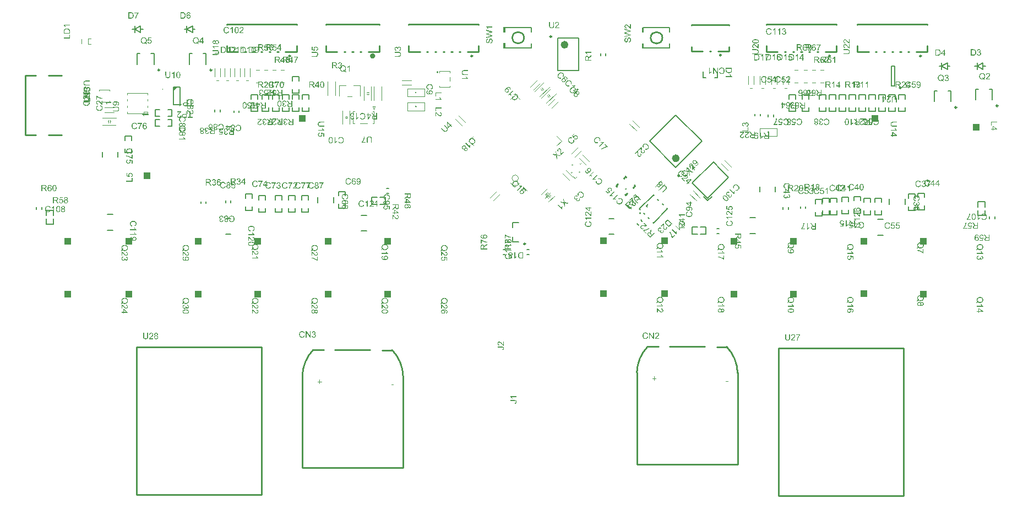
<source format=gto>
G04*
G04 #@! TF.GenerationSoftware,Altium Limited,Altium Designer,24.0.1 (36)*
G04*
G04 Layer_Color=65535*
%FSLAX44Y44*%
%MOMM*%
G71*
G04*
G04 #@! TF.SameCoordinates,B4139D88-366C-407F-81F0-E15026D8F30D*
G04*
G04*
G04 #@! TF.FilePolarity,Positive*
G04*
G01*
G75*
%ADD10C,0.2500*%
%ADD11C,0.2540*%
%ADD12C,0.1200*%
%ADD13C,0.6000*%
%ADD14C,0.2000*%
%ADD15C,0.4000*%
%ADD16C,0.1270*%
%ADD17C,0.1524*%
%ADD18C,0.1500*%
%ADD19C,0.1520*%
%ADD20C,0.0800*%
%ADD21C,0.1000*%
G36*
X248049Y616085D02*
X248152Y616076D01*
X248264Y616057D01*
X248386Y616038D01*
X248527Y616019D01*
X248817Y615935D01*
X248977Y615888D01*
X249127Y615823D01*
X249286Y615757D01*
X249436Y615663D01*
X249586Y615569D01*
X249726Y615457D01*
X249736Y615448D01*
X249755Y615429D01*
X249792Y615392D01*
X249839Y615345D01*
X249895Y615279D01*
X249961Y615195D01*
X250036Y615101D01*
X250111Y614998D01*
X250186Y614885D01*
X250261Y614745D01*
X250326Y614604D01*
X250401Y614445D01*
X250467Y614276D01*
X250514Y614098D01*
X250561Y613911D01*
X250598Y613704D01*
X249426Y613611D01*
Y613620D01*
X249417Y613639D01*
X249408Y613676D01*
X249398Y613723D01*
X249380Y613779D01*
X249361Y613845D01*
X249314Y613995D01*
X249248Y614164D01*
X249173Y614332D01*
X249080Y614492D01*
X248977Y614623D01*
X248967Y614632D01*
X248958Y614642D01*
X248930Y614670D01*
X248892Y614698D01*
X248845Y614745D01*
X248789Y614782D01*
X248649Y614876D01*
X248480Y614970D01*
X248274Y615054D01*
X248049Y615110D01*
X247927Y615120D01*
X247796Y615129D01*
X247702D01*
X247599Y615110D01*
X247458Y615092D01*
X247308Y615054D01*
X247140Y614998D01*
X246971Y614913D01*
X246802Y614810D01*
X246793D01*
X246774Y614792D01*
X246746Y614773D01*
X246708Y614735D01*
X246615Y614642D01*
X246483Y614510D01*
X246343Y614342D01*
X246193Y614136D01*
X246052Y613901D01*
X245921Y613620D01*
Y613611D01*
X245912Y613582D01*
X245893Y613536D01*
X245874Y613479D01*
X245846Y613395D01*
X245818Y613301D01*
X245790Y613180D01*
X245762Y613048D01*
X245734Y612898D01*
X245706Y612739D01*
X245677Y612552D01*
X245649Y612355D01*
X245631Y612139D01*
X245612Y611905D01*
X245602Y611661D01*
X245593Y611399D01*
X245602Y611408D01*
X245612Y611427D01*
X245640Y611464D01*
X245668Y611502D01*
X245706Y611558D01*
X245762Y611624D01*
X245884Y611764D01*
X246034Y611924D01*
X246212Y612083D01*
X246409Y612233D01*
X246633Y612364D01*
X246643D01*
X246662Y612374D01*
X246699Y612392D01*
X246737Y612411D01*
X246802Y612439D01*
X246868Y612467D01*
X246943Y612495D01*
X247027Y612523D01*
X247224Y612580D01*
X247439Y612636D01*
X247674Y612673D01*
X247927Y612683D01*
X247983D01*
X248039Y612673D01*
X248124D01*
X248227Y612655D01*
X248349Y612636D01*
X248480Y612608D01*
X248620Y612570D01*
X248770Y612523D01*
X248939Y612467D01*
X249098Y612402D01*
X249267Y612317D01*
X249445Y612214D01*
X249614Y612102D01*
X249773Y611961D01*
X249933Y611811D01*
X249942Y611802D01*
X249970Y611774D01*
X250008Y611717D01*
X250064Y611652D01*
X250129Y611567D01*
X250195Y611464D01*
X250270Y611343D01*
X250354Y611202D01*
X250429Y611052D01*
X250504Y610883D01*
X250570Y610696D01*
X250636Y610499D01*
X250692Y610283D01*
X250729Y610058D01*
X250757Y609824D01*
X250767Y609571D01*
Y609562D01*
Y609534D01*
Y609487D01*
X250757Y609421D01*
Y609337D01*
X250748Y609243D01*
X250739Y609140D01*
X250720Y609018D01*
X250673Y608756D01*
X250598Y608475D01*
X250504Y608184D01*
X250373Y607884D01*
Y607875D01*
X250354Y607846D01*
X250336Y607809D01*
X250298Y607762D01*
X250261Y607696D01*
X250214Y607622D01*
X250092Y607453D01*
X249933Y607256D01*
X249755Y607059D01*
X249539Y606872D01*
X249295Y606703D01*
X249286D01*
X249267Y606684D01*
X249230Y606666D01*
X249173Y606637D01*
X249108Y606609D01*
X249033Y606572D01*
X248948Y606534D01*
X248845Y606497D01*
X248742Y606459D01*
X248620Y606422D01*
X248358Y606356D01*
X248067Y606309D01*
X247908Y606300D01*
X247749Y606291D01*
X247683D01*
X247608Y606300D01*
X247505Y606309D01*
X247383Y606328D01*
X247233Y606347D01*
X247074Y606384D01*
X246896Y606422D01*
X246708Y606478D01*
X246521Y606553D01*
X246315Y606637D01*
X246118Y606750D01*
X245912Y606872D01*
X245715Y607012D01*
X245527Y607181D01*
X245349Y607369D01*
X245340Y607378D01*
X245312Y607425D01*
X245265Y607481D01*
X245209Y607575D01*
X245134Y607696D01*
X245059Y607846D01*
X244974Y608015D01*
X244890Y608221D01*
X244796Y608456D01*
X244712Y608718D01*
X244637Y609009D01*
X244571Y609337D01*
X244506Y609683D01*
X244459Y610077D01*
X244431Y610490D01*
X244422Y610939D01*
Y610949D01*
Y610968D01*
Y611005D01*
Y611061D01*
Y611127D01*
X244431Y611202D01*
Y611296D01*
X244440Y611399D01*
Y611502D01*
X244450Y611624D01*
X244478Y611886D01*
X244506Y612177D01*
X244553Y612486D01*
X244600Y612814D01*
X244675Y613151D01*
X244750Y613489D01*
X244853Y613826D01*
X244965Y614145D01*
X245106Y614454D01*
X245265Y614735D01*
X245443Y614988D01*
X245452Y614998D01*
X245481Y615035D01*
X245537Y615092D01*
X245612Y615157D01*
X245696Y615242D01*
X245809Y615335D01*
X245940Y615438D01*
X246080Y615541D01*
X246249Y615644D01*
X246427Y615748D01*
X246624Y615841D01*
X246840Y615926D01*
X247074Y615991D01*
X247318Y616048D01*
X247580Y616085D01*
X247861Y616094D01*
X247974D01*
X248049Y616085D01*
D02*
G37*
G36*
X238948Y616048D02*
X239070D01*
X239192Y616038D01*
X239473Y616019D01*
X239754Y616001D01*
X240026Y615963D01*
X240157Y615944D01*
X240269Y615916D01*
X240279D01*
X240307Y615907D01*
X240354Y615898D01*
X240410Y615879D01*
X240485Y615860D01*
X240560Y615832D01*
X240654Y615794D01*
X240757Y615757D01*
X240982Y615663D01*
X241216Y615541D01*
X241460Y615401D01*
X241685Y615223D01*
X241694Y615213D01*
X241722Y615195D01*
X241760Y615157D01*
X241807Y615110D01*
X241872Y615045D01*
X241947Y614970D01*
X242022Y614876D01*
X242116Y614782D01*
X242200Y614670D01*
X242294Y614538D01*
X242388Y614407D01*
X242481Y614267D01*
X242575Y614107D01*
X242659Y613939D01*
X242819Y613582D01*
Y613573D01*
X242838Y613536D01*
X242856Y613479D01*
X242875Y613405D01*
X242913Y613311D01*
X242941Y613198D01*
X242978Y613067D01*
X243016Y612926D01*
X243044Y612767D01*
X243081Y612589D01*
X243119Y612402D01*
X243147Y612205D01*
X243166Y611989D01*
X243184Y611774D01*
X243203Y611305D01*
Y611296D01*
Y611258D01*
Y611202D01*
Y611118D01*
X243194Y611024D01*
Y610911D01*
X243184Y610789D01*
X243175Y610649D01*
X243156Y610499D01*
X243137Y610349D01*
X243091Y610021D01*
X243025Y609683D01*
X242941Y609356D01*
Y609346D01*
X242931Y609318D01*
X242913Y609271D01*
X242894Y609215D01*
X242866Y609140D01*
X242838Y609056D01*
X242800Y608962D01*
X242763Y608868D01*
X242669Y608643D01*
X242556Y608409D01*
X242425Y608175D01*
X242285Y607959D01*
Y607950D01*
X242266Y607931D01*
X242247Y607903D01*
X242219Y607865D01*
X242135Y607771D01*
X242031Y607640D01*
X241900Y607500D01*
X241750Y607359D01*
X241591Y607219D01*
X241413Y607087D01*
X241404D01*
X241394Y607078D01*
X241366Y607059D01*
X241329Y607031D01*
X241282Y607012D01*
X241225Y606975D01*
X241094Y606909D01*
X240926Y606834D01*
X240729Y606750D01*
X240504Y606675D01*
X240260Y606609D01*
X240251D01*
X240232Y606600D01*
X240194Y606591D01*
X240138Y606581D01*
X240082Y606572D01*
X240007Y606562D01*
X239913Y606544D01*
X239820Y606534D01*
X239707Y606516D01*
X239595Y606497D01*
X239332Y606478D01*
X239042Y606459D01*
X238723Y606450D01*
X235255D01*
Y616057D01*
X238845D01*
X238948Y616048D01*
D02*
G37*
G36*
X170767Y614956D02*
X170757Y614946D01*
X170729Y614909D01*
X170673Y614852D01*
X170607Y614778D01*
X170523Y614674D01*
X170429Y614562D01*
X170317Y614421D01*
X170195Y614262D01*
X170064Y614084D01*
X169914Y613887D01*
X169764Y613672D01*
X169604Y613437D01*
X169445Y613194D01*
X169277Y612931D01*
X169108Y612650D01*
X168939Y612350D01*
X168930Y612331D01*
X168902Y612275D01*
X168855Y612191D01*
X168789Y612069D01*
X168714Y611928D01*
X168630Y611750D01*
X168536Y611553D01*
X168433Y611328D01*
X168321Y611085D01*
X168208Y610832D01*
X168086Y610550D01*
X167974Y610269D01*
X167861Y609969D01*
X167749Y609660D01*
X167646Y609342D01*
X167552Y609023D01*
Y609013D01*
X167533Y608966D01*
X167514Y608901D01*
X167496Y608817D01*
X167468Y608704D01*
X167430Y608563D01*
X167402Y608414D01*
X167365Y608245D01*
X167327Y608057D01*
X167290Y607851D01*
X167252Y607636D01*
X167215Y607401D01*
X167177Y607167D01*
X167149Y606914D01*
X167102Y606389D01*
X165893D01*
Y606399D01*
Y606445D01*
X165902Y606502D01*
Y606586D01*
X165912Y606698D01*
X165921Y606830D01*
X165940Y606980D01*
X165959Y607148D01*
X165977Y607345D01*
X166005Y607551D01*
X166043Y607776D01*
X166090Y608010D01*
X166137Y608273D01*
X166193Y608535D01*
X166259Y608826D01*
X166334Y609117D01*
Y609126D01*
X166343Y609135D01*
X166352Y609192D01*
X166380Y609276D01*
X166409Y609388D01*
X166455Y609538D01*
X166512Y609707D01*
X166568Y609894D01*
X166643Y610110D01*
X166727Y610335D01*
X166821Y610579D01*
X166915Y610841D01*
X167027Y611104D01*
X167271Y611656D01*
X167552Y612219D01*
X167561Y612238D01*
X167589Y612284D01*
X167636Y612359D01*
X167693Y612472D01*
X167768Y612594D01*
X167852Y612744D01*
X167955Y612912D01*
X168067Y613091D01*
X168189Y613287D01*
X168321Y613493D01*
X168602Y613915D01*
X168920Y614337D01*
X169080Y614543D01*
X169248Y614740D01*
X164553D01*
Y615874D01*
X170767D01*
Y614956D01*
D02*
G37*
G36*
X158948Y615987D02*
X159070D01*
X159192Y615977D01*
X159473Y615959D01*
X159754Y615940D01*
X160026Y615902D01*
X160157Y615883D01*
X160269Y615855D01*
X160279D01*
X160307Y615846D01*
X160354Y615837D01*
X160410Y615818D01*
X160485Y615799D01*
X160560Y615771D01*
X160654Y615734D01*
X160757Y615696D01*
X160982Y615602D01*
X161216Y615480D01*
X161460Y615340D01*
X161685Y615162D01*
X161694Y615153D01*
X161722Y615134D01*
X161760Y615096D01*
X161807Y615049D01*
X161872Y614984D01*
X161947Y614909D01*
X162022Y614815D01*
X162116Y614721D01*
X162200Y614609D01*
X162294Y614478D01*
X162388Y614346D01*
X162481Y614206D01*
X162575Y614047D01*
X162659Y613878D01*
X162819Y613522D01*
Y613512D01*
X162838Y613475D01*
X162856Y613419D01*
X162875Y613344D01*
X162913Y613250D01*
X162941Y613137D01*
X162978Y613006D01*
X163016Y612866D01*
X163044Y612706D01*
X163081Y612528D01*
X163119Y612341D01*
X163147Y612144D01*
X163165Y611928D01*
X163184Y611713D01*
X163203Y611244D01*
Y611235D01*
Y611197D01*
Y611141D01*
Y611057D01*
X163194Y610963D01*
Y610850D01*
X163184Y610729D01*
X163175Y610588D01*
X163156Y610438D01*
X163137Y610288D01*
X163091Y609960D01*
X163025Y609623D01*
X162941Y609295D01*
Y609285D01*
X162931Y609257D01*
X162913Y609210D01*
X162894Y609154D01*
X162866Y609079D01*
X162838Y608995D01*
X162800Y608901D01*
X162763Y608807D01*
X162669Y608582D01*
X162556Y608348D01*
X162425Y608114D01*
X162285Y607898D01*
Y607889D01*
X162266Y607870D01*
X162247Y607842D01*
X162219Y607804D01*
X162134Y607711D01*
X162031Y607579D01*
X161900Y607439D01*
X161750Y607298D01*
X161591Y607158D01*
X161413Y607026D01*
X161404D01*
X161394Y607017D01*
X161366Y606998D01*
X161329Y606970D01*
X161282Y606951D01*
X161225Y606914D01*
X161094Y606848D01*
X160926Y606773D01*
X160729Y606689D01*
X160504Y606614D01*
X160260Y606548D01*
X160251D01*
X160232Y606539D01*
X160194Y606530D01*
X160138Y606520D01*
X160082Y606511D01*
X160007Y606502D01*
X159913Y606483D01*
X159819Y606473D01*
X159707Y606455D01*
X159595Y606436D01*
X159332Y606417D01*
X159042Y606399D01*
X158723Y606389D01*
X155255D01*
Y615996D01*
X158845D01*
X158948Y615987D01*
D02*
G37*
G36*
X65270Y595754D02*
X57762D01*
Y595745D01*
X57781Y595735D01*
X57800Y595707D01*
X57828Y595679D01*
X57912Y595585D01*
X58015Y595454D01*
X58137Y595295D01*
X58278Y595098D01*
X58428Y594873D01*
X58578Y594629D01*
Y594620D01*
X58596Y594601D01*
X58615Y594564D01*
X58643Y594517D01*
X58681Y594451D01*
X58718Y594386D01*
X58802Y594217D01*
X58896Y594029D01*
X58999Y593823D01*
X59093Y593608D01*
X59177Y593401D01*
X58043D01*
X58034Y593411D01*
X58025Y593448D01*
X57997Y593495D01*
X57959Y593570D01*
X57912Y593655D01*
X57856Y593748D01*
X57800Y593861D01*
X57725Y593983D01*
X57565Y594254D01*
X57368Y594545D01*
X57153Y594836D01*
X56919Y595126D01*
X56909Y595135D01*
X56891Y595154D01*
X56853Y595201D01*
X56806Y595248D01*
X56741Y595304D01*
X56675Y595379D01*
X56591Y595454D01*
X56506Y595538D01*
X56309Y595707D01*
X56094Y595876D01*
X55859Y596035D01*
X55747Y596110D01*
X55625Y596166D01*
Y596935D01*
X65270D01*
Y595754D01*
D02*
G37*
G36*
X809739Y595832D02*
Y595814D01*
Y595767D01*
Y595692D01*
X809730Y595589D01*
Y595467D01*
X809720Y595326D01*
X809711Y595167D01*
X809702Y594998D01*
X809683Y594820D01*
X809655Y594633D01*
X809598Y594248D01*
X809523Y593873D01*
X809467Y593695D01*
X809411Y593527D01*
Y593517D01*
X809392Y593489D01*
X809373Y593442D01*
X809345Y593386D01*
X809308Y593311D01*
X809261Y593227D01*
X809205Y593133D01*
X809139Y593030D01*
X809064Y592927D01*
X808980Y592814D01*
X808877Y592702D01*
X808774Y592580D01*
X808652Y592468D01*
X808521Y592355D01*
X808380Y592243D01*
X808221Y592140D01*
X808211Y592130D01*
X808183Y592121D01*
X808136Y592093D01*
X808071Y592055D01*
X807977Y592018D01*
X807874Y591971D01*
X807761Y591924D01*
X807621Y591877D01*
X807471Y591830D01*
X807302Y591783D01*
X807115Y591736D01*
X806918Y591699D01*
X806702Y591661D01*
X806477Y591633D01*
X806234Y591624D01*
X805981Y591615D01*
X805849D01*
X805756Y591624D01*
X805643Y591633D01*
X805512Y591643D01*
X805362Y591652D01*
X805203Y591671D01*
X805025Y591699D01*
X804846Y591727D01*
X804481Y591811D01*
X804294Y591858D01*
X804115Y591924D01*
X803937Y591990D01*
X803769Y592074D01*
X803759Y592083D01*
X803731Y592093D01*
X803684Y592121D01*
X803628Y592158D01*
X803562Y592205D01*
X803478Y592271D01*
X803394Y592336D01*
X803300Y592421D01*
X803197Y592505D01*
X803094Y592608D01*
X802991Y592721D01*
X802897Y592842D01*
X802803Y592974D01*
X802710Y593114D01*
X802625Y593264D01*
X802550Y593424D01*
Y593433D01*
X802532Y593461D01*
X802513Y593517D01*
X802494Y593583D01*
X802466Y593677D01*
X802438Y593780D01*
X802400Y593911D01*
X802372Y594052D01*
X802335Y594220D01*
X802297Y594398D01*
X802269Y594595D01*
X802241Y594811D01*
X802222Y595045D01*
X802203Y595289D01*
X802185Y595551D01*
Y595832D01*
Y601381D01*
X803459D01*
Y595832D01*
Y595823D01*
Y595776D01*
Y595710D01*
Y595626D01*
X803469Y595523D01*
Y595411D01*
X803478Y595279D01*
X803487Y595139D01*
X803516Y594829D01*
X803553Y594529D01*
X803581Y594380D01*
X803609Y594239D01*
X803647Y594108D01*
X803684Y593986D01*
Y593977D01*
X803694Y593958D01*
X803712Y593930D01*
X803731Y593892D01*
X803787Y593780D01*
X803872Y593648D01*
X803984Y593508D01*
X804115Y593358D01*
X804284Y593208D01*
X804481Y593077D01*
X804490D01*
X804509Y593067D01*
X804537Y593049D01*
X804584Y593030D01*
X804640Y593002D01*
X804706Y592974D01*
X804781Y592946D01*
X804865Y592918D01*
X804968Y592889D01*
X805071Y592861D01*
X805306Y592805D01*
X805578Y592767D01*
X805868Y592758D01*
X805999D01*
X806093Y592767D01*
X806215Y592777D01*
X806346Y592796D01*
X806487Y592814D01*
X806646Y592833D01*
X806974Y592908D01*
X807133Y592964D01*
X807302Y593021D01*
X807461Y593096D01*
X807611Y593180D01*
X807743Y593274D01*
X807865Y593386D01*
X807874Y593396D01*
X807893Y593414D01*
X807921Y593461D01*
X807958Y593517D01*
X808005Y593592D01*
X808052Y593686D01*
X808108Y593798D01*
X808164Y593930D01*
X808221Y594089D01*
X808277Y594267D01*
X808324Y594464D01*
X808371Y594689D01*
X808408Y594933D01*
X808436Y595204D01*
X808455Y595504D01*
X808464Y595832D01*
Y601381D01*
X809739D01*
Y595832D01*
D02*
G37*
G36*
X927829Y591058D02*
X927820D01*
X927810D01*
X927754D01*
X927679D01*
X927567Y591067D01*
X927445Y591086D01*
X927304Y591105D01*
X927164Y591142D01*
X927014Y591189D01*
X927004D01*
X926986Y591199D01*
X926948Y591217D01*
X926901Y591236D01*
X926845Y591264D01*
X926779Y591292D01*
X926611Y591376D01*
X926414Y591489D01*
X926198Y591620D01*
X925973Y591780D01*
X925739Y591967D01*
X925730Y591976D01*
X925711Y591995D01*
X925674Y592023D01*
X925627Y592070D01*
X925570Y592126D01*
X925495Y592192D01*
X925411Y592267D01*
X925317Y592361D01*
X925224Y592464D01*
X925111Y592576D01*
X924989Y592707D01*
X924858Y592839D01*
X924727Y592989D01*
X924586Y593148D01*
X924436Y593326D01*
X924286Y593504D01*
X924268Y593523D01*
X924230Y593570D01*
X924165Y593654D01*
X924071Y593757D01*
X923968Y593888D01*
X923837Y594029D01*
X923696Y594188D01*
X923546Y594357D01*
X923218Y594713D01*
X922880Y595060D01*
X922712Y595219D01*
X922543Y595369D01*
X922393Y595510D01*
X922243Y595622D01*
X922234Y595632D01*
X922206Y595650D01*
X922168Y595679D01*
X922112Y595707D01*
X922046Y595754D01*
X921971Y595800D01*
X921878Y595847D01*
X921784Y595904D01*
X921568Y596007D01*
X921334Y596100D01*
X921203Y596128D01*
X921081Y596157D01*
X920950Y596175D01*
X920828Y596185D01*
X920818D01*
X920800D01*
X920762D01*
X920706Y596175D01*
X920650Y596166D01*
X920584Y596157D01*
X920415Y596119D01*
X920228Y596063D01*
X920031Y595969D01*
X919938Y595913D01*
X919834Y595847D01*
X919741Y595772D01*
X919647Y595679D01*
X919638Y595669D01*
X919628Y595660D01*
X919600Y595622D01*
X919572Y595585D01*
X919534Y595538D01*
X919497Y595472D01*
X919450Y595407D01*
X919403Y595322D01*
X919356Y595238D01*
X919309Y595135D01*
X919234Y594910D01*
X919178Y594657D01*
X919169Y594516D01*
X919159Y594366D01*
Y594282D01*
X919169Y594226D01*
X919178Y594151D01*
X919188Y594067D01*
X919206Y593973D01*
X919225Y593879D01*
X919281Y593654D01*
X919375Y593429D01*
X919431Y593317D01*
X919506Y593204D01*
X919581Y593101D01*
X919675Y592998D01*
X919684Y592989D01*
X919694Y592979D01*
X919731Y592951D01*
X919769Y592923D01*
X919816Y592886D01*
X919881Y592839D01*
X919956Y592792D01*
X920041Y592745D01*
X920134Y592698D01*
X920237Y592651D01*
X920359Y592614D01*
X920481Y592567D01*
X920612Y592539D01*
X920762Y592511D01*
X920912Y592501D01*
X921081Y592492D01*
X920959Y591283D01*
X920940D01*
X920903Y591292D01*
X920828Y591302D01*
X920734Y591311D01*
X920622Y591339D01*
X920490Y591367D01*
X920350Y591405D01*
X920191Y591442D01*
X920031Y591498D01*
X919863Y591564D01*
X919694Y591639D01*
X919516Y591723D01*
X919347Y591826D01*
X919188Y591939D01*
X919038Y592070D01*
X918897Y592211D01*
X918888Y592220D01*
X918869Y592248D01*
X918831Y592295D01*
X918785Y592361D01*
X918728Y592445D01*
X918672Y592539D01*
X918606Y592661D01*
X918541Y592792D01*
X918475Y592942D01*
X918410Y593101D01*
X918354Y593279D01*
X918297Y593476D01*
X918250Y593682D01*
X918213Y593907D01*
X918194Y594142D01*
X918185Y594394D01*
Y594460D01*
X918194Y594526D01*
Y594629D01*
X918204Y594741D01*
X918222Y594873D01*
X918250Y595023D01*
X918279Y595191D01*
X918325Y595360D01*
X918372Y595538D01*
X918438Y595725D01*
X918513Y595904D01*
X918597Y596091D01*
X918700Y596260D01*
X918822Y596428D01*
X918953Y596588D01*
X918963Y596597D01*
X918991Y596625D01*
X919028Y596663D01*
X919094Y596710D01*
X919169Y596775D01*
X919253Y596841D01*
X919356Y596916D01*
X919478Y596991D01*
X919609Y597066D01*
X919759Y597141D01*
X919909Y597206D01*
X920078Y597272D01*
X920256Y597319D01*
X920453Y597356D01*
X920650Y597384D01*
X920856Y597394D01*
X920865D01*
X920884D01*
X920912D01*
X920950D01*
X921006Y597384D01*
X921062D01*
X921212Y597366D01*
X921381Y597337D01*
X921578Y597291D01*
X921784Y597234D01*
X921990Y597150D01*
X921999D01*
X922018Y597141D01*
X922046Y597122D01*
X922084Y597103D01*
X922140Y597075D01*
X922196Y597047D01*
X922346Y596963D01*
X922515Y596860D01*
X922721Y596719D01*
X922937Y596560D01*
X923162Y596363D01*
X923171Y596353D01*
X923190Y596335D01*
X923227Y596306D01*
X923274Y596260D01*
X923340Y596194D01*
X923415Y596128D01*
X923499Y596035D01*
X923602Y595932D01*
X923715Y595819D01*
X923846Y595679D01*
X923986Y595538D01*
X924136Y595369D01*
X924296Y595191D01*
X924474Y594994D01*
X924652Y594779D01*
X924849Y594554D01*
X924858Y594544D01*
X924886Y594507D01*
X924933Y594451D01*
X924989Y594385D01*
X925064Y594301D01*
X925149Y594207D01*
X925336Y593982D01*
X925533Y593757D01*
X925730Y593532D01*
X925823Y593429D01*
X925917Y593335D01*
X925992Y593251D01*
X926058Y593186D01*
X926067Y593176D01*
X926114Y593139D01*
X926180Y593082D01*
X926255Y593007D01*
X926358Y592932D01*
X926461Y592848D01*
X926573Y592764D01*
X926695Y592689D01*
Y597403D01*
X927829D01*
Y591058D01*
D02*
G37*
G36*
X814688Y601409D02*
X814791D01*
X814903Y601400D01*
X815034Y601381D01*
X815184Y601353D01*
X815353Y601325D01*
X815522Y601278D01*
X815700Y601231D01*
X815887Y601165D01*
X816066Y601090D01*
X816253Y601006D01*
X816422Y600903D01*
X816590Y600781D01*
X816750Y600650D01*
X816759Y600640D01*
X816787Y600612D01*
X816825Y600575D01*
X816871Y600509D01*
X816937Y600434D01*
X817003Y600350D01*
X817078Y600247D01*
X817153Y600125D01*
X817228Y599994D01*
X817303Y599844D01*
X817368Y599694D01*
X817434Y599525D01*
X817481Y599347D01*
X817518Y599150D01*
X817546Y598953D01*
X817556Y598747D01*
Y598738D01*
Y598719D01*
Y598691D01*
Y598653D01*
X817546Y598597D01*
Y598541D01*
X817528Y598391D01*
X817499Y598222D01*
X817453Y598026D01*
X817396Y597819D01*
X817312Y597613D01*
Y597604D01*
X817303Y597585D01*
X817284Y597557D01*
X817265Y597519D01*
X817237Y597463D01*
X817209Y597407D01*
X817125Y597257D01*
X817021Y597088D01*
X816881Y596882D01*
X816722Y596666D01*
X816525Y596442D01*
X816515Y596432D01*
X816497Y596413D01*
X816469Y596376D01*
X816422Y596329D01*
X816356Y596264D01*
X816290Y596189D01*
X816197Y596104D01*
X816094Y596001D01*
X815981Y595889D01*
X815841Y595757D01*
X815700Y595617D01*
X815531Y595467D01*
X815353Y595308D01*
X815156Y595129D01*
X814941Y594951D01*
X814716Y594754D01*
X814706Y594745D01*
X814669Y594717D01*
X814613Y594670D01*
X814547Y594614D01*
X814463Y594539D01*
X814369Y594455D01*
X814144Y594267D01*
X813919Y594070D01*
X813694Y593873D01*
X813591Y593780D01*
X813497Y593686D01*
X813413Y593611D01*
X813347Y593545D01*
X813338Y593536D01*
X813301Y593489D01*
X813244Y593424D01*
X813169Y593349D01*
X813094Y593246D01*
X813010Y593142D01*
X812926Y593030D01*
X812851Y592908D01*
X817565D01*
Y591774D01*
X811220D01*
Y591783D01*
Y591793D01*
Y591849D01*
Y591924D01*
X811229Y592036D01*
X811248Y592158D01*
X811267Y592299D01*
X811304Y592439D01*
X811351Y592589D01*
Y592599D01*
X811360Y592617D01*
X811379Y592655D01*
X811398Y592702D01*
X811426Y592758D01*
X811454Y592824D01*
X811538Y592992D01*
X811651Y593189D01*
X811782Y593405D01*
X811942Y593630D01*
X812129Y593864D01*
X812138Y593873D01*
X812157Y593892D01*
X812185Y593930D01*
X812232Y593977D01*
X812288Y594033D01*
X812354Y594108D01*
X812429Y594192D01*
X812523Y594286D01*
X812626Y594380D01*
X812738Y594492D01*
X812869Y594614D01*
X813001Y594745D01*
X813151Y594876D01*
X813310Y595017D01*
X813488Y595167D01*
X813666Y595317D01*
X813685Y595336D01*
X813732Y595373D01*
X813816Y595439D01*
X813919Y595532D01*
X814050Y595635D01*
X814191Y595767D01*
X814350Y595907D01*
X814519Y596057D01*
X814875Y596385D01*
X815222Y596723D01*
X815381Y596891D01*
X815531Y597060D01*
X815672Y597210D01*
X815784Y597360D01*
X815794Y597369D01*
X815812Y597398D01*
X815841Y597435D01*
X815869Y597491D01*
X815916Y597557D01*
X815962Y597632D01*
X816009Y597726D01*
X816066Y597819D01*
X816169Y598035D01*
X816262Y598269D01*
X816290Y598400D01*
X816319Y598522D01*
X816337Y598653D01*
X816347Y598775D01*
Y598785D01*
Y598803D01*
Y598841D01*
X816337Y598897D01*
X816328Y598953D01*
X816319Y599019D01*
X816281Y599188D01*
X816225Y599375D01*
X816131Y599572D01*
X816075Y599666D01*
X816009Y599769D01*
X815934Y599863D01*
X815841Y599956D01*
X815831Y599966D01*
X815822Y599975D01*
X815784Y600003D01*
X815747Y600031D01*
X815700Y600069D01*
X815634Y600106D01*
X815569Y600153D01*
X815484Y600200D01*
X815400Y600247D01*
X815297Y600294D01*
X815072Y600369D01*
X814819Y600425D01*
X814678Y600434D01*
X814528Y600444D01*
X814444D01*
X814388Y600434D01*
X814313Y600425D01*
X814229Y600415D01*
X814135Y600397D01*
X814041Y600378D01*
X813816Y600322D01*
X813591Y600228D01*
X813479Y600172D01*
X813366Y600097D01*
X813263Y600022D01*
X813160Y599928D01*
X813151Y599919D01*
X813141Y599909D01*
X813113Y599872D01*
X813085Y599834D01*
X813047Y599788D01*
X813001Y599722D01*
X812954Y599647D01*
X812907Y599563D01*
X812860Y599469D01*
X812813Y599366D01*
X812776Y599244D01*
X812729Y599122D01*
X812701Y598991D01*
X812673Y598841D01*
X812663Y598691D01*
X812654Y598522D01*
X811445Y598644D01*
Y598663D01*
X811454Y598700D01*
X811464Y598775D01*
X811473Y598869D01*
X811501Y598982D01*
X811529Y599113D01*
X811567Y599253D01*
X811604Y599413D01*
X811660Y599572D01*
X811726Y599741D01*
X811801Y599909D01*
X811885Y600088D01*
X811988Y600256D01*
X812101Y600415D01*
X812232Y600565D01*
X812373Y600706D01*
X812382Y600715D01*
X812410Y600734D01*
X812457Y600772D01*
X812523Y600819D01*
X812607Y600875D01*
X812701Y600931D01*
X812823Y600997D01*
X812954Y601062D01*
X813104Y601128D01*
X813263Y601194D01*
X813441Y601250D01*
X813638Y601306D01*
X813844Y601353D01*
X814069Y601390D01*
X814304Y601409D01*
X814557Y601418D01*
X814622D01*
X814688Y601409D01*
D02*
G37*
G36*
X715022Y592961D02*
X707514D01*
Y592951D01*
X707533Y592942D01*
X707552Y592914D01*
X707580Y592886D01*
X707664Y592792D01*
X707767Y592661D01*
X707889Y592501D01*
X708030Y592305D01*
X708180Y592080D01*
X708330Y591836D01*
Y591827D01*
X708348Y591808D01*
X708367Y591770D01*
X708395Y591724D01*
X708433Y591658D01*
X708470Y591592D01*
X708555Y591424D01*
X708648Y591236D01*
X708751Y591030D01*
X708845Y590814D01*
X708930Y590608D01*
X707795D01*
X707786Y590618D01*
X707777Y590655D01*
X707748Y590702D01*
X707711Y590777D01*
X707664Y590861D01*
X707608Y590955D01*
X707552Y591068D01*
X707477Y591189D01*
X707317Y591461D01*
X707121Y591752D01*
X706905Y592042D01*
X706671Y592333D01*
X706661Y592342D01*
X706643Y592361D01*
X706605Y592408D01*
X706558Y592455D01*
X706493Y592511D01*
X706427Y592586D01*
X706343Y592661D01*
X706258Y592745D01*
X706061Y592914D01*
X705846Y593083D01*
X705612Y593242D01*
X705499Y593317D01*
X705377Y593373D01*
Y594142D01*
X715022D01*
Y592961D01*
D02*
G37*
G36*
X1140628Y591541D02*
X1140750Y591531D01*
X1140890Y591512D01*
X1141049Y591484D01*
X1141227Y591456D01*
X1141405Y591419D01*
X1141602Y591372D01*
X1141809Y591306D01*
X1142005Y591241D01*
X1142212Y591156D01*
X1142418Y591053D01*
X1142615Y590941D01*
X1142802Y590810D01*
X1142811Y590800D01*
X1142849Y590772D01*
X1142896Y590735D01*
X1142961Y590678D01*
X1143046Y590603D01*
X1143130Y590510D01*
X1143233Y590397D01*
X1143346Y590275D01*
X1143458Y590135D01*
X1143571Y589985D01*
X1143683Y589816D01*
X1143796Y589629D01*
X1143908Y589432D01*
X1144011Y589216D01*
X1144096Y588991D01*
X1144180Y588748D01*
X1142924Y588457D01*
Y588466D01*
X1142905Y588504D01*
X1142886Y588560D01*
X1142858Y588626D01*
X1142830Y588710D01*
X1142783Y588813D01*
X1142736Y588916D01*
X1142680Y589038D01*
X1142540Y589282D01*
X1142371Y589535D01*
X1142174Y589769D01*
X1142062Y589882D01*
X1141949Y589975D01*
X1141940Y589985D01*
X1141921Y589994D01*
X1141883Y590022D01*
X1141837Y590050D01*
X1141771Y590088D01*
X1141696Y590125D01*
X1141612Y590172D01*
X1141509Y590219D01*
X1141405Y590266D01*
X1141284Y590313D01*
X1141152Y590350D01*
X1141012Y590388D01*
X1140703Y590444D01*
X1140534Y590453D01*
X1140356Y590463D01*
X1140253D01*
X1140168Y590453D01*
X1140075Y590444D01*
X1139962Y590435D01*
X1139840Y590416D01*
X1139709Y590397D01*
X1139409Y590332D01*
X1139259Y590294D01*
X1139100Y590238D01*
X1138950Y590172D01*
X1138791Y590107D01*
X1138641Y590022D01*
X1138500Y589929D01*
X1138491Y589919D01*
X1138472Y589900D01*
X1138434Y589872D01*
X1138378Y589835D01*
X1138322Y589779D01*
X1138247Y589713D01*
X1138172Y589638D01*
X1138097Y589554D01*
X1138003Y589451D01*
X1137919Y589347D01*
X1137835Y589226D01*
X1137750Y589094D01*
X1137666Y588963D01*
X1137591Y588813D01*
X1137525Y588663D01*
X1137460Y588495D01*
Y588485D01*
X1137450Y588457D01*
X1137432Y588410D01*
X1137413Y588345D01*
X1137394Y588260D01*
X1137366Y588167D01*
X1137338Y588054D01*
X1137310Y587932D01*
X1137282Y587801D01*
X1137253Y587651D01*
X1137207Y587342D01*
X1137169Y587004D01*
X1137160Y586657D01*
Y586648D01*
Y586601D01*
Y586536D01*
X1137169Y586451D01*
Y586348D01*
X1137178Y586217D01*
X1137188Y586086D01*
X1137207Y585927D01*
X1137225Y585767D01*
X1137244Y585598D01*
X1137310Y585233D01*
X1137394Y584867D01*
X1137516Y584511D01*
Y584502D01*
X1137535Y584474D01*
X1137553Y584427D01*
X1137581Y584361D01*
X1137619Y584286D01*
X1137666Y584202D01*
X1137788Y584005D01*
X1137947Y583780D01*
X1138135Y583555D01*
X1138359Y583340D01*
X1138491Y583246D01*
X1138622Y583152D01*
X1138631Y583143D01*
X1138659Y583133D01*
X1138697Y583115D01*
X1138753Y583087D01*
X1138819Y583049D01*
X1138903Y583012D01*
X1138997Y582974D01*
X1139109Y582927D01*
X1139222Y582890D01*
X1139353Y582843D01*
X1139625Y582777D01*
X1139934Y582721D01*
X1140093Y582712D01*
X1140253Y582702D01*
X1140356D01*
X1140431Y582712D01*
X1140525Y582721D01*
X1140628Y582730D01*
X1140750Y582749D01*
X1140881Y582777D01*
X1141162Y582852D01*
X1141312Y582899D01*
X1141471Y582955D01*
X1141621Y583030D01*
X1141771Y583115D01*
X1141921Y583208D01*
X1142062Y583312D01*
X1142071Y583321D01*
X1142090Y583340D01*
X1142137Y583377D01*
X1142184Y583424D01*
X1142240Y583490D01*
X1142315Y583574D01*
X1142390Y583668D01*
X1142465Y583771D01*
X1142549Y583893D01*
X1142633Y584033D01*
X1142718Y584183D01*
X1142802Y584342D01*
X1142877Y584521D01*
X1142943Y584717D01*
X1143008Y584924D01*
X1143064Y585139D01*
X1144339Y584821D01*
Y584802D01*
X1144320Y584755D01*
X1144292Y584670D01*
X1144264Y584567D01*
X1144217Y584436D01*
X1144161Y584286D01*
X1144086Y584118D01*
X1144011Y583940D01*
X1143917Y583743D01*
X1143814Y583546D01*
X1143692Y583349D01*
X1143561Y583152D01*
X1143411Y582955D01*
X1143261Y582768D01*
X1143083Y582590D01*
X1142896Y582430D01*
X1142886Y582421D01*
X1142849Y582393D01*
X1142793Y582355D01*
X1142708Y582299D01*
X1142605Y582243D01*
X1142483Y582177D01*
X1142343Y582102D01*
X1142193Y582028D01*
X1142015Y581943D01*
X1141818Y581878D01*
X1141612Y581802D01*
X1141387Y581746D01*
X1141143Y581690D01*
X1140899Y581653D01*
X1140628Y581624D01*
X1140356Y581615D01*
X1140206D01*
X1140093Y581624D01*
X1139962Y581634D01*
X1139812Y581653D01*
X1139643Y581671D01*
X1139456Y581690D01*
X1139259Y581727D01*
X1139053Y581765D01*
X1138847Y581821D01*
X1138631Y581878D01*
X1138425Y581953D01*
X1138210Y582037D01*
X1138013Y582131D01*
X1137825Y582243D01*
X1137816Y582252D01*
X1137788Y582271D01*
X1137731Y582309D01*
X1137666Y582365D01*
X1137581Y582421D01*
X1137497Y582505D01*
X1137394Y582599D01*
X1137282Y582712D01*
X1137160Y582834D01*
X1137038Y582965D01*
X1136916Y583115D01*
X1136794Y583283D01*
X1136682Y583461D01*
X1136560Y583649D01*
X1136457Y583855D01*
X1136354Y584071D01*
X1136344Y584089D01*
X1136335Y584127D01*
X1136307Y584193D01*
X1136279Y584277D01*
X1136241Y584389D01*
X1136194Y584521D01*
X1136148Y584670D01*
X1136101Y584839D01*
X1136054Y585027D01*
X1136007Y585224D01*
X1135969Y585439D01*
X1135923Y585664D01*
X1135894Y585898D01*
X1135866Y586142D01*
X1135857Y586395D01*
X1135848Y586648D01*
Y586667D01*
Y586714D01*
Y586798D01*
X1135857Y586901D01*
X1135866Y587032D01*
X1135876Y587182D01*
X1135894Y587351D01*
X1135923Y587539D01*
X1135951Y587735D01*
X1135988Y587942D01*
X1136035Y588167D01*
X1136091Y588382D01*
X1136157Y588607D01*
X1136232Y588832D01*
X1136316Y589048D01*
X1136419Y589263D01*
X1136429Y589272D01*
X1136447Y589310D01*
X1136476Y589376D01*
X1136522Y589451D01*
X1136588Y589544D01*
X1136654Y589647D01*
X1136738Y589769D01*
X1136841Y589900D01*
X1136944Y590032D01*
X1137066Y590172D01*
X1137207Y590313D01*
X1137347Y590453D01*
X1137506Y590594D01*
X1137675Y590725D01*
X1137853Y590857D01*
X1138050Y590969D01*
X1138059Y590978D01*
X1138097Y590997D01*
X1138153Y591025D01*
X1138238Y591063D01*
X1138331Y591100D01*
X1138453Y591156D01*
X1138584Y591203D01*
X1138744Y591259D01*
X1138903Y591316D01*
X1139081Y591363D01*
X1139278Y591419D01*
X1139484Y591456D01*
X1139700Y591494D01*
X1139915Y591522D01*
X1140150Y591541D01*
X1140384Y591550D01*
X1140525D01*
X1140628Y591541D01*
D02*
G37*
G36*
X1163497Y591409D02*
X1163572D01*
X1163647Y591400D01*
X1163740Y591391D01*
X1163844Y591381D01*
X1164069Y591334D01*
X1164303Y591278D01*
X1164556Y591194D01*
X1164809Y591081D01*
X1164818D01*
X1164837Y591063D01*
X1164874Y591044D01*
X1164921Y591016D01*
X1164978Y590988D01*
X1165034Y590941D01*
X1165184Y590838D01*
X1165352Y590706D01*
X1165521Y590547D01*
X1165681Y590360D01*
X1165821Y590154D01*
Y590144D01*
X1165840Y590125D01*
X1165859Y590097D01*
X1165877Y590050D01*
X1165906Y590004D01*
X1165934Y589938D01*
X1165999Y589779D01*
X1166065Y589600D01*
X1166121Y589385D01*
X1166159Y589160D01*
X1166177Y588916D01*
Y588907D01*
Y588888D01*
Y588860D01*
X1166168Y588813D01*
Y588757D01*
X1166159Y588691D01*
X1166140Y588541D01*
X1166093Y588363D01*
X1166037Y588176D01*
X1165952Y587979D01*
X1165840Y587782D01*
Y587773D01*
X1165821Y587763D01*
X1165802Y587735D01*
X1165774Y587698D01*
X1165699Y587604D01*
X1165587Y587492D01*
X1165446Y587360D01*
X1165278Y587229D01*
X1165081Y587098D01*
X1164846Y586976D01*
X1164856D01*
X1164884Y586967D01*
X1164931Y586957D01*
X1164987Y586939D01*
X1165062Y586911D01*
X1165137Y586883D01*
X1165334Y586798D01*
X1165540Y586695D01*
X1165765Y586545D01*
X1165981Y586376D01*
X1166074Y586273D01*
X1166168Y586161D01*
X1166177Y586151D01*
X1166187Y586133D01*
X1166215Y586095D01*
X1166243Y586048D01*
X1166280Y585992D01*
X1166318Y585917D01*
X1166365Y585833D01*
X1166412Y585739D01*
X1166449Y585626D01*
X1166496Y585514D01*
X1166534Y585383D01*
X1166571Y585252D01*
X1166627Y584952D01*
X1166637Y584783D01*
X1166646Y584614D01*
Y584605D01*
Y584558D01*
X1166637Y584492D01*
Y584408D01*
X1166618Y584296D01*
X1166599Y584174D01*
X1166571Y584033D01*
X1166534Y583874D01*
X1166487Y583714D01*
X1166421Y583546D01*
X1166346Y583368D01*
X1166262Y583190D01*
X1166149Y583012D01*
X1166027Y582824D01*
X1165887Y582655D01*
X1165727Y582487D01*
X1165718Y582477D01*
X1165690Y582449D01*
X1165634Y582402D01*
X1165559Y582355D01*
X1165474Y582281D01*
X1165362Y582215D01*
X1165240Y582131D01*
X1165090Y582056D01*
X1164931Y581971D01*
X1164753Y581887D01*
X1164565Y581821D01*
X1164359Y581756D01*
X1164144Y581699D01*
X1163909Y581653D01*
X1163665Y581624D01*
X1163403Y581615D01*
X1163347D01*
X1163281Y581624D01*
X1163197D01*
X1163084Y581634D01*
X1162962Y581653D01*
X1162822Y581681D01*
X1162663Y581709D01*
X1162503Y581746D01*
X1162335Y581802D01*
X1162157Y581859D01*
X1161988Y581934D01*
X1161810Y582018D01*
X1161632Y582121D01*
X1161463Y582234D01*
X1161304Y582365D01*
X1161294Y582374D01*
X1161266Y582402D01*
X1161229Y582440D01*
X1161172Y582505D01*
X1161107Y582580D01*
X1161032Y582665D01*
X1160957Y582768D01*
X1160872Y582890D01*
X1160788Y583021D01*
X1160704Y583171D01*
X1160629Y583330D01*
X1160554Y583508D01*
X1160488Y583696D01*
X1160432Y583893D01*
X1160385Y584099D01*
X1160357Y584324D01*
X1161538Y584483D01*
Y584474D01*
X1161547Y584436D01*
X1161557Y584389D01*
X1161575Y584314D01*
X1161594Y584239D01*
X1161622Y584136D01*
X1161660Y584033D01*
X1161697Y583921D01*
X1161791Y583686D01*
X1161913Y583443D01*
X1162053Y583218D01*
X1162138Y583124D01*
X1162222Y583030D01*
X1162232D01*
X1162241Y583012D01*
X1162269Y582993D01*
X1162306Y582965D01*
X1162353Y582927D01*
X1162410Y582890D01*
X1162550Y582815D01*
X1162728Y582730D01*
X1162934Y582655D01*
X1163159Y582609D01*
X1163281Y582599D01*
X1163412Y582590D01*
X1163497D01*
X1163553Y582599D01*
X1163628Y582609D01*
X1163703Y582618D01*
X1163797Y582637D01*
X1163900Y582665D01*
X1164125Y582730D01*
X1164237Y582777D01*
X1164359Y582834D01*
X1164481Y582899D01*
X1164593Y582974D01*
X1164706Y583058D01*
X1164818Y583162D01*
X1164828Y583171D01*
X1164846Y583190D01*
X1164874Y583218D01*
X1164912Y583265D01*
X1164949Y583321D01*
X1164996Y583386D01*
X1165053Y583461D01*
X1165109Y583555D01*
X1165156Y583649D01*
X1165212Y583761D01*
X1165306Y584005D01*
X1165334Y584136D01*
X1165362Y584277D01*
X1165381Y584427D01*
X1165390Y584586D01*
Y584596D01*
Y584624D01*
Y584661D01*
X1165381Y584727D01*
X1165371Y584792D01*
X1165362Y584877D01*
X1165343Y584961D01*
X1165324Y585064D01*
X1165259Y585270D01*
X1165221Y585383D01*
X1165165Y585495D01*
X1165099Y585608D01*
X1165034Y585720D01*
X1164949Y585823D01*
X1164856Y585927D01*
X1164846Y585936D01*
X1164828Y585945D01*
X1164800Y585973D01*
X1164762Y586011D01*
X1164706Y586048D01*
X1164640Y586095D01*
X1164575Y586142D01*
X1164490Y586189D01*
X1164397Y586236D01*
X1164293Y586283D01*
X1164059Y586367D01*
X1163797Y586433D01*
X1163656Y586442D01*
X1163506Y586451D01*
X1163450D01*
X1163375Y586442D01*
X1163281Y586433D01*
X1163159Y586423D01*
X1163019Y586404D01*
X1162859Y586367D01*
X1162681Y586329D01*
X1162813Y587360D01*
X1162831D01*
X1162878Y587351D01*
X1162944Y587342D01*
X1163075D01*
X1163131Y587351D01*
X1163197D01*
X1163272Y587360D01*
X1163356Y587379D01*
X1163450Y587389D01*
X1163665Y587435D01*
X1163890Y587510D01*
X1164125Y587604D01*
X1164359Y587735D01*
X1164368Y587745D01*
X1164387Y587754D01*
X1164415Y587773D01*
X1164453Y587810D01*
X1164500Y587848D01*
X1164556Y587904D01*
X1164603Y587960D01*
X1164668Y588035D01*
X1164725Y588110D01*
X1164771Y588204D01*
X1164828Y588307D01*
X1164874Y588410D01*
X1164912Y588532D01*
X1164940Y588663D01*
X1164959Y588795D01*
X1164968Y588944D01*
Y588954D01*
Y588973D01*
Y589010D01*
X1164959Y589057D01*
Y589113D01*
X1164949Y589179D01*
X1164912Y589329D01*
X1164865Y589497D01*
X1164781Y589675D01*
X1164678Y589854D01*
X1164603Y589938D01*
X1164528Y590022D01*
X1164518Y590032D01*
X1164509Y590041D01*
X1164481Y590060D01*
X1164453Y590088D01*
X1164350Y590163D01*
X1164218Y590238D01*
X1164059Y590313D01*
X1163862Y590388D01*
X1163637Y590435D01*
X1163525Y590453D01*
X1163328D01*
X1163281Y590444D01*
X1163216D01*
X1163150Y590435D01*
X1162991Y590397D01*
X1162803Y590350D01*
X1162616Y590266D01*
X1162419Y590163D01*
X1162325Y590088D01*
X1162241Y590013D01*
X1162232Y590004D01*
X1162222Y589994D01*
X1162194Y589966D01*
X1162166Y589929D01*
X1162128Y589891D01*
X1162091Y589835D01*
X1162044Y589769D01*
X1161997Y589694D01*
X1161950Y589600D01*
X1161894Y589507D01*
X1161847Y589404D01*
X1161800Y589282D01*
X1161763Y589160D01*
X1161716Y589019D01*
X1161688Y588879D01*
X1161660Y588719D01*
X1160479Y588926D01*
Y588935D01*
X1160488Y588982D01*
X1160507Y589038D01*
X1160526Y589123D01*
X1160554Y589216D01*
X1160591Y589338D01*
X1160629Y589460D01*
X1160685Y589600D01*
X1160741Y589741D01*
X1160816Y589891D01*
X1160891Y590050D01*
X1160985Y590200D01*
X1161079Y590350D01*
X1161191Y590500D01*
X1161322Y590631D01*
X1161453Y590763D01*
X1161463Y590772D01*
X1161491Y590791D01*
X1161528Y590819D01*
X1161594Y590866D01*
X1161669Y590913D01*
X1161753Y590969D01*
X1161866Y591035D01*
X1161978Y591091D01*
X1162110Y591156D01*
X1162260Y591213D01*
X1162419Y591269D01*
X1162588Y591316D01*
X1162766Y591363D01*
X1162953Y591391D01*
X1163159Y591409D01*
X1163365Y591419D01*
X1163440D01*
X1163497Y591409D01*
D02*
G37*
G36*
X735034Y593126D02*
Y585276D01*
X731986D01*
Y593126D01*
X735034Y593126D01*
D02*
G37*
G36*
X947841Y592972D02*
Y585122D01*
X944793D01*
X944793Y592972D01*
X947841Y592972D01*
D02*
G37*
G36*
X60696Y591218D02*
X60808D01*
X60930Y591208D01*
X61071Y591199D01*
X61221Y591180D01*
X61371Y591161D01*
X61699Y591115D01*
X62036Y591049D01*
X62364Y590965D01*
X62373D01*
X62402Y590955D01*
X62449Y590937D01*
X62505Y590918D01*
X62580Y590890D01*
X62664Y590862D01*
X62758Y590824D01*
X62852Y590787D01*
X63076Y590693D01*
X63311Y590580D01*
X63545Y590449D01*
X63761Y590308D01*
X63770D01*
X63789Y590290D01*
X63817Y590271D01*
X63854Y590243D01*
X63948Y590159D01*
X64079Y590055D01*
X64220Y589924D01*
X64360Y589774D01*
X64501Y589615D01*
X64632Y589437D01*
Y589427D01*
X64642Y589418D01*
X64660Y589390D01*
X64689Y589352D01*
X64707Y589306D01*
X64745Y589249D01*
X64810Y589118D01*
X64885Y588950D01*
X64970Y588753D01*
X65045Y588528D01*
X65110Y588284D01*
Y588275D01*
X65120Y588256D01*
X65129Y588218D01*
X65138Y588162D01*
X65148Y588106D01*
X65157Y588031D01*
X65176Y587937D01*
X65185Y587844D01*
X65204Y587731D01*
X65223Y587619D01*
X65241Y587356D01*
X65260Y587066D01*
X65270Y586747D01*
Y583279D01*
X55663D01*
Y586869D01*
X55672Y586972D01*
Y587094D01*
X55681Y587215D01*
X55700Y587497D01*
X55719Y587778D01*
X55756Y588050D01*
X55775Y588181D01*
X55803Y588293D01*
Y588303D01*
X55813Y588331D01*
X55822Y588378D01*
X55841Y588434D01*
X55859Y588509D01*
X55888Y588584D01*
X55925Y588678D01*
X55963Y588781D01*
X56056Y589006D01*
X56178Y589240D01*
X56319Y589484D01*
X56497Y589709D01*
X56506Y589718D01*
X56525Y589746D01*
X56562Y589784D01*
X56609Y589831D01*
X56675Y589896D01*
X56750Y589971D01*
X56844Y590046D01*
X56937Y590140D01*
X57050Y590224D01*
X57181Y590318D01*
X57312Y590412D01*
X57453Y590505D01*
X57612Y590599D01*
X57781Y590683D01*
X58137Y590843D01*
X58146D01*
X58184Y590862D01*
X58240Y590880D01*
X58315Y590899D01*
X58409Y590937D01*
X58521Y590965D01*
X58653Y591002D01*
X58793Y591040D01*
X58952Y591068D01*
X59131Y591105D01*
X59318Y591143D01*
X59515Y591171D01*
X59730Y591189D01*
X59946Y591208D01*
X60415Y591227D01*
X60424D01*
X60462D01*
X60518D01*
X60602D01*
X60696Y591218D01*
D02*
G37*
G36*
X1157330Y581774D02*
X1156149D01*
Y589282D01*
X1156139D01*
X1156130Y589263D01*
X1156102Y589244D01*
X1156074Y589216D01*
X1155980Y589132D01*
X1155849Y589029D01*
X1155689Y588907D01*
X1155493Y588766D01*
X1155268Y588616D01*
X1155024Y588466D01*
X1155015D01*
X1154996Y588448D01*
X1154958Y588429D01*
X1154911Y588401D01*
X1154846Y588363D01*
X1154780Y588326D01*
X1154612Y588242D01*
X1154424Y588148D01*
X1154218Y588045D01*
X1154002Y587951D01*
X1153796Y587867D01*
Y589001D01*
X1153805Y589010D01*
X1153843Y589019D01*
X1153890Y589048D01*
X1153965Y589085D01*
X1154049Y589132D01*
X1154143Y589188D01*
X1154255Y589244D01*
X1154377Y589319D01*
X1154649Y589479D01*
X1154940Y589675D01*
X1155230Y589891D01*
X1155521Y590125D01*
X1155530Y590135D01*
X1155549Y590154D01*
X1155596Y590191D01*
X1155642Y590238D01*
X1155699Y590303D01*
X1155774Y590369D01*
X1155849Y590453D01*
X1155933Y590538D01*
X1156102Y590735D01*
X1156271Y590950D01*
X1156430Y591185D01*
X1156505Y591297D01*
X1156561Y591419D01*
X1157330D01*
Y581774D01*
D02*
G37*
G36*
X1149869D02*
X1148688D01*
Y589282D01*
X1148679D01*
X1148669Y589263D01*
X1148641Y589244D01*
X1148613Y589216D01*
X1148519Y589132D01*
X1148388Y589029D01*
X1148229Y588907D01*
X1148032Y588766D01*
X1147807Y588616D01*
X1147563Y588466D01*
X1147554D01*
X1147535Y588448D01*
X1147498Y588429D01*
X1147451Y588401D01*
X1147385Y588363D01*
X1147320Y588326D01*
X1147151Y588242D01*
X1146964Y588148D01*
X1146757Y588045D01*
X1146542Y587951D01*
X1146336Y587867D01*
Y589001D01*
X1146345Y589010D01*
X1146382Y589019D01*
X1146429Y589048D01*
X1146504Y589085D01*
X1146589Y589132D01*
X1146682Y589188D01*
X1146795Y589244D01*
X1146917Y589319D01*
X1147188Y589479D01*
X1147479Y589675D01*
X1147769Y589891D01*
X1148060Y590125D01*
X1148070Y590135D01*
X1148088Y590154D01*
X1148135Y590191D01*
X1148182Y590238D01*
X1148238Y590303D01*
X1148313Y590369D01*
X1148388Y590453D01*
X1148473Y590538D01*
X1148641Y590735D01*
X1148810Y590950D01*
X1148969Y591185D01*
X1149044Y591297D01*
X1149100Y591419D01*
X1149869D01*
Y581774D01*
D02*
G37*
G36*
X927829Y587871D02*
Y586634D01*
X920509Y584619D01*
X920500D01*
X920472Y584609D01*
X920425Y584591D01*
X920359Y584581D01*
X920294Y584553D01*
X920209Y584534D01*
X920022Y584478D01*
X919834Y584431D01*
X919647Y584375D01*
X919563Y584356D01*
X919488Y584338D01*
X919431Y584319D01*
X919385Y584310D01*
X919394D01*
X919413Y584300D01*
X919450Y584291D01*
X919497Y584282D01*
X919553Y584272D01*
X919619Y584253D01*
X919778Y584216D01*
X919947Y584169D01*
X920144Y584122D01*
X920331Y584066D01*
X920509Y584019D01*
X927829Y581995D01*
Y580682D01*
X918222Y578142D01*
Y579445D01*
X924521Y580907D01*
X924530D01*
X924567Y580917D01*
X924614Y580926D01*
X924689Y580945D01*
X924783Y580964D01*
X924886Y580992D01*
X925008Y581020D01*
X925139Y581048D01*
X925280Y581076D01*
X925439Y581114D01*
X925767Y581179D01*
X926123Y581245D01*
X926489Y581310D01*
X926470D01*
X926423Y581329D01*
X926348Y581348D01*
X926245Y581367D01*
X926123Y581404D01*
X925992Y581432D01*
X925842Y581470D01*
X925692Y581507D01*
X925383Y581582D01*
X925233Y581620D01*
X925092Y581657D01*
X924970Y581685D01*
X924858Y581713D01*
X924774Y581732D01*
X924717Y581751D01*
X918222Y583578D01*
Y585106D01*
X923087Y586484D01*
X923096D01*
X923105Y586493D01*
X923133D01*
X923171Y586503D01*
X923265Y586531D01*
X923396Y586568D01*
X923555Y586615D01*
X923743Y586662D01*
X923958Y586709D01*
X924193Y586775D01*
X924446Y586831D01*
X924708Y586896D01*
X924989Y586953D01*
X925289Y587018D01*
X925889Y587131D01*
X926489Y587234D01*
X926479D01*
X926451Y587243D01*
X926395Y587253D01*
X926330Y587271D01*
X926245Y587290D01*
X926142Y587309D01*
X926020Y587337D01*
X925889Y587365D01*
X925739Y587403D01*
X925580Y587440D01*
X925411Y587477D01*
X925224Y587515D01*
X925027Y587562D01*
X924830Y587618D01*
X924399Y587721D01*
X918222Y589221D01*
Y590505D01*
X927829Y587871D01*
D02*
G37*
G36*
X715022Y586362D02*
Y585125D01*
X707702Y583110D01*
X707692D01*
X707664Y583101D01*
X707617Y583082D01*
X707552Y583073D01*
X707486Y583045D01*
X707402Y583026D01*
X707214Y582970D01*
X707027Y582923D01*
X706839Y582867D01*
X706755Y582848D01*
X706680Y582829D01*
X706624Y582810D01*
X706577Y582801D01*
X706586D01*
X706605Y582791D01*
X706643Y582782D01*
X706689Y582773D01*
X706746Y582763D01*
X706811Y582745D01*
X706971Y582707D01*
X707139Y582660D01*
X707336Y582613D01*
X707524Y582557D01*
X707702Y582510D01*
X715022Y580486D01*
Y579174D01*
X705415Y576634D01*
Y577937D01*
X711713Y579399D01*
X711722D01*
X711760Y579408D01*
X711807Y579417D01*
X711882Y579436D01*
X711976Y579455D01*
X712079Y579483D01*
X712200Y579511D01*
X712332Y579539D01*
X712472Y579567D01*
X712632Y579605D01*
X712960Y579670D01*
X713316Y579736D01*
X713681Y579802D01*
X713663D01*
X713616Y579820D01*
X713541Y579839D01*
X713438Y579858D01*
X713316Y579895D01*
X713185Y579924D01*
X713035Y579961D01*
X712885Y579999D01*
X712575Y580073D01*
X712426Y580111D01*
X712285Y580148D01*
X712163Y580177D01*
X712051Y580205D01*
X711966Y580223D01*
X711910Y580242D01*
X705415Y582070D01*
Y583597D01*
X710279Y584975D01*
X710288D01*
X710298Y584985D01*
X710326D01*
X710363Y584994D01*
X710457Y585022D01*
X710588Y585060D01*
X710748Y585107D01*
X710935Y585153D01*
X711151Y585200D01*
X711385Y585266D01*
X711638Y585322D01*
X711901Y585388D01*
X712182Y585444D01*
X712482Y585509D01*
X713082Y585622D01*
X713681Y585725D01*
X713672D01*
X713644Y585734D01*
X713588Y585744D01*
X713522Y585763D01*
X713438Y585781D01*
X713335Y585800D01*
X713213Y585828D01*
X713082Y585856D01*
X712932Y585894D01*
X712772Y585931D01*
X712604Y585969D01*
X712416Y586006D01*
X712219Y586053D01*
X712022Y586109D01*
X711591Y586213D01*
X705415Y587712D01*
Y588996D01*
X715022Y586362D01*
D02*
G37*
G36*
X65270Y575772D02*
X55663D01*
Y577046D01*
X64135D01*
Y581770D01*
X65270D01*
Y575772D01*
D02*
G37*
G36*
X291636Y573291D02*
X291720D01*
X291823Y573272D01*
X291945Y573253D01*
X292086Y573225D01*
X292236Y573188D01*
X292395Y573141D01*
X292564Y573085D01*
X292732Y573019D01*
X292910Y572935D01*
X293088Y572832D01*
X293257Y572719D01*
X293426Y572579D01*
X293585Y572429D01*
X293595Y572419D01*
X293623Y572391D01*
X293660Y572335D01*
X293716Y572269D01*
X293782Y572185D01*
X293848Y572082D01*
X293923Y571951D01*
X293998Y571819D01*
X294082Y571660D01*
X294157Y571482D01*
X294223Y571295D01*
X294288Y571088D01*
X294344Y570873D01*
X294382Y570638D01*
X294410Y570395D01*
X294419Y570132D01*
Y570067D01*
X294410Y569992D01*
Y569898D01*
X294391Y569776D01*
X294373Y569636D01*
X294354Y569476D01*
X294316Y569308D01*
X294269Y569129D01*
X294213Y568942D01*
X294147Y568755D01*
X294063Y568567D01*
X293969Y568370D01*
X293857Y568183D01*
X293735Y568005D01*
X293585Y567836D01*
X293576Y567827D01*
X293548Y567799D01*
X293501Y567761D01*
X293435Y567705D01*
X293351Y567639D01*
X293248Y567564D01*
X293135Y567489D01*
X293004Y567405D01*
X292864Y567321D01*
X292704Y567246D01*
X292526Y567171D01*
X292339Y567105D01*
X292142Y567058D01*
X291936Y567011D01*
X291720Y566983D01*
X291486Y566974D01*
X291476D01*
X291448D01*
X291392D01*
X291326Y566983D01*
X291251Y566992D01*
X291158Y567002D01*
X291055Y567011D01*
X290942Y567030D01*
X290689Y567086D01*
X290427Y567171D01*
X290295Y567227D01*
X290164Y567292D01*
X290042Y567358D01*
X289921Y567442D01*
X289911Y567452D01*
X289892Y567461D01*
X289864Y567489D01*
X289817Y567527D01*
X289761Y567583D01*
X289705Y567639D01*
X289639Y567714D01*
X289574Y567789D01*
X289499Y567883D01*
X289433Y567986D01*
X289358Y568098D01*
X289283Y568220D01*
X289218Y568352D01*
X289161Y568492D01*
X289105Y568642D01*
X289058Y568801D01*
Y568792D01*
X289049Y568773D01*
X289030Y568726D01*
X289011Y568680D01*
X288983Y568623D01*
X288946Y568548D01*
X288861Y568389D01*
X288749Y568211D01*
X288618Y568023D01*
X288468Y567855D01*
X288290Y567705D01*
X288280D01*
X288271Y567686D01*
X288243Y567677D01*
X288205Y567649D01*
X288149Y567621D01*
X288093Y567592D01*
X287952Y567536D01*
X287784Y567471D01*
X287577Y567414D01*
X287352Y567377D01*
X287099Y567358D01*
X287090D01*
X287052D01*
X286996Y567367D01*
X286921D01*
X286837Y567377D01*
X286734Y567396D01*
X286612Y567424D01*
X286481Y567452D01*
X286350Y567489D01*
X286209Y567546D01*
X286059Y567602D01*
X285909Y567677D01*
X285768Y567761D01*
X285618Y567864D01*
X285478Y567977D01*
X285337Y568108D01*
X285328Y568117D01*
X285309Y568145D01*
X285272Y568183D01*
X285225Y568248D01*
X285169Y568323D01*
X285112Y568408D01*
X285047Y568520D01*
X284972Y568642D01*
X284906Y568773D01*
X284841Y568923D01*
X284784Y569092D01*
X284728Y569270D01*
X284681Y569467D01*
X284644Y569664D01*
X284625Y569889D01*
X284616Y570114D01*
Y570235D01*
X284625Y570320D01*
X284634Y570432D01*
X284653Y570554D01*
X284681Y570685D01*
X284709Y570835D01*
X284747Y570995D01*
X284794Y571163D01*
X284850Y571332D01*
X284925Y571501D01*
X285009Y571669D01*
X285103Y571829D01*
X285215Y571988D01*
X285347Y572138D01*
X285356Y572147D01*
X285384Y572175D01*
X285422Y572213D01*
X285478Y572260D01*
X285543Y572316D01*
X285637Y572382D01*
X285731Y572447D01*
X285843Y572522D01*
X285965Y572597D01*
X286106Y572663D01*
X286246Y572729D01*
X286406Y572785D01*
X286574Y572832D01*
X286753Y572878D01*
X286931Y572897D01*
X287127Y572907D01*
X287137D01*
X287156D01*
X287193D01*
X287240Y572897D01*
X287296D01*
X287371Y572888D01*
X287530Y572860D01*
X287709Y572822D01*
X287905Y572757D01*
X288102Y572672D01*
X288299Y572550D01*
X288308D01*
X288318Y572532D01*
X288383Y572485D01*
X288468Y572401D01*
X288580Y572288D01*
X288702Y572138D01*
X288824Y571960D01*
X288946Y571744D01*
X289058Y571491D01*
Y571501D01*
X289068Y571529D01*
X289086Y571576D01*
X289114Y571632D01*
X289143Y571707D01*
X289180Y571791D01*
X289283Y571988D01*
X289414Y572204D01*
X289574Y572429D01*
X289761Y572644D01*
X289874Y572738D01*
X289986Y572832D01*
X289995Y572841D01*
X290014Y572850D01*
X290052Y572878D01*
X290099Y572907D01*
X290164Y572944D01*
X290230Y572982D01*
X290324Y573019D01*
X290417Y573066D01*
X290520Y573113D01*
X290642Y573150D01*
X290895Y573225D01*
X291195Y573282D01*
X291345Y573291D01*
X291514Y573300D01*
X291523D01*
X291570D01*
X291636Y573291D01*
D02*
G37*
G36*
X925252Y577271D02*
X925317D01*
X925402Y577261D01*
X925486Y577243D01*
X925589Y577224D01*
X925814Y577177D01*
X926058Y577093D01*
X926311Y576990D01*
X926433Y576915D01*
X926564Y576840D01*
X926573Y576830D01*
X926592Y576821D01*
X926629Y576793D01*
X926676Y576755D01*
X926733Y576708D01*
X926798Y576662D01*
X926873Y576596D01*
X926948Y576521D01*
X927032Y576427D01*
X927117Y576334D01*
X927201Y576230D01*
X927295Y576118D01*
X927464Y575865D01*
X927614Y575574D01*
Y575565D01*
X927632Y575537D01*
X927651Y575490D01*
X927670Y575434D01*
X927698Y575349D01*
X927736Y575265D01*
X927764Y575153D01*
X927801Y575040D01*
X927839Y574909D01*
X927867Y574768D01*
X927904Y574609D01*
X927932Y574450D01*
X927970Y574103D01*
X927989Y573728D01*
Y573606D01*
X927979Y573512D01*
Y573400D01*
X927970Y573269D01*
X927960Y573128D01*
X927942Y572969D01*
X927923Y572800D01*
X927895Y572622D01*
X927829Y572256D01*
X927736Y571891D01*
X927679Y571713D01*
X927614Y571544D01*
X927604Y571535D01*
X927595Y571507D01*
X927576Y571460D01*
X927539Y571404D01*
X927501Y571329D01*
X927454Y571235D01*
X927398Y571141D01*
X927323Y571038D01*
X927164Y570822D01*
X926967Y570588D01*
X926733Y570363D01*
X926470Y570157D01*
X926461Y570148D01*
X926433Y570138D01*
X926395Y570110D01*
X926339Y570082D01*
X926264Y570045D01*
X926180Y569998D01*
X926077Y569951D01*
X925964Y569904D01*
X925842Y569857D01*
X925711Y569810D01*
X925570Y569773D01*
X925411Y569726D01*
X925083Y569670D01*
X924914Y569651D01*
X924736Y569641D01*
X924633Y570841D01*
X924642D01*
X924661D01*
X924699Y570850D01*
X924755Y570860D01*
X924821Y570869D01*
X924886Y570888D01*
X925055Y570925D01*
X925242Y570972D01*
X925439Y571047D01*
X925636Y571132D01*
X925823Y571235D01*
X925833D01*
X925842Y571254D01*
X925898Y571291D01*
X925983Y571366D01*
X926086Y571469D01*
X926208Y571600D01*
X926330Y571769D01*
X926461Y571966D01*
X926573Y572191D01*
Y572200D01*
X926583Y572219D01*
X926601Y572256D01*
X926620Y572303D01*
X926639Y572369D01*
X926658Y572444D01*
X926686Y572528D01*
X926714Y572622D01*
X926742Y572725D01*
X926761Y572837D01*
X926808Y573091D01*
X926845Y573372D01*
X926854Y573672D01*
Y573793D01*
X926845Y573859D01*
Y573934D01*
X926826Y574103D01*
X926798Y574300D01*
X926761Y574515D01*
X926714Y574731D01*
X926639Y574946D01*
Y574956D01*
X926629Y574975D01*
X926620Y575003D01*
X926601Y575040D01*
X926554Y575143D01*
X926479Y575265D01*
X926395Y575396D01*
X926301Y575537D01*
X926180Y575668D01*
X926048Y575780D01*
X926030Y575790D01*
X925983Y575827D01*
X925908Y575865D01*
X925805Y575921D01*
X925683Y575968D01*
X925542Y576015D01*
X925392Y576043D01*
X925224Y576052D01*
X925214D01*
X925205D01*
X925149D01*
X925064Y576043D01*
X924952Y576024D01*
X924830Y575987D01*
X924699Y575940D01*
X924567Y575874D01*
X924436Y575790D01*
X924418Y575780D01*
X924380Y575743D01*
X924314Y575677D01*
X924240Y575584D01*
X924146Y575462D01*
X924052Y575312D01*
X923958Y575134D01*
X923874Y574918D01*
X923865Y574899D01*
X923855Y574871D01*
X923846Y574834D01*
X923827Y574787D01*
X923808Y574731D01*
X923780Y574656D01*
X923752Y574562D01*
X923724Y574459D01*
X923687Y574337D01*
X923649Y574197D01*
X923612Y574037D01*
X923565Y573859D01*
X923518Y573662D01*
X923462Y573447D01*
X923405Y573212D01*
Y573194D01*
X923387Y573156D01*
X923377Y573091D01*
X923349Y572997D01*
X923321Y572894D01*
X923293Y572763D01*
X923255Y572631D01*
X923208Y572481D01*
X923115Y572182D01*
X923021Y571872D01*
X922965Y571722D01*
X922909Y571591D01*
X922862Y571469D01*
X922805Y571357D01*
Y571347D01*
X922787Y571329D01*
X922768Y571291D01*
X922740Y571244D01*
X922702Y571188D01*
X922665Y571122D01*
X922552Y570972D01*
X922421Y570804D01*
X922271Y570635D01*
X922093Y570476D01*
X921906Y570335D01*
X921896D01*
X921878Y570316D01*
X921850Y570307D01*
X921812Y570279D01*
X921765Y570260D01*
X921700Y570232D01*
X921559Y570166D01*
X921381Y570101D01*
X921175Y570054D01*
X920950Y570016D01*
X920706Y569998D01*
X920697D01*
X920678D01*
X920631D01*
X920584Y570007D01*
X920519D01*
X920444Y570016D01*
X920359Y570035D01*
X920266Y570054D01*
X920059Y570101D01*
X919825Y570176D01*
X919591Y570279D01*
X919469Y570335D01*
X919347Y570410D01*
X919338Y570419D01*
X919319Y570429D01*
X919281Y570457D01*
X919244Y570485D01*
X919188Y570532D01*
X919131Y570579D01*
X918991Y570719D01*
X918831Y570888D01*
X918672Y571094D01*
X918513Y571329D01*
X918382Y571610D01*
Y571619D01*
X918363Y571647D01*
X918354Y571694D01*
X918325Y571750D01*
X918307Y571825D01*
X918279Y571910D01*
X918250Y572013D01*
X918213Y572125D01*
X918185Y572256D01*
X918157Y572388D01*
X918129Y572538D01*
X918100Y572688D01*
X918063Y573016D01*
X918054Y573372D01*
Y573475D01*
X918063Y573550D01*
Y573644D01*
X918072Y573756D01*
X918082Y573878D01*
X918100Y574009D01*
X918119Y574150D01*
X918138Y574300D01*
X918204Y574618D01*
X918288Y574937D01*
X918400Y575256D01*
Y575265D01*
X918419Y575293D01*
X918438Y575331D01*
X918466Y575387D01*
X918503Y575462D01*
X918541Y575537D01*
X918653Y575715D01*
X918803Y575921D01*
X918972Y576127D01*
X919178Y576334D01*
X919413Y576512D01*
X919422Y576521D01*
X919441Y576530D01*
X919478Y576549D01*
X919525Y576577D01*
X919591Y576615D01*
X919666Y576652D01*
X919750Y576690D01*
X919853Y576736D01*
X919956Y576783D01*
X920069Y576821D01*
X920331Y576896D01*
X920612Y576962D01*
X920762Y576980D01*
X920922Y576990D01*
X921015Y575771D01*
X921006D01*
X920978Y575762D01*
X920931D01*
X920865Y575743D01*
X920790Y575734D01*
X920706Y575706D01*
X920612Y575677D01*
X920509Y575649D01*
X920284Y575565D01*
X920059Y575443D01*
X919947Y575368D01*
X919844Y575293D01*
X919741Y575199D01*
X919647Y575096D01*
X919638Y575087D01*
X919628Y575068D01*
X919600Y575040D01*
X919572Y574993D01*
X919534Y574937D01*
X919497Y574862D01*
X919460Y574778D01*
X919413Y574675D01*
X919366Y574562D01*
X919328Y574440D01*
X919291Y574309D01*
X919253Y574159D01*
X919225Y573990D01*
X919197Y573822D01*
X919188Y573625D01*
X919178Y573428D01*
Y573316D01*
X919188Y573241D01*
Y573147D01*
X919197Y573034D01*
X919216Y572912D01*
X919234Y572791D01*
X919281Y572509D01*
X919356Y572238D01*
X919413Y572097D01*
X919469Y571975D01*
X919534Y571853D01*
X919609Y571750D01*
Y571741D01*
X919628Y571732D01*
X919684Y571666D01*
X919778Y571582D01*
X919891Y571488D01*
X920041Y571394D01*
X920219Y571310D01*
X920406Y571244D01*
X920509Y571235D01*
X920622Y571226D01*
X920631D01*
X920640D01*
X920668D01*
X920706Y571235D01*
X920809Y571244D01*
X920922Y571272D01*
X921062Y571319D01*
X921203Y571375D01*
X921343Y571469D01*
X921475Y571591D01*
Y571600D01*
X921493Y571610D01*
X921512Y571638D01*
X921531Y571675D01*
X921559Y571722D01*
X921596Y571788D01*
X921643Y571872D01*
X921690Y571966D01*
X921737Y572088D01*
X921793Y572219D01*
X921850Y572378D01*
X921906Y572556D01*
X921971Y572753D01*
X922037Y572978D01*
X922103Y573231D01*
X922168Y573503D01*
Y573522D01*
X922187Y573569D01*
X922206Y573653D01*
X922224Y573756D01*
X922253Y573878D01*
X922290Y574028D01*
X922327Y574187D01*
X922374Y574356D01*
X922468Y574712D01*
X922571Y575059D01*
X922627Y575228D01*
X922674Y575378D01*
X922730Y575518D01*
X922777Y575640D01*
Y575649D01*
X922796Y575677D01*
X922815Y575724D01*
X922843Y575780D01*
X922880Y575846D01*
X922927Y575921D01*
X923040Y576109D01*
X923180Y576305D01*
X923349Y576512D01*
X923537Y576708D01*
X923640Y576793D01*
X923752Y576877D01*
X923762Y576886D01*
X923780Y576896D01*
X923808Y576915D01*
X923855Y576943D01*
X923911Y576971D01*
X923977Y577008D01*
X924061Y577046D01*
X924146Y577083D01*
X924343Y577149D01*
X924577Y577215D01*
X924839Y577261D01*
X924980Y577280D01*
X925120D01*
X925130D01*
X925158D01*
X925195D01*
X925252Y577271D01*
D02*
G37*
G36*
X1264260Y568164D02*
X1264251D01*
X1264241D01*
X1264185D01*
X1264110D01*
X1263998Y568173D01*
X1263876Y568192D01*
X1263735Y568210D01*
X1263595Y568248D01*
X1263445Y568295D01*
X1263435D01*
X1263417Y568304D01*
X1263379Y568323D01*
X1263332Y568342D01*
X1263276Y568370D01*
X1263210Y568398D01*
X1263042Y568482D01*
X1262845Y568595D01*
X1262629Y568726D01*
X1262404Y568885D01*
X1262170Y569073D01*
X1262160Y569082D01*
X1262142Y569101D01*
X1262104Y569129D01*
X1262057Y569176D01*
X1262001Y569232D01*
X1261926Y569298D01*
X1261842Y569373D01*
X1261748Y569467D01*
X1261654Y569570D01*
X1261542Y569682D01*
X1261420Y569813D01*
X1261289Y569944D01*
X1261158Y570094D01*
X1261017Y570254D01*
X1260867Y570432D01*
X1260717Y570610D01*
X1260698Y570629D01*
X1260661Y570676D01*
X1260595Y570760D01*
X1260502Y570863D01*
X1260398Y570994D01*
X1260267Y571135D01*
X1260127Y571294D01*
X1259977Y571463D01*
X1259649Y571819D01*
X1259311Y572166D01*
X1259143Y572325D01*
X1258974Y572475D01*
X1258824Y572616D01*
X1258674Y572728D01*
X1258665Y572738D01*
X1258636Y572756D01*
X1258599Y572784D01*
X1258543Y572812D01*
X1258477Y572859D01*
X1258402Y572906D01*
X1258308Y572953D01*
X1258215Y573009D01*
X1257999Y573112D01*
X1257765Y573206D01*
X1257634Y573234D01*
X1257512Y573262D01*
X1257381Y573281D01*
X1257259Y573290D01*
X1257249D01*
X1257231D01*
X1257193D01*
X1257137Y573281D01*
X1257081Y573272D01*
X1257015Y573262D01*
X1256846Y573225D01*
X1256659Y573169D01*
X1256462Y573075D01*
X1256368Y573019D01*
X1256265Y572953D01*
X1256171Y572878D01*
X1256078Y572784D01*
X1256068Y572775D01*
X1256059Y572766D01*
X1256031Y572728D01*
X1256003Y572691D01*
X1255965Y572644D01*
X1255928Y572578D01*
X1255881Y572513D01*
X1255834Y572428D01*
X1255787Y572344D01*
X1255740Y572241D01*
X1255665Y572016D01*
X1255609Y571763D01*
X1255600Y571622D01*
X1255590Y571472D01*
Y571388D01*
X1255600Y571332D01*
X1255609Y571257D01*
X1255619Y571172D01*
X1255637Y571079D01*
X1255656Y570985D01*
X1255712Y570760D01*
X1255806Y570535D01*
X1255862Y570423D01*
X1255937Y570310D01*
X1256012Y570207D01*
X1256106Y570104D01*
X1256115Y570094D01*
X1256125Y570085D01*
X1256162Y570057D01*
X1256200Y570029D01*
X1256246Y569991D01*
X1256312Y569944D01*
X1256387Y569898D01*
X1256471Y569851D01*
X1256565Y569804D01*
X1256668Y569757D01*
X1256790Y569720D01*
X1256912Y569673D01*
X1257043Y569645D01*
X1257193Y569616D01*
X1257343Y569607D01*
X1257512Y569598D01*
X1257390Y568389D01*
X1257371D01*
X1257334Y568398D01*
X1257259Y568407D01*
X1257165Y568417D01*
X1257053Y568445D01*
X1256921Y568473D01*
X1256781Y568511D01*
X1256621Y568548D01*
X1256462Y568604D01*
X1256293Y568670D01*
X1256125Y568745D01*
X1255947Y568829D01*
X1255778Y568932D01*
X1255619Y569045D01*
X1255469Y569176D01*
X1255328Y569316D01*
X1255319Y569326D01*
X1255300Y569354D01*
X1255262Y569401D01*
X1255215Y569467D01*
X1255159Y569551D01*
X1255103Y569645D01*
X1255037Y569766D01*
X1254972Y569898D01*
X1254906Y570048D01*
X1254840Y570207D01*
X1254784Y570385D01*
X1254728Y570582D01*
X1254681Y570788D01*
X1254644Y571013D01*
X1254625Y571247D01*
X1254616Y571500D01*
Y571566D01*
X1254625Y571632D01*
Y571735D01*
X1254634Y571847D01*
X1254653Y571978D01*
X1254681Y572128D01*
X1254709Y572297D01*
X1254756Y572466D01*
X1254803Y572644D01*
X1254869Y572831D01*
X1254944Y573009D01*
X1255028Y573197D01*
X1255131Y573366D01*
X1255253Y573534D01*
X1255384Y573694D01*
X1255394Y573703D01*
X1255422Y573731D01*
X1255459Y573769D01*
X1255525Y573815D01*
X1255600Y573881D01*
X1255684Y573947D01*
X1255787Y574022D01*
X1255909Y574096D01*
X1256040Y574171D01*
X1256190Y574246D01*
X1256340Y574312D01*
X1256509Y574378D01*
X1256687Y574425D01*
X1256884Y574462D01*
X1257081Y574490D01*
X1257287Y574500D01*
X1257296D01*
X1257315D01*
X1257343D01*
X1257381D01*
X1257437Y574490D01*
X1257493D01*
X1257643Y574471D01*
X1257812Y574443D01*
X1258008Y574397D01*
X1258215Y574340D01*
X1258421Y574256D01*
X1258430D01*
X1258449Y574246D01*
X1258477Y574228D01*
X1258515Y574209D01*
X1258571Y574181D01*
X1258627Y574153D01*
X1258777Y574068D01*
X1258946Y573965D01*
X1259152Y573825D01*
X1259368Y573665D01*
X1259593Y573469D01*
X1259602Y573459D01*
X1259621Y573441D01*
X1259658Y573412D01*
X1259705Y573366D01*
X1259771Y573300D01*
X1259846Y573234D01*
X1259930Y573140D01*
X1260033Y573037D01*
X1260145Y572925D01*
X1260277Y572784D01*
X1260417Y572644D01*
X1260567Y572475D01*
X1260726Y572297D01*
X1260905Y572100D01*
X1261083Y571885D01*
X1261280Y571660D01*
X1261289Y571650D01*
X1261317Y571613D01*
X1261364Y571557D01*
X1261420Y571491D01*
X1261495Y571407D01*
X1261579Y571313D01*
X1261767Y571088D01*
X1261964Y570863D01*
X1262160Y570638D01*
X1262254Y570535D01*
X1262348Y570441D01*
X1262423Y570357D01*
X1262489Y570291D01*
X1262498Y570282D01*
X1262545Y570244D01*
X1262610Y570188D01*
X1262685Y570113D01*
X1262788Y570038D01*
X1262892Y569954D01*
X1263004Y569869D01*
X1263126Y569795D01*
Y574509D01*
X1264260D01*
Y568164D01*
D02*
G37*
G36*
X712444Y575762D02*
X712510D01*
X712594Y575753D01*
X712679Y575734D01*
X712782Y575715D01*
X713007Y575668D01*
X713250Y575584D01*
X713503Y575481D01*
X713625Y575406D01*
X713756Y575331D01*
X713766Y575322D01*
X713784Y575312D01*
X713822Y575284D01*
X713869Y575247D01*
X713925Y575200D01*
X713991Y575153D01*
X714066Y575087D01*
X714141Y575012D01*
X714225Y574919D01*
X714309Y574825D01*
X714394Y574722D01*
X714487Y574609D01*
X714656Y574356D01*
X714806Y574066D01*
Y574056D01*
X714825Y574028D01*
X714844Y573981D01*
X714862Y573925D01*
X714891Y573841D01*
X714928Y573756D01*
X714956Y573644D01*
X714994Y573531D01*
X715031Y573400D01*
X715059Y573260D01*
X715097Y573100D01*
X715125Y572941D01*
X715162Y572594D01*
X715181Y572219D01*
Y572097D01*
X715172Y572004D01*
Y571891D01*
X715162Y571760D01*
X715153Y571619D01*
X715134Y571460D01*
X715115Y571291D01*
X715087Y571113D01*
X715022Y570748D01*
X714928Y570382D01*
X714872Y570204D01*
X714806Y570035D01*
X714797Y570026D01*
X714787Y569998D01*
X714769Y569951D01*
X714731Y569895D01*
X714694Y569820D01*
X714647Y569726D01*
X714591Y569632D01*
X714516Y569529D01*
X714356Y569314D01*
X714159Y569079D01*
X713925Y568854D01*
X713663Y568648D01*
X713653Y568639D01*
X713625Y568629D01*
X713588Y568601D01*
X713531Y568573D01*
X713456Y568536D01*
X713372Y568489D01*
X713269Y568442D01*
X713157Y568395D01*
X713035Y568348D01*
X712904Y568302D01*
X712763Y568264D01*
X712604Y568217D01*
X712275Y568161D01*
X712107Y568142D01*
X711929Y568133D01*
X711826Y569332D01*
X711835D01*
X711854D01*
X711891Y569342D01*
X711947Y569351D01*
X712013Y569361D01*
X712079Y569379D01*
X712247Y569417D01*
X712435Y569464D01*
X712632Y569539D01*
X712829Y569623D01*
X713016Y569726D01*
X713025D01*
X713035Y569745D01*
X713091Y569782D01*
X713175Y569857D01*
X713278Y569960D01*
X713400Y570092D01*
X713522Y570260D01*
X713653Y570457D01*
X713766Y570682D01*
Y570691D01*
X713775Y570710D01*
X713794Y570748D01*
X713813Y570795D01*
X713831Y570860D01*
X713850Y570935D01*
X713878Y571020D01*
X713906Y571113D01*
X713934Y571216D01*
X713953Y571329D01*
X714000Y571582D01*
X714038Y571863D01*
X714047Y572163D01*
Y572285D01*
X714038Y572350D01*
Y572425D01*
X714019Y572594D01*
X713991Y572791D01*
X713953Y573007D01*
X713906Y573222D01*
X713831Y573438D01*
Y573447D01*
X713822Y573466D01*
X713813Y573494D01*
X713794Y573531D01*
X713747Y573634D01*
X713672Y573756D01*
X713588Y573887D01*
X713494Y574028D01*
X713372Y574159D01*
X713241Y574272D01*
X713222Y574281D01*
X713175Y574319D01*
X713100Y574356D01*
X712997Y574412D01*
X712875Y574459D01*
X712735Y574506D01*
X712585Y574534D01*
X712416Y574544D01*
X712407D01*
X712397D01*
X712341D01*
X712257Y574534D01*
X712144Y574515D01*
X712022Y574478D01*
X711891Y574431D01*
X711760Y574366D01*
X711629Y574281D01*
X711610Y574272D01*
X711573Y574234D01*
X711507Y574169D01*
X711432Y574075D01*
X711338Y573953D01*
X711245Y573803D01*
X711151Y573625D01*
X711066Y573410D01*
X711057Y573391D01*
X711048Y573363D01*
X711038Y573325D01*
X711020Y573278D01*
X711001Y573222D01*
X710973Y573147D01*
X710945Y573053D01*
X710917Y572950D01*
X710879Y572828D01*
X710842Y572688D01*
X710804Y572528D01*
X710757Y572350D01*
X710710Y572154D01*
X710654Y571938D01*
X710598Y571704D01*
Y571685D01*
X710579Y571647D01*
X710570Y571582D01*
X710542Y571488D01*
X710514Y571385D01*
X710485Y571254D01*
X710448Y571123D01*
X710401Y570973D01*
X710307Y570673D01*
X710213Y570363D01*
X710157Y570214D01*
X710101Y570082D01*
X710054Y569960D01*
X709998Y569848D01*
Y569839D01*
X709979Y569820D01*
X709960Y569782D01*
X709932Y569735D01*
X709895Y569679D01*
X709857Y569614D01*
X709745Y569464D01*
X709614Y569295D01*
X709464Y569126D01*
X709286Y568967D01*
X709098Y568826D01*
X709089D01*
X709070Y568808D01*
X709042Y568798D01*
X709005Y568770D01*
X708958Y568751D01*
X708892Y568723D01*
X708751Y568658D01*
X708573Y568592D01*
X708367Y568545D01*
X708142Y568508D01*
X707898Y568489D01*
X707889D01*
X707870D01*
X707823D01*
X707777Y568498D01*
X707711D01*
X707636Y568508D01*
X707552Y568526D01*
X707458Y568545D01*
X707252Y568592D01*
X707018Y568667D01*
X706783Y568770D01*
X706661Y568826D01*
X706540Y568901D01*
X706530Y568911D01*
X706511Y568920D01*
X706474Y568948D01*
X706436Y568976D01*
X706380Y569023D01*
X706324Y569070D01*
X706183Y569211D01*
X706024Y569379D01*
X705865Y569585D01*
X705705Y569820D01*
X705574Y570101D01*
Y570110D01*
X705555Y570139D01*
X705546Y570185D01*
X705518Y570242D01*
X705499Y570317D01*
X705471Y570401D01*
X705443Y570504D01*
X705405Y570616D01*
X705377Y570748D01*
X705349Y570879D01*
X705321Y571029D01*
X705293Y571179D01*
X705255Y571507D01*
X705246Y571863D01*
Y571966D01*
X705255Y572041D01*
Y572135D01*
X705265Y572247D01*
X705274Y572369D01*
X705293Y572500D01*
X705312Y572641D01*
X705330Y572791D01*
X705396Y573110D01*
X705480Y573428D01*
X705593Y573747D01*
Y573756D01*
X705612Y573784D01*
X705630Y573822D01*
X705658Y573878D01*
X705696Y573953D01*
X705733Y574028D01*
X705846Y574206D01*
X705996Y574412D01*
X706165Y574619D01*
X706371Y574825D01*
X706605Y575003D01*
X706615Y575012D01*
X706633Y575022D01*
X706671Y575040D01*
X706718Y575069D01*
X706783Y575106D01*
X706858Y575144D01*
X706943Y575181D01*
X707046Y575228D01*
X707149Y575275D01*
X707261Y575312D01*
X707524Y575387D01*
X707805Y575453D01*
X707955Y575471D01*
X708114Y575481D01*
X708208Y574262D01*
X708198D01*
X708170Y574253D01*
X708123D01*
X708058Y574234D01*
X707983Y574225D01*
X707898Y574197D01*
X707805Y574169D01*
X707702Y574141D01*
X707477Y574056D01*
X707252Y573934D01*
X707139Y573859D01*
X707036Y573784D01*
X706933Y573691D01*
X706839Y573588D01*
X706830Y573578D01*
X706821Y573559D01*
X706793Y573531D01*
X706764Y573484D01*
X706727Y573428D01*
X706689Y573353D01*
X706652Y573269D01*
X706605Y573166D01*
X706558Y573053D01*
X706521Y572932D01*
X706483Y572800D01*
X706446Y572650D01*
X706418Y572482D01*
X706389Y572313D01*
X706380Y572116D01*
X706371Y571919D01*
Y571807D01*
X706380Y571732D01*
Y571638D01*
X706389Y571526D01*
X706408Y571404D01*
X706427Y571282D01*
X706474Y571001D01*
X706549Y570729D01*
X706605Y570588D01*
X706661Y570466D01*
X706727Y570345D01*
X706802Y570242D01*
Y570232D01*
X706821Y570223D01*
X706877Y570157D01*
X706971Y570073D01*
X707083Y569979D01*
X707233Y569885D01*
X707411Y569801D01*
X707599Y569735D01*
X707702Y569726D01*
X707814Y569717D01*
X707823D01*
X707833D01*
X707861D01*
X707898Y569726D01*
X708002Y569735D01*
X708114Y569764D01*
X708255Y569810D01*
X708395Y569867D01*
X708536Y569960D01*
X708667Y570082D01*
Y570092D01*
X708686Y570101D01*
X708705Y570129D01*
X708723Y570167D01*
X708751Y570214D01*
X708789Y570279D01*
X708836Y570363D01*
X708883Y570457D01*
X708930Y570579D01*
X708986Y570710D01*
X709042Y570869D01*
X709098Y571048D01*
X709164Y571245D01*
X709229Y571469D01*
X709295Y571722D01*
X709361Y571994D01*
Y572013D01*
X709379Y572060D01*
X709398Y572144D01*
X709417Y572247D01*
X709445Y572369D01*
X709482Y572519D01*
X709520Y572678D01*
X709567Y572847D01*
X709661Y573203D01*
X709764Y573550D01*
X709820Y573719D01*
X709867Y573869D01*
X709923Y574009D01*
X709970Y574131D01*
Y574141D01*
X709989Y574169D01*
X710007Y574216D01*
X710035Y574272D01*
X710073Y574337D01*
X710120Y574412D01*
X710232Y574600D01*
X710373Y574797D01*
X710542Y575003D01*
X710729Y575200D01*
X710832Y575284D01*
X710945Y575368D01*
X710954Y575378D01*
X710973Y575387D01*
X711001Y575406D01*
X711048Y575434D01*
X711104Y575462D01*
X711170Y575500D01*
X711254Y575537D01*
X711338Y575575D01*
X711535Y575640D01*
X711769Y575706D01*
X712032Y575753D01*
X712172Y575771D01*
X712313D01*
X712322D01*
X712350D01*
X712388D01*
X712444Y575762D01*
D02*
G37*
G36*
X190692Y576225D02*
X186840D01*
X186325Y573629D01*
X186334Y573638D01*
X186362Y573657D01*
X186409Y573685D01*
X186474Y573723D01*
X186549Y573770D01*
X186653Y573826D01*
X186756Y573873D01*
X186877Y573938D01*
X187009Y573995D01*
X187149Y574041D01*
X187459Y574145D01*
X187618Y574182D01*
X187787Y574210D01*
X187965Y574229D01*
X188143Y574238D01*
X188199D01*
X188265Y574229D01*
X188358D01*
X188461Y574210D01*
X188593Y574192D01*
X188733Y574163D01*
X188883Y574126D01*
X189043Y574079D01*
X189221Y574023D01*
X189399Y573957D01*
X189577Y573873D01*
X189755Y573770D01*
X189933Y573657D01*
X190102Y573517D01*
X190270Y573367D01*
X190280Y573357D01*
X190308Y573329D01*
X190355Y573273D01*
X190411Y573207D01*
X190477Y573123D01*
X190542Y573020D01*
X190627Y572898D01*
X190711Y572757D01*
X190786Y572607D01*
X190870Y572439D01*
X190936Y572251D01*
X191011Y572054D01*
X191058Y571839D01*
X191105Y571614D01*
X191133Y571370D01*
X191142Y571117D01*
Y571099D01*
Y571061D01*
X191133Y570995D01*
Y570902D01*
X191123Y570789D01*
X191105Y570658D01*
X191077Y570508D01*
X191048Y570349D01*
X191001Y570180D01*
X190955Y569992D01*
X190889Y569805D01*
X190814Y569618D01*
X190730Y569430D01*
X190627Y569233D01*
X190505Y569046D01*
X190373Y568868D01*
X190364Y568858D01*
X190327Y568821D01*
X190280Y568765D01*
X190205Y568690D01*
X190111Y568596D01*
X189999Y568502D01*
X189867Y568399D01*
X189717Y568287D01*
X189539Y568174D01*
X189352Y568071D01*
X189146Y567977D01*
X188921Y567884D01*
X188677Y567809D01*
X188424Y567752D01*
X188143Y567715D01*
X187852Y567706D01*
X187796D01*
X187730Y567715D01*
X187637D01*
X187524Y567724D01*
X187393Y567743D01*
X187252Y567771D01*
X187093Y567799D01*
X186924Y567837D01*
X186756Y567884D01*
X186578Y567940D01*
X186390Y568015D01*
X186212Y568099D01*
X186034Y568193D01*
X185865Y568306D01*
X185706Y568437D01*
X185697Y568446D01*
X185669Y568474D01*
X185631Y568512D01*
X185575Y568568D01*
X185509Y568643D01*
X185443Y568737D01*
X185359Y568840D01*
X185284Y568952D01*
X185200Y569083D01*
X185116Y569233D01*
X185040Y569393D01*
X184965Y569571D01*
X184900Y569758D01*
X184844Y569955D01*
X184797Y570161D01*
X184769Y570386D01*
X186006Y570489D01*
Y570480D01*
X186015Y570452D01*
X186025Y570405D01*
X186034Y570339D01*
X186053Y570264D01*
X186071Y570180D01*
X186137Y569974D01*
X186221Y569758D01*
X186325Y569533D01*
X186465Y569308D01*
X186549Y569215D01*
X186634Y569121D01*
X186643Y569112D01*
X186662Y569102D01*
X186690Y569083D01*
X186728Y569055D01*
X186774Y569018D01*
X186831Y568980D01*
X186981Y568896D01*
X187159Y568812D01*
X187365Y568746D01*
X187599Y568690D01*
X187721Y568680D01*
X187852Y568671D01*
X187937D01*
X187993Y568680D01*
X188068Y568690D01*
X188152Y568708D01*
X188246Y568727D01*
X188349Y568755D01*
X188583Y568830D01*
X188696Y568877D01*
X188818Y568943D01*
X188939Y569018D01*
X189061Y569102D01*
X189183Y569196D01*
X189296Y569308D01*
X189305Y569318D01*
X189324Y569337D01*
X189352Y569374D01*
X189389Y569430D01*
X189436Y569486D01*
X189483Y569571D01*
X189539Y569664D01*
X189596Y569768D01*
X189642Y569880D01*
X189699Y570011D01*
X189746Y570152D01*
X189792Y570302D01*
X189830Y570461D01*
X189858Y570639D01*
X189877Y570817D01*
X189886Y571014D01*
Y571023D01*
Y571061D01*
Y571108D01*
X189877Y571183D01*
X189867Y571267D01*
X189858Y571361D01*
X189839Y571473D01*
X189811Y571595D01*
X189746Y571848D01*
X189699Y571979D01*
X189642Y572111D01*
X189577Y572242D01*
X189502Y572373D01*
X189417Y572495D01*
X189314Y572607D01*
X189305Y572617D01*
X189286Y572636D01*
X189258Y572664D01*
X189211Y572701D01*
X189155Y572748D01*
X189090Y572795D01*
X189005Y572851D01*
X188921Y572907D01*
X188818Y572954D01*
X188705Y573010D01*
X188583Y573057D01*
X188452Y573104D01*
X188302Y573142D01*
X188152Y573170D01*
X187993Y573189D01*
X187824Y573198D01*
X187730D01*
X187674Y573189D01*
X187618D01*
X187477Y573170D01*
X187318Y573132D01*
X187149Y573086D01*
X186971Y573020D01*
X186793Y572935D01*
X186784D01*
X186774Y572926D01*
X186718Y572889D01*
X186634Y572832D01*
X186540Y572757D01*
X186418Y572654D01*
X186306Y572542D01*
X186184Y572411D01*
X186081Y572270D01*
X184975Y572411D01*
X185903Y577350D01*
X190692D01*
Y576225D01*
D02*
G37*
G36*
X1119808Y574532D02*
X1119949D01*
X1120117Y574523D01*
X1120295Y574514D01*
X1120502Y574495D01*
X1120717Y574476D01*
X1120933Y574457D01*
X1121392Y574392D01*
X1121842Y574307D01*
X1122048Y574251D01*
X1122254Y574185D01*
X1122264D01*
X1122301Y574167D01*
X1122357Y574148D01*
X1122423Y574120D01*
X1122517Y574082D01*
X1122610Y574036D01*
X1122723Y573989D01*
X1122845Y573923D01*
X1123098Y573783D01*
X1123370Y573604D01*
X1123623Y573389D01*
X1123745Y573267D01*
X1123857Y573145D01*
X1123866Y573136D01*
X1123885Y573117D01*
X1123913Y573079D01*
X1123941Y573023D01*
X1123988Y572958D01*
X1124035Y572873D01*
X1124082Y572780D01*
X1124138Y572677D01*
X1124194Y572555D01*
X1124241Y572424D01*
X1124288Y572283D01*
X1124335Y572123D01*
X1124363Y571964D01*
X1124391Y571786D01*
X1124410Y571608D01*
X1124419Y571411D01*
Y571346D01*
X1124410Y571280D01*
X1124401Y571177D01*
X1124391Y571064D01*
X1124363Y570924D01*
X1124335Y570774D01*
X1124297Y570615D01*
X1124241Y570446D01*
X1124176Y570268D01*
X1124101Y570080D01*
X1124007Y569902D01*
X1123895Y569724D01*
X1123763Y569546D01*
X1123604Y569377D01*
X1123435Y569227D01*
X1123416Y569218D01*
X1123379Y569190D01*
X1123304Y569143D01*
X1123201Y569077D01*
X1123070Y569012D01*
X1122910Y568927D01*
X1122713Y568843D01*
X1122489Y568759D01*
X1122235Y568665D01*
X1121945Y568581D01*
X1121626Y568496D01*
X1121280Y568431D01*
X1120886Y568365D01*
X1120473Y568318D01*
X1120014Y568290D01*
X1119527Y568281D01*
X1119517D01*
X1119508D01*
X1119452D01*
X1119358D01*
X1119246Y568290D01*
X1119096D01*
X1118936Y568299D01*
X1118749Y568309D01*
X1118543Y568328D01*
X1118327Y568346D01*
X1118102Y568365D01*
X1117652Y568431D01*
X1117193Y568515D01*
X1116987Y568571D01*
X1116781Y568628D01*
X1116771D01*
X1116734Y568646D01*
X1116677Y568665D01*
X1116612Y568693D01*
X1116518Y568731D01*
X1116424Y568778D01*
X1116312Y568824D01*
X1116190Y568890D01*
X1115928Y569031D01*
X1115665Y569209D01*
X1115412Y569424D01*
X1115290Y569546D01*
X1115178Y569668D01*
X1115169Y569677D01*
X1115150Y569696D01*
X1115122Y569743D01*
X1115094Y569790D01*
X1115047Y569865D01*
X1115000Y569940D01*
X1114953Y570043D01*
X1114897Y570146D01*
X1114840Y570268D01*
X1114794Y570399D01*
X1114747Y570540D01*
X1114700Y570699D01*
X1114672Y570858D01*
X1114644Y571036D01*
X1114625Y571214D01*
X1114616Y571411D01*
Y571542D01*
X1114625Y571608D01*
X1114634Y571683D01*
X1114644Y571777D01*
X1114653Y571870D01*
X1114691Y572077D01*
X1114747Y572302D01*
X1114831Y572536D01*
X1114934Y572761D01*
Y572770D01*
X1114953Y572789D01*
X1114962Y572817D01*
X1114990Y572864D01*
X1115066Y572967D01*
X1115159Y573108D01*
X1115290Y573258D01*
X1115440Y573417D01*
X1115628Y573576D01*
X1115834Y573726D01*
X1115843D01*
X1115862Y573745D01*
X1115890Y573764D01*
X1115937Y573792D01*
X1115993Y573820D01*
X1116059Y573857D01*
X1116143Y573895D01*
X1116228Y573942D01*
X1116331Y573989D01*
X1116434Y574036D01*
X1116677Y574129D01*
X1116959Y574232D01*
X1117259Y574317D01*
X1117268D01*
X1117296Y574326D01*
X1117343Y574336D01*
X1117409Y574354D01*
X1117493Y574373D01*
X1117596Y574392D01*
X1117718Y574411D01*
X1117859Y574429D01*
X1118008Y574448D01*
X1118186Y574467D01*
X1118365Y574485D01*
X1118571Y574504D01*
X1118786Y574523D01*
X1119021Y574532D01*
X1119264Y574542D01*
X1119527D01*
X1119546D01*
X1119602D01*
X1119686D01*
X1119808Y574532D01*
D02*
G37*
G36*
X269802Y571239D02*
X271096D01*
Y570161D01*
X269802D01*
Y567865D01*
X268622D01*
Y570161D01*
X264451D01*
Y571239D01*
X268837Y577472D01*
X269802D01*
Y571239D01*
D02*
G37*
G36*
X259240Y577631D02*
X259352Y577622D01*
X259492Y577603D01*
X259643Y577584D01*
X259811Y577566D01*
X259999Y577528D01*
X260186Y577481D01*
X260383Y577434D01*
X260589Y577369D01*
X260795Y577303D01*
X261001Y577209D01*
X261208Y577116D01*
X261414Y577003D01*
X261423Y576994D01*
X261461Y576975D01*
X261517Y576938D01*
X261592Y576891D01*
X261676Y576825D01*
X261779Y576741D01*
X261892Y576656D01*
X262023Y576544D01*
X262145Y576432D01*
X262286Y576291D01*
X262417Y576150D01*
X262557Y575991D01*
X262689Y575822D01*
X262810Y575635D01*
X262932Y575438D01*
X263045Y575232D01*
X263054Y575222D01*
X263073Y575185D01*
X263101Y575119D01*
X263129Y575035D01*
X263176Y574922D01*
X263223Y574801D01*
X263270Y574651D01*
X263326Y574491D01*
X263382Y574304D01*
X263429Y574107D01*
X263476Y573901D01*
X263523Y573676D01*
X263551Y573442D01*
X263579Y573189D01*
X263598Y572935D01*
X263607Y572673D01*
Y572664D01*
Y572617D01*
Y572561D01*
X263598Y572476D01*
Y572364D01*
X263588Y572251D01*
X263579Y572111D01*
X263560Y571961D01*
X263542Y571801D01*
X263523Y571633D01*
X263457Y571267D01*
X263363Y570902D01*
X263242Y570536D01*
Y570527D01*
X263223Y570499D01*
X263204Y570442D01*
X263176Y570377D01*
X263139Y570293D01*
X263092Y570199D01*
X263035Y570096D01*
X262970Y569974D01*
X262820Y569721D01*
X262632Y569449D01*
X262407Y569168D01*
X262154Y568896D01*
X262164Y568887D01*
X262192Y568868D01*
X262239Y568840D01*
X262304Y568793D01*
X262389Y568746D01*
X262473Y568690D01*
X262576Y568624D01*
X262698Y568559D01*
X262951Y568409D01*
X263223Y568268D01*
X263513Y568127D01*
X263795Y568005D01*
X263410Y567124D01*
X263401Y567134D01*
X263363Y567143D01*
X263307Y567162D01*
X263232Y567200D01*
X263139Y567237D01*
X263026Y567284D01*
X262904Y567340D01*
X262764Y567415D01*
X262614Y567490D01*
X262454Y567574D01*
X262286Y567668D01*
X262108Y567781D01*
X261920Y567893D01*
X261733Y568015D01*
X261545Y568156D01*
X261348Y568296D01*
X261339Y568287D01*
X261301Y568268D01*
X261245Y568240D01*
X261161Y568202D01*
X261058Y568156D01*
X260945Y568109D01*
X260805Y568052D01*
X260655Y568005D01*
X260486Y567949D01*
X260299Y567893D01*
X260111Y567846D01*
X259905Y567799D01*
X259689Y567762D01*
X259455Y567734D01*
X259230Y567715D01*
X258986Y567706D01*
X258855D01*
X258771Y567715D01*
X258649Y567724D01*
X258518Y567743D01*
X258368Y567762D01*
X258199Y567781D01*
X258021Y567818D01*
X257834Y567856D01*
X257646Y567912D01*
X257440Y567968D01*
X257234Y568043D01*
X257028Y568127D01*
X256821Y568221D01*
X256625Y568334D01*
X256615Y568343D01*
X256578Y568362D01*
X256521Y568399D01*
X256446Y568446D01*
X256362Y568512D01*
X256259Y568596D01*
X256147Y568680D01*
X256025Y568793D01*
X255893Y568905D01*
X255762Y569036D01*
X255622Y569187D01*
X255490Y569346D01*
X255359Y569515D01*
X255228Y569693D01*
X255106Y569889D01*
X254994Y570096D01*
X254984Y570105D01*
X254966Y570152D01*
X254937Y570208D01*
X254909Y570293D01*
X254862Y570405D01*
X254816Y570536D01*
X254759Y570677D01*
X254713Y570845D01*
X254656Y571023D01*
X254600Y571230D01*
X254553Y571436D01*
X254516Y571661D01*
X254478Y571895D01*
X254450Y572148D01*
X254431Y572401D01*
X254422Y572664D01*
Y572682D01*
Y572729D01*
Y572804D01*
X254431Y572907D01*
X254441Y573029D01*
X254450Y573179D01*
X254469Y573339D01*
X254497Y573526D01*
X254525Y573713D01*
X254563Y573920D01*
X254609Y574135D01*
X254666Y574360D01*
X254731Y574585D01*
X254806Y574810D01*
X254891Y575026D01*
X254994Y575251D01*
X255003Y575260D01*
X255022Y575307D01*
X255050Y575363D01*
X255097Y575447D01*
X255162Y575541D01*
X255237Y575654D01*
X255322Y575775D01*
X255415Y575916D01*
X255528Y576057D01*
X255650Y576197D01*
X255781Y576347D01*
X255931Y576497D01*
X256090Y576638D01*
X256259Y576778D01*
X256437Y576909D01*
X256634Y577031D01*
X256643Y577041D01*
X256681Y577060D01*
X256737Y577088D01*
X256821Y577125D01*
X256924Y577172D01*
X257037Y577228D01*
X257178Y577275D01*
X257337Y577341D01*
X257506Y577397D01*
X257684Y577444D01*
X257880Y577500D01*
X258087Y577547D01*
X258312Y577584D01*
X258536Y577612D01*
X258771Y577631D01*
X259014Y577641D01*
X259146D01*
X259240Y577631D01*
D02*
G37*
G36*
X179173D02*
X179286Y577622D01*
X179426Y577603D01*
X179576Y577584D01*
X179745Y577566D01*
X179932Y577528D01*
X180120Y577481D01*
X180317Y577434D01*
X180523Y577369D01*
X180729Y577303D01*
X180935Y577209D01*
X181141Y577116D01*
X181348Y577003D01*
X181357Y576994D01*
X181395Y576975D01*
X181451Y576938D01*
X181526Y576891D01*
X181610Y576825D01*
X181713Y576741D01*
X181826Y576656D01*
X181957Y576544D01*
X182079Y576432D01*
X182219Y576291D01*
X182351Y576150D01*
X182491Y575991D01*
X182622Y575822D01*
X182744Y575635D01*
X182866Y575438D01*
X182978Y575232D01*
X182988Y575222D01*
X183007Y575185D01*
X183035Y575119D01*
X183063Y575035D01*
X183110Y574922D01*
X183157Y574801D01*
X183204Y574651D01*
X183260Y574491D01*
X183316Y574304D01*
X183363Y574107D01*
X183410Y573901D01*
X183456Y573676D01*
X183485Y573442D01*
X183513Y573189D01*
X183531Y572935D01*
X183541Y572673D01*
Y572664D01*
Y572617D01*
Y572561D01*
X183531Y572476D01*
Y572364D01*
X183522Y572251D01*
X183513Y572111D01*
X183494Y571961D01*
X183475Y571801D01*
X183456Y571633D01*
X183391Y571267D01*
X183297Y570902D01*
X183175Y570536D01*
Y570527D01*
X183157Y570499D01*
X183138Y570442D01*
X183110Y570377D01*
X183072Y570293D01*
X183025Y570199D01*
X182969Y570096D01*
X182903Y569974D01*
X182754Y569721D01*
X182566Y569449D01*
X182341Y569168D01*
X182088Y568896D01*
X182097Y568887D01*
X182126Y568868D01*
X182173Y568840D01*
X182238Y568793D01*
X182322Y568746D01*
X182407Y568690D01*
X182510Y568624D01*
X182632Y568559D01*
X182885Y568409D01*
X183157Y568268D01*
X183447Y568127D01*
X183728Y568005D01*
X183344Y567124D01*
X183335Y567134D01*
X183297Y567143D01*
X183241Y567162D01*
X183166Y567200D01*
X183072Y567237D01*
X182960Y567284D01*
X182838Y567340D01*
X182697Y567415D01*
X182547Y567490D01*
X182388Y567574D01*
X182219Y567668D01*
X182041Y567781D01*
X181854Y567893D01*
X181666Y568015D01*
X181479Y568156D01*
X181282Y568296D01*
X181273Y568287D01*
X181235Y568268D01*
X181179Y568240D01*
X181095Y568202D01*
X180991Y568156D01*
X180879Y568109D01*
X180739Y568052D01*
X180588Y568005D01*
X180420Y567949D01*
X180232Y567893D01*
X180045Y567846D01*
X179839Y567799D01*
X179623Y567762D01*
X179389Y567734D01*
X179164Y567715D01*
X178920Y567706D01*
X178789D01*
X178705Y567715D01*
X178583Y567724D01*
X178452Y567743D01*
X178302Y567762D01*
X178133Y567781D01*
X177955Y567818D01*
X177767Y567856D01*
X177580Y567912D01*
X177374Y567968D01*
X177167Y568043D01*
X176961Y568127D01*
X176755Y568221D01*
X176558Y568334D01*
X176549Y568343D01*
X176511Y568362D01*
X176455Y568399D01*
X176380Y568446D01*
X176296Y568512D01*
X176193Y568596D01*
X176080Y568680D01*
X175958Y568793D01*
X175827Y568905D01*
X175696Y569036D01*
X175555Y569187D01*
X175424Y569346D01*
X175293Y569515D01*
X175162Y569693D01*
X175040Y569889D01*
X174928Y570096D01*
X174918Y570105D01*
X174899Y570152D01*
X174871Y570208D01*
X174843Y570293D01*
X174796Y570405D01*
X174749Y570536D01*
X174693Y570677D01*
X174646Y570845D01*
X174590Y571023D01*
X174534Y571230D01*
X174487Y571436D01*
X174450Y571661D01*
X174412Y571895D01*
X174384Y572148D01*
X174365Y572401D01*
X174356Y572664D01*
Y572682D01*
Y572729D01*
Y572804D01*
X174365Y572907D01*
X174375Y573029D01*
X174384Y573179D01*
X174403Y573339D01*
X174431Y573526D01*
X174459Y573713D01*
X174496Y573920D01*
X174543Y574135D01*
X174599Y574360D01*
X174665Y574585D01*
X174740Y574810D01*
X174824Y575026D01*
X174928Y575251D01*
X174937Y575260D01*
X174956Y575307D01*
X174984Y575363D01*
X175031Y575447D01*
X175096Y575541D01*
X175171Y575654D01*
X175256Y575775D01*
X175349Y575916D01*
X175462Y576057D01*
X175583Y576197D01*
X175715Y576347D01*
X175865Y576497D01*
X176024Y576638D01*
X176193Y576778D01*
X176371Y576909D01*
X176568Y577031D01*
X176577Y577041D01*
X176614Y577060D01*
X176671Y577088D01*
X176755Y577125D01*
X176858Y577172D01*
X176971Y577228D01*
X177111Y577275D01*
X177271Y577341D01*
X177439Y577397D01*
X177617Y577444D01*
X177814Y577500D01*
X178020Y577547D01*
X178245Y577584D01*
X178470Y577612D01*
X178705Y577631D01*
X178948Y577641D01*
X179079D01*
X179173Y577631D01*
D02*
G37*
G36*
X1202929Y566865D02*
X1203042Y566856D01*
X1203164Y566837D01*
X1203295Y566809D01*
X1203445Y566781D01*
X1203604Y566743D01*
X1203773Y566696D01*
X1203942Y566640D01*
X1204110Y566565D01*
X1204279Y566481D01*
X1204438Y566387D01*
X1204598Y566275D01*
X1204748Y566143D01*
X1204757Y566134D01*
X1204785Y566106D01*
X1204823Y566068D01*
X1204870Y566012D01*
X1204926Y565947D01*
X1204991Y565853D01*
X1205057Y565759D01*
X1205132Y565647D01*
X1205207Y565525D01*
X1205273Y565384D01*
X1205338Y565244D01*
X1205394Y565084D01*
X1205441Y564916D01*
X1205488Y564738D01*
X1205507Y564559D01*
X1205516Y564362D01*
Y564353D01*
Y564334D01*
Y564297D01*
X1205507Y564250D01*
Y564194D01*
X1205498Y564119D01*
X1205469Y563960D01*
X1205432Y563781D01*
X1205366Y563585D01*
X1205282Y563388D01*
X1205160Y563191D01*
Y563182D01*
X1205141Y563172D01*
X1205094Y563107D01*
X1205010Y563022D01*
X1204898Y562910D01*
X1204748Y562788D01*
X1204570Y562666D01*
X1204354Y562544D01*
X1204101Y562432D01*
X1204110D01*
X1204138Y562422D01*
X1204185Y562404D01*
X1204241Y562376D01*
X1204316Y562347D01*
X1204401Y562310D01*
X1204598Y562207D01*
X1204813Y562076D01*
X1205038Y561916D01*
X1205254Y561729D01*
X1205348Y561616D01*
X1205441Y561504D01*
X1205451Y561494D01*
X1205460Y561476D01*
X1205488Y561438D01*
X1205516Y561391D01*
X1205554Y561326D01*
X1205591Y561260D01*
X1205629Y561166D01*
X1205676Y561073D01*
X1205722Y560970D01*
X1205760Y560848D01*
X1205835Y560595D01*
X1205891Y560295D01*
X1205900Y560145D01*
X1205910Y559976D01*
Y559967D01*
Y559920D01*
X1205900Y559854D01*
Y559770D01*
X1205882Y559667D01*
X1205863Y559545D01*
X1205835Y559404D01*
X1205797Y559254D01*
X1205751Y559095D01*
X1205694Y558926D01*
X1205629Y558758D01*
X1205544Y558580D01*
X1205441Y558402D01*
X1205329Y558233D01*
X1205188Y558064D01*
X1205038Y557905D01*
X1205029Y557896D01*
X1205001Y557867D01*
X1204976Y557851D01*
X1205371Y557230D01*
X1203787D01*
X1203787Y557230D01*
X1203698Y557202D01*
X1203482Y557146D01*
X1203248Y557108D01*
X1203004Y557080D01*
X1202742Y557071D01*
X1202676D01*
X1202601Y557080D01*
X1202508D01*
X1202386Y557099D01*
X1202245Y557118D01*
X1202086Y557136D01*
X1201917Y557174D01*
X1201739Y557221D01*
X1201552Y557277D01*
X1201364Y557342D01*
X1201177Y557427D01*
X1200980Y557521D01*
X1200792Y557633D01*
X1200614Y557755D01*
X1200446Y557905D01*
X1200436Y557914D01*
X1200408Y557942D01*
X1200371Y557989D01*
X1200314Y558055D01*
X1200249Y558139D01*
X1200174Y558242D01*
X1200099Y558355D01*
X1200014Y558486D01*
X1199930Y558627D01*
X1199855Y558786D01*
X1199780Y558964D01*
X1199715Y559151D01*
X1199668Y559348D01*
X1199621Y559554D01*
X1199593Y559770D01*
X1199583Y560004D01*
Y560014D01*
Y560042D01*
Y560098D01*
X1199593Y560164D01*
X1199602Y560239D01*
X1199612Y560332D01*
X1199621Y560435D01*
X1199640Y560548D01*
X1199696Y560801D01*
X1199780Y561063D01*
X1199836Y561195D01*
X1199902Y561326D01*
X1199968Y561448D01*
X1199993Y561485D01*
X1199991Y561485D01*
X1199841Y561494D01*
X1198227D01*
X1198234Y561476D01*
X1198299Y561279D01*
X1198355Y561063D01*
X1198393Y560839D01*
X1198421Y560604D01*
X1198430Y560351D01*
Y560342D01*
Y560314D01*
Y560267D01*
X1198421Y560201D01*
Y560117D01*
X1198412Y560023D01*
X1198402Y559920D01*
X1198384Y559798D01*
X1198337Y559536D01*
X1198262Y559254D01*
X1198201Y559066D01*
Y557230D01*
X1196926D01*
Y557462D01*
X1196893Y557446D01*
X1196837Y557417D01*
X1196772Y557389D01*
X1196697Y557352D01*
X1196612Y557314D01*
X1196509Y557277D01*
X1196406Y557239D01*
X1196284Y557202D01*
X1196022Y557136D01*
X1195731Y557089D01*
X1195572Y557080D01*
X1195413Y557071D01*
X1195347D01*
X1195272Y557080D01*
X1195169Y557089D01*
X1195047Y557108D01*
X1194897Y557127D01*
X1194738Y557164D01*
X1194560Y557202D01*
X1194372Y557258D01*
X1194185Y557333D01*
X1193979Y557417D01*
X1193782Y557530D01*
X1193576Y557652D01*
X1193379Y557792D01*
X1193191Y557961D01*
X1193013Y558148D01*
X1193004Y558158D01*
X1192976Y558205D01*
X1192929Y558261D01*
X1192873Y558355D01*
X1192798Y558477D01*
X1192723Y558627D01*
X1192638Y558795D01*
X1192554Y559001D01*
X1192460Y559236D01*
X1192376Y559498D01*
X1192301Y559789D01*
X1192235Y560117D01*
X1192170Y560463D01*
X1192123Y560857D01*
X1192095Y561270D01*
X1192085Y561720D01*
Y561729D01*
Y561748D01*
Y561785D01*
Y561841D01*
Y561907D01*
X1192095Y561982D01*
Y562076D01*
X1192104Y562179D01*
Y562282D01*
X1192113Y562404D01*
X1192141Y562666D01*
X1192170Y562957D01*
X1192216Y563266D01*
X1192263Y563594D01*
X1192338Y563931D01*
X1192413Y564269D01*
X1192516Y564606D01*
X1192629Y564925D01*
X1192769Y565234D01*
X1192929Y565515D01*
X1193107Y565768D01*
X1193116Y565778D01*
X1193144Y565815D01*
X1193201Y565872D01*
X1193276Y565937D01*
X1193360Y566021D01*
X1193472Y566115D01*
X1193604Y566218D01*
X1193744Y566321D01*
X1193913Y566424D01*
X1194091Y566528D01*
X1194288Y566621D01*
X1194503Y566706D01*
X1194738Y566771D01*
X1194981Y566828D01*
X1195244Y566865D01*
X1195525Y566874D01*
X1195638D01*
X1195713Y566865D01*
X1195816Y566856D01*
X1195928Y566837D01*
X1196050Y566818D01*
X1196190Y566799D01*
X1196481Y566715D01*
X1196640Y566668D01*
X1196790Y566603D01*
X1196926Y566547D01*
Y566837D01*
X1201397D01*
X1201500Y566828D01*
X1201622D01*
X1201763Y566818D01*
X1201903Y566809D01*
X1202019Y566795D01*
X1202076Y566809D01*
X1202273Y566846D01*
X1202498Y566865D01*
X1202723Y566874D01*
X1202845D01*
X1202929Y566865D01*
D02*
G37*
G36*
X375142D02*
X375246Y566856D01*
X375358Y566837D01*
X375480Y566818D01*
X375620Y566799D01*
X375911Y566715D01*
X376070Y566668D01*
X376220Y566603D01*
X376380Y566537D01*
X376530Y566443D01*
X376679Y566349D01*
X376820Y566237D01*
X376829Y566228D01*
X376848Y566209D01*
X376886Y566171D01*
X376933Y566125D01*
X376989Y566059D01*
X377054Y565975D01*
X377129Y565881D01*
X377204Y565778D01*
X377279Y565665D01*
X377354Y565525D01*
X377420Y565384D01*
X377495Y565225D01*
X377561Y565056D01*
X377606Y564882D01*
X377954Y566734D01*
X382744D01*
Y565609D01*
X378892D01*
X378376Y563013D01*
X378386Y563022D01*
X378414Y563041D01*
X378461Y563069D01*
X378526Y563107D01*
X378601Y563153D01*
X378704Y563210D01*
X378807Y563257D01*
X378929Y563322D01*
X379060Y563378D01*
X379201Y563425D01*
X379510Y563528D01*
X379669Y563566D01*
X379838Y563594D01*
X380016Y563613D01*
X380194Y563622D01*
X380251D01*
X380316Y563613D01*
X380410D01*
X380513Y563594D01*
X380644Y563575D01*
X380785Y563547D01*
X380935Y563510D01*
X381094Y563463D01*
X381272Y563406D01*
X381450Y563341D01*
X381628Y563257D01*
X381806Y563153D01*
X381985Y563041D01*
X382153Y562900D01*
X382322Y562751D01*
X382331Y562741D01*
X382360Y562713D01*
X382406Y562657D01*
X382463Y562591D01*
X382528Y562507D01*
X382594Y562404D01*
X382678Y562282D01*
X382762Y562141D01*
X382837Y561991D01*
X382922Y561823D01*
X382987Y561635D01*
X383062Y561438D01*
X383109Y561223D01*
X383156Y560998D01*
X383184Y560754D01*
X383194Y560501D01*
Y560482D01*
Y560445D01*
X383184Y560379D01*
Y560285D01*
X383175Y560173D01*
X383156Y560042D01*
X383128Y559892D01*
X383100Y559733D01*
X383053Y559564D01*
X383006Y559376D01*
X382941Y559189D01*
X382866Y559001D01*
X382781Y558814D01*
X382678Y558617D01*
X382556Y558430D01*
X382425Y558252D01*
X382416Y558242D01*
X382378Y558205D01*
X382331Y558148D01*
X382256Y558074D01*
X382163Y557980D01*
X382050Y557886D01*
X381919Y557783D01*
X381769Y557671D01*
X381591Y557558D01*
X381404Y557455D01*
X381197Y557361D01*
X380972Y557267D01*
X380729Y557192D01*
X380476Y557136D01*
X380194Y557099D01*
X379904Y557089D01*
X379848D01*
X379782Y557099D01*
X379688D01*
X379576Y557108D01*
X379445Y557127D01*
X379304Y557155D01*
X379145Y557183D01*
X378976Y557221D01*
X378807Y557267D01*
X378629Y557324D01*
X378442Y557399D01*
X378264Y557483D01*
X378086Y557577D01*
X377917Y557689D01*
X377757Y557821D01*
X377748Y557830D01*
X377720Y557858D01*
X377682Y557896D01*
X377626Y557952D01*
X377561Y558027D01*
X377495Y558120D01*
X377411Y558223D01*
X377336Y558336D01*
X377300Y558391D01*
X377186Y558233D01*
X377026Y558036D01*
X376848Y557839D01*
X376633Y557652D01*
X376389Y557483D01*
X376380D01*
X376361Y557464D01*
X376323Y557446D01*
X376267Y557417D01*
X376202Y557389D01*
X376127Y557352D01*
X376042Y557314D01*
X376039Y557313D01*
X376080Y557249D01*
X375862D01*
X375836Y557239D01*
X375714Y557202D01*
X375452Y557136D01*
X375161Y557089D01*
X375002Y557080D01*
X374842Y557071D01*
X374777D01*
X374702Y557080D01*
X374599Y557089D01*
X374477Y557108D01*
X374327Y557127D01*
X374168Y557164D01*
X373990Y557202D01*
X373802Y557258D01*
X373615Y557333D01*
X373409Y557417D01*
X373212Y557530D01*
X373005Y557652D01*
X372809Y557792D01*
X372621Y557961D01*
X372443Y558148D01*
X372434Y558158D01*
X372406Y558205D01*
X372359Y558261D01*
X372303Y558355D01*
X372228Y558477D01*
X372153Y558627D01*
X372068Y558795D01*
X371984Y559001D01*
X371890Y559236D01*
X371806Y559498D01*
X371731Y559789D01*
X371665Y560117D01*
X371600Y560463D01*
X371553Y560857D01*
X371525Y561270D01*
X371524Y561284D01*
X371478Y561307D01*
X371394Y561354D01*
X371300Y561391D01*
X371197Y561438D01*
X371084Y561466D01*
X371075D01*
X371047Y561476D01*
X370990Y561485D01*
X370915Y561494D01*
X370822D01*
X370700Y561504D01*
X370550Y561513D01*
X370308D01*
X370344Y561420D01*
X370391Y561204D01*
X370437Y560979D01*
X370466Y560735D01*
X370475Y560482D01*
Y560463D01*
Y560426D01*
X370466Y560360D01*
Y560267D01*
X370456Y560154D01*
X370437Y560023D01*
X370409Y559873D01*
X370381Y559714D01*
X370334Y559545D01*
X370287Y559358D01*
X370222Y559170D01*
X370147Y558983D01*
X370062Y558795D01*
X369959Y558598D01*
X369837Y558411D01*
X369706Y558233D01*
X369697Y558223D01*
X369660Y558186D01*
X369613Y558130D01*
X369538Y558055D01*
X369444Y557961D01*
X369331Y557867D01*
X369200Y557764D01*
X369050Y557652D01*
X368910Y557563D01*
Y557249D01*
X368254D01*
X368010Y557174D01*
X367757Y557118D01*
X367476Y557080D01*
X367185Y557071D01*
X367129D01*
X367063Y557080D01*
X366969D01*
X366857Y557089D01*
X366726Y557108D01*
X366585Y557136D01*
X366426Y557164D01*
X366257Y557202D01*
X366088Y557249D01*
X365910Y557305D01*
X365723Y557380D01*
X365545Y557464D01*
X365367Y557558D01*
X365198Y557671D01*
X365039Y557802D01*
X365029Y557811D01*
X365001Y557839D01*
X364964Y557877D01*
X364908Y557933D01*
X364842Y558008D01*
X364776Y558102D01*
X364692Y558205D01*
X364617Y558317D01*
X364533Y558448D01*
X364448Y558598D01*
X364373Y558758D01*
X364298Y558936D01*
X364233Y559123D01*
X364176Y559320D01*
X364130Y559526D01*
X364101Y559751D01*
X365339Y559854D01*
Y559845D01*
X365348Y559817D01*
X365357Y559770D01*
X365367Y559704D01*
X365386Y559629D01*
X365404Y559545D01*
X365470Y559339D01*
X365554Y559123D01*
X365657Y558898D01*
X365798Y558673D01*
X365882Y558580D01*
X365967Y558486D01*
X365976Y558477D01*
X365995Y558467D01*
X366023Y558448D01*
X366060Y558420D01*
X366107Y558383D01*
X366163Y558345D01*
X366313Y558261D01*
X366492Y558177D01*
X366698Y558111D01*
X366932Y558055D01*
X367054Y558045D01*
X367185Y558036D01*
X367269D01*
X367326Y558045D01*
X367401Y558055D01*
X367485Y558074D01*
X367579Y558092D01*
X367635Y558108D01*
Y562507D01*
X367635Y562507D01*
X367485Y562535D01*
X367326Y562554D01*
X367157Y562563D01*
X367063D01*
X367007Y562554D01*
X366951D01*
X366810Y562535D01*
X366651Y562497D01*
X366482Y562450D01*
X366304Y562385D01*
X366126Y562301D01*
X366117D01*
X366107Y562291D01*
X366051Y562254D01*
X365967Y562197D01*
X365873Y562122D01*
X365751Y562019D01*
X365639Y561907D01*
X365517Y561776D01*
X365414Y561635D01*
X364308Y561776D01*
X365236Y566715D01*
X367635D01*
Y566856D01*
X372106D01*
X372209Y566846D01*
X372331D01*
X372471Y566837D01*
X372612Y566828D01*
X372931Y566790D01*
X373259Y566743D01*
X373568Y566678D01*
X373708Y566640D01*
X373738Y566629D01*
X373933Y566706D01*
X374168Y566771D01*
X374411Y566828D01*
X374674Y566865D01*
X374955Y566874D01*
X375067D01*
X375142Y566865D01*
D02*
G37*
G36*
X1209692Y566865D02*
X1209795Y566856D01*
X1209907Y566837D01*
X1210029Y566818D01*
X1210170Y566799D01*
X1210460Y566715D01*
X1210620Y566668D01*
X1210770Y566603D01*
X1210929Y566537D01*
X1211079Y566443D01*
X1211229Y566349D01*
X1211369Y566237D01*
X1211379Y566228D01*
X1211398Y566209D01*
X1211435Y566171D01*
X1211482Y566125D01*
X1211538Y566059D01*
X1211604Y565975D01*
X1211679Y565881D01*
X1211754Y565778D01*
X1211829Y565665D01*
X1211904Y565525D01*
X1211969Y565384D01*
X1212044Y565225D01*
X1212110Y565056D01*
X1212157Y564878D01*
X1212204Y564691D01*
X1212241Y564484D01*
X1211070Y564391D01*
Y564400D01*
X1211060Y564419D01*
X1211051Y564456D01*
X1211041Y564503D01*
X1211023Y564559D01*
X1211004Y564625D01*
X1210957Y564775D01*
X1210891Y564944D01*
X1210817Y565112D01*
X1210723Y565272D01*
X1210620Y565403D01*
X1210610Y565412D01*
X1210601Y565422D01*
X1210573Y565450D01*
X1210535Y565478D01*
X1210489Y565525D01*
X1210432Y565562D01*
X1210292Y565656D01*
X1210123Y565750D01*
X1209917Y565834D01*
X1209692Y565890D01*
X1209570Y565900D01*
X1209439Y565909D01*
X1209345D01*
X1209242Y565890D01*
X1209101Y565872D01*
X1208951Y565834D01*
X1208783Y565778D01*
X1208614Y565693D01*
X1208445Y565590D01*
X1208436D01*
X1208417Y565572D01*
X1208389Y565553D01*
X1208352Y565515D01*
X1208258Y565422D01*
X1208127Y565290D01*
X1207986Y565122D01*
X1207836Y564916D01*
X1207695Y564681D01*
X1207564Y564400D01*
Y564391D01*
X1207555Y564362D01*
X1207536Y564316D01*
X1207517Y564259D01*
X1207489Y564175D01*
X1207461Y564081D01*
X1207433Y563960D01*
X1207405Y563828D01*
X1207377Y563678D01*
X1207349Y563519D01*
X1207321Y563331D01*
X1207292Y563135D01*
X1207274Y562919D01*
X1207255Y562685D01*
X1207246Y562441D01*
X1207236Y562179D01*
X1207246Y562188D01*
X1207255Y562207D01*
X1207283Y562244D01*
X1207311Y562282D01*
X1207349Y562338D01*
X1207405Y562404D01*
X1207527Y562544D01*
X1207677Y562704D01*
X1207855Y562863D01*
X1208052Y563013D01*
X1208277Y563144D01*
X1208286D01*
X1208305Y563153D01*
X1208342Y563172D01*
X1208380Y563191D01*
X1208445Y563219D01*
X1208511Y563247D01*
X1208586Y563275D01*
X1208670Y563303D01*
X1208867Y563360D01*
X1209083Y563416D01*
X1209317Y563453D01*
X1209570Y563463D01*
X1209626D01*
X1209682Y563453D01*
X1209767D01*
X1209870Y563435D01*
X1209992Y563416D01*
X1210123Y563388D01*
X1210264Y563350D01*
X1210414Y563303D01*
X1210582Y563247D01*
X1210742Y563182D01*
X1210910Y563097D01*
X1211088Y562994D01*
X1211257Y562882D01*
X1211416Y562741D01*
X1211576Y562591D01*
X1211585Y562582D01*
X1211613Y562554D01*
X1211651Y562497D01*
X1211707Y562432D01*
X1211773Y562347D01*
X1211838Y562244D01*
X1211913Y562122D01*
X1211998Y561982D01*
X1212073Y561832D01*
X1212148Y561663D01*
X1212213Y561476D01*
X1212279Y561279D01*
X1212335Y561063D01*
X1212372Y560838D01*
X1212401Y560604D01*
X1212410Y560351D01*
Y560342D01*
Y560314D01*
Y560267D01*
X1212401Y560201D01*
Y560117D01*
X1212391Y560023D01*
X1212382Y559920D01*
X1212363Y559798D01*
X1212316Y559536D01*
X1212241Y559254D01*
X1212148Y558964D01*
X1212016Y558664D01*
Y558655D01*
X1211998Y558627D01*
X1211979Y558589D01*
X1211941Y558542D01*
X1211904Y558476D01*
X1211857Y558402D01*
X1211735Y558233D01*
X1211576Y558036D01*
X1211398Y557839D01*
X1211182Y557652D01*
X1210938Y557483D01*
X1210929D01*
X1210910Y557464D01*
X1210873Y557445D01*
X1210817Y557417D01*
X1210751Y557389D01*
X1210676Y557352D01*
X1210592Y557314D01*
X1210489Y557277D01*
X1210385Y557239D01*
X1210264Y557202D01*
X1210001Y557136D01*
X1209711Y557089D01*
X1209551Y557080D01*
X1209392Y557071D01*
X1209326D01*
X1209251Y557080D01*
X1209148Y557089D01*
X1209026Y557108D01*
X1208876Y557127D01*
X1208717Y557164D01*
X1208539Y557202D01*
X1208352Y557258D01*
X1208164Y557333D01*
X1207958Y557417D01*
X1207761Y557530D01*
X1207555Y557652D01*
X1207358Y557792D01*
X1207171Y557961D01*
X1206992Y558148D01*
X1206983Y558158D01*
X1206955Y558205D01*
X1206908Y558261D01*
X1206852Y558355D01*
X1206777Y558476D01*
X1206702Y558627D01*
X1206618Y558795D01*
X1206533Y559001D01*
X1206440Y559236D01*
X1206355Y559498D01*
X1206280Y559789D01*
X1206215Y560117D01*
X1206149Y560463D01*
X1206102Y560857D01*
X1206074Y561270D01*
X1206065Y561720D01*
Y561729D01*
Y561748D01*
Y561785D01*
Y561841D01*
Y561907D01*
X1206074Y561982D01*
Y562076D01*
X1206083Y562179D01*
Y562282D01*
X1206093Y562404D01*
X1206121Y562666D01*
X1206149Y562957D01*
X1206196Y563266D01*
X1206243Y563594D01*
X1206318Y563931D01*
X1206393Y564269D01*
X1206496Y564606D01*
X1206608Y564925D01*
X1206749Y565234D01*
X1206908Y565515D01*
X1207086Y565768D01*
X1207096Y565778D01*
X1207124Y565815D01*
X1207180Y565872D01*
X1207255Y565937D01*
X1207339Y566021D01*
X1207452Y566115D01*
X1207583Y566218D01*
X1207724Y566321D01*
X1207892Y566424D01*
X1208070Y566528D01*
X1208267Y566621D01*
X1208483Y566706D01*
X1208717Y566771D01*
X1208961Y566828D01*
X1209223Y566865D01*
X1209504Y566874D01*
X1209617D01*
X1209692Y566865D01*
D02*
G37*
G36*
X317288Y563229D02*
X317391D01*
X317504Y563220D01*
X317635Y563201D01*
X317785Y563173D01*
X317953Y563145D01*
X318122Y563098D01*
X318300Y563051D01*
X318488Y562986D01*
X318666Y562911D01*
X318853Y562826D01*
X319022Y562723D01*
X319191Y562601D01*
X319350Y562470D01*
X319359Y562461D01*
X319387Y562433D01*
X319425Y562395D01*
X319472Y562330D01*
X319538Y562255D01*
X319603Y562170D01*
X319678Y562067D01*
X319753Y561945D01*
X319828Y561814D01*
X319903Y561664D01*
X319969Y561514D01*
X320034Y561345D01*
X320081Y561167D01*
X320119Y560971D01*
X320147Y560774D01*
X320156Y560568D01*
Y560558D01*
Y560539D01*
Y560511D01*
Y560474D01*
X320147Y560418D01*
Y560361D01*
X320128Y560211D01*
X320100Y560043D01*
X320053Y559846D01*
X319997Y559640D01*
X319912Y559434D01*
Y559424D01*
X319903Y559405D01*
X319884Y559377D01*
X319865Y559340D01*
X319837Y559283D01*
X319809Y559227D01*
X319725Y559077D01*
X319622Y558909D01*
X319481Y558702D01*
X319322Y558487D01*
X319125Y558262D01*
X319116Y558252D01*
X319097Y558234D01*
X319069Y558196D01*
X319022Y558149D01*
X318956Y558084D01*
X318891Y558009D01*
X318802Y557929D01*
X318793Y557793D01*
X318775Y557643D01*
X318756Y557493D01*
X318709Y557165D01*
X318643Y556828D01*
X318559Y556500D01*
Y556491D01*
X318550Y556462D01*
X318531Y556415D01*
X318512Y556359D01*
X318484Y556284D01*
X318456Y556200D01*
X318418Y556106D01*
X318381Y556012D01*
X318287Y555788D01*
X318175Y555553D01*
X318043Y555319D01*
X317903Y555103D01*
Y555094D01*
X317884Y555075D01*
X317865Y555047D01*
X317837Y555010D01*
X317753Y554916D01*
X317650Y554785D01*
X317597Y554728D01*
X320165D01*
Y553594D01*
X309771D01*
Y561102D01*
X309762D01*
X309753Y561083D01*
X309724Y561064D01*
X309696Y561036D01*
X309603Y560952D01*
X309471Y560849D01*
X309312Y560727D01*
X309115Y560586D01*
X308890Y560436D01*
X308647Y560286D01*
X308637D01*
X308618Y560268D01*
X308581Y560249D01*
X308534Y560221D01*
X308468Y560183D01*
X308403Y560146D01*
X308234Y560061D01*
X308047Y559968D01*
X307840Y559865D01*
X307625Y559771D01*
X307419Y559687D01*
Y560821D01*
X307428Y560830D01*
X307466Y560839D01*
X307512Y560868D01*
X307587Y560905D01*
X307672Y560952D01*
X307766Y561008D01*
X307878Y561064D01*
X308000Y561139D01*
X308272Y561299D01*
X308562Y561495D01*
X308853Y561711D01*
X309143Y561945D01*
X309153Y561955D01*
X309171Y561973D01*
X309218Y562011D01*
X309265Y562058D01*
X309321Y562123D01*
X309396Y562189D01*
X309471Y562273D01*
X309556Y562358D01*
X309724Y562555D01*
X309893Y562770D01*
X310052Y563004D01*
X310127Y563117D01*
X310184Y563239D01*
X310952D01*
Y563201D01*
X314463D01*
X314566Y563192D01*
X314688D01*
X314810Y563182D01*
X315091Y563164D01*
X315372Y563145D01*
X315644Y563107D01*
X315775Y563089D01*
X315888Y563061D01*
X315897D01*
X315925Y563051D01*
X315960Y563044D01*
X316042Y563070D01*
X316238Y563126D01*
X316444Y563173D01*
X316669Y563211D01*
X316904Y563229D01*
X317157Y563239D01*
X317222D01*
X317288Y563229D01*
D02*
G37*
G36*
X1264260Y560703D02*
X1264251D01*
X1264241D01*
X1264185D01*
X1264110D01*
X1263998Y560713D01*
X1263876Y560731D01*
X1263735Y560750D01*
X1263595Y560787D01*
X1263445Y560834D01*
X1263435D01*
X1263417Y560844D01*
X1263379Y560862D01*
X1263332Y560881D01*
X1263276Y560909D01*
X1263210Y560937D01*
X1263042Y561022D01*
X1262845Y561134D01*
X1262629Y561265D01*
X1262404Y561425D01*
X1262170Y561612D01*
X1262160Y561622D01*
X1262142Y561640D01*
X1262104Y561669D01*
X1262057Y561715D01*
X1262001Y561772D01*
X1261926Y561837D01*
X1261842Y561912D01*
X1261748Y562006D01*
X1261654Y562109D01*
X1261542Y562221D01*
X1261420Y562353D01*
X1261289Y562484D01*
X1261158Y562634D01*
X1261017Y562793D01*
X1260867Y562971D01*
X1260717Y563149D01*
X1260698Y563168D01*
X1260661Y563215D01*
X1260595Y563299D01*
X1260502Y563402D01*
X1260398Y563534D01*
X1260267Y563674D01*
X1260127Y563834D01*
X1259977Y564002D01*
X1259649Y564358D01*
X1259311Y564705D01*
X1259143Y564865D01*
X1258974Y565014D01*
X1258824Y565155D01*
X1258674Y565268D01*
X1258665Y565277D01*
X1258636Y565296D01*
X1258599Y565324D01*
X1258543Y565352D01*
X1258477Y565399D01*
X1258402Y565446D01*
X1258308Y565493D01*
X1258215Y565549D01*
X1257999Y565652D01*
X1257765Y565746D01*
X1257634Y565774D01*
X1257512Y565802D01*
X1257381Y565821D01*
X1257259Y565830D01*
X1257249D01*
X1257231D01*
X1257193D01*
X1257137Y565821D01*
X1257081Y565811D01*
X1257015Y565802D01*
X1256846Y565764D01*
X1256659Y565708D01*
X1256462Y565614D01*
X1256368Y565558D01*
X1256265Y565493D01*
X1256171Y565418D01*
X1256078Y565324D01*
X1256068Y565314D01*
X1256059Y565305D01*
X1256031Y565268D01*
X1256003Y565230D01*
X1255965Y565183D01*
X1255928Y565118D01*
X1255881Y565052D01*
X1255834Y564968D01*
X1255787Y564883D01*
X1255740Y564780D01*
X1255665Y564555D01*
X1255609Y564302D01*
X1255600Y564162D01*
X1255590Y564012D01*
Y563927D01*
X1255600Y563871D01*
X1255609Y563796D01*
X1255619Y563712D01*
X1255637Y563618D01*
X1255656Y563524D01*
X1255712Y563299D01*
X1255806Y563074D01*
X1255862Y562962D01*
X1255937Y562849D01*
X1256012Y562746D01*
X1256106Y562643D01*
X1256115Y562634D01*
X1256125Y562625D01*
X1256162Y562596D01*
X1256200Y562568D01*
X1256246Y562531D01*
X1256312Y562484D01*
X1256387Y562437D01*
X1256471Y562390D01*
X1256565Y562343D01*
X1256668Y562296D01*
X1256790Y562259D01*
X1256912Y562212D01*
X1257043Y562184D01*
X1257193Y562156D01*
X1257343Y562146D01*
X1257512Y562137D01*
X1257390Y560928D01*
X1257371D01*
X1257334Y560937D01*
X1257259Y560947D01*
X1257165Y560956D01*
X1257053Y560984D01*
X1256921Y561012D01*
X1256781Y561050D01*
X1256621Y561087D01*
X1256462Y561144D01*
X1256293Y561209D01*
X1256125Y561284D01*
X1255947Y561368D01*
X1255778Y561472D01*
X1255619Y561584D01*
X1255469Y561715D01*
X1255328Y561856D01*
X1255319Y561865D01*
X1255300Y561893D01*
X1255262Y561940D01*
X1255215Y562006D01*
X1255159Y562090D01*
X1255103Y562184D01*
X1255037Y562306D01*
X1254972Y562437D01*
X1254906Y562587D01*
X1254840Y562746D01*
X1254784Y562924D01*
X1254728Y563121D01*
X1254681Y563327D01*
X1254644Y563552D01*
X1254625Y563787D01*
X1254616Y564040D01*
Y564105D01*
X1254625Y564171D01*
Y564274D01*
X1254634Y564386D01*
X1254653Y564518D01*
X1254681Y564668D01*
X1254709Y564836D01*
X1254756Y565005D01*
X1254803Y565183D01*
X1254869Y565371D01*
X1254944Y565549D01*
X1255028Y565736D01*
X1255131Y565905D01*
X1255253Y566074D01*
X1255384Y566233D01*
X1255394Y566242D01*
X1255422Y566270D01*
X1255459Y566308D01*
X1255525Y566355D01*
X1255600Y566420D01*
X1255684Y566486D01*
X1255787Y566561D01*
X1255909Y566636D01*
X1256040Y566711D01*
X1256190Y566786D01*
X1256340Y566852D01*
X1256509Y566917D01*
X1256687Y566964D01*
X1256884Y567001D01*
X1257081Y567030D01*
X1257287Y567039D01*
X1257296D01*
X1257315D01*
X1257343D01*
X1257381D01*
X1257437Y567030D01*
X1257493D01*
X1257643Y567011D01*
X1257812Y566983D01*
X1258008Y566936D01*
X1258215Y566880D01*
X1258421Y566795D01*
X1258430D01*
X1258449Y566786D01*
X1258477Y566767D01*
X1258515Y566748D01*
X1258571Y566720D01*
X1258627Y566692D01*
X1258777Y566608D01*
X1258946Y566505D01*
X1259152Y566364D01*
X1259368Y566205D01*
X1259593Y566008D01*
X1259602Y565999D01*
X1259621Y565980D01*
X1259658Y565952D01*
X1259705Y565905D01*
X1259771Y565839D01*
X1259846Y565774D01*
X1259930Y565680D01*
X1260033Y565577D01*
X1260145Y565464D01*
X1260277Y565324D01*
X1260417Y565183D01*
X1260567Y565014D01*
X1260726Y564836D01*
X1260905Y564640D01*
X1261083Y564424D01*
X1261280Y564199D01*
X1261289Y564190D01*
X1261317Y564152D01*
X1261364Y564096D01*
X1261420Y564030D01*
X1261495Y563946D01*
X1261579Y563852D01*
X1261767Y563627D01*
X1261964Y563402D01*
X1262160Y563177D01*
X1262254Y563074D01*
X1262348Y562981D01*
X1262423Y562896D01*
X1262489Y562831D01*
X1262498Y562821D01*
X1262545Y562784D01*
X1262610Y562728D01*
X1262685Y562653D01*
X1262788Y562578D01*
X1262892Y562493D01*
X1263004Y562409D01*
X1263126Y562334D01*
Y567048D01*
X1264260D01*
Y560703D01*
D02*
G37*
G36*
X1124260Y560670D02*
X1124251D01*
X1124241D01*
X1124185D01*
X1124110D01*
X1123997Y560680D01*
X1123876Y560698D01*
X1123735Y560717D01*
X1123595Y560755D01*
X1123445Y560801D01*
X1123435D01*
X1123416Y560811D01*
X1123379Y560830D01*
X1123332Y560848D01*
X1123276Y560876D01*
X1123210Y560905D01*
X1123042Y560989D01*
X1122845Y561101D01*
X1122629Y561233D01*
X1122404Y561392D01*
X1122170Y561579D01*
X1122160Y561589D01*
X1122142Y561608D01*
X1122104Y561636D01*
X1122057Y561683D01*
X1122001Y561739D01*
X1121926Y561804D01*
X1121842Y561879D01*
X1121748Y561973D01*
X1121654Y562076D01*
X1121542Y562189D01*
X1121420Y562320D01*
X1121289Y562451D01*
X1121158Y562601D01*
X1121017Y562760D01*
X1120867Y562938D01*
X1120717Y563116D01*
X1120698Y563135D01*
X1120661Y563182D01*
X1120595Y563266D01*
X1120502Y563369D01*
X1120398Y563501D01*
X1120267Y563641D01*
X1120127Y563801D01*
X1119977Y563969D01*
X1119649Y564325D01*
X1119311Y564672D01*
X1119143Y564832D01*
X1118974Y564982D01*
X1118824Y565122D01*
X1118674Y565235D01*
X1118664Y565244D01*
X1118636Y565263D01*
X1118599Y565291D01*
X1118543Y565319D01*
X1118477Y565366D01*
X1118402Y565413D01*
X1118308Y565460D01*
X1118215Y565516D01*
X1117999Y565619D01*
X1117765Y565713D01*
X1117634Y565741D01*
X1117512Y565769D01*
X1117381Y565788D01*
X1117259Y565797D01*
X1117249D01*
X1117231D01*
X1117193D01*
X1117137Y565788D01*
X1117081Y565778D01*
X1117015Y565769D01*
X1116846Y565731D01*
X1116659Y565675D01*
X1116462Y565582D01*
X1116368Y565525D01*
X1116265Y565460D01*
X1116171Y565385D01*
X1116078Y565291D01*
X1116068Y565281D01*
X1116059Y565272D01*
X1116031Y565235D01*
X1116003Y565197D01*
X1115965Y565150D01*
X1115928Y565085D01*
X1115881Y565019D01*
X1115834Y564935D01*
X1115787Y564850D01*
X1115740Y564747D01*
X1115665Y564522D01*
X1115609Y564269D01*
X1115600Y564129D01*
X1115590Y563979D01*
Y563894D01*
X1115600Y563838D01*
X1115609Y563763D01*
X1115618Y563679D01*
X1115637Y563585D01*
X1115656Y563491D01*
X1115712Y563266D01*
X1115806Y563041D01*
X1115862Y562929D01*
X1115937Y562817D01*
X1116012Y562714D01*
X1116106Y562610D01*
X1116115Y562601D01*
X1116125Y562592D01*
X1116162Y562564D01*
X1116199Y562535D01*
X1116246Y562498D01*
X1116312Y562451D01*
X1116387Y562404D01*
X1116471Y562357D01*
X1116565Y562310D01*
X1116668Y562264D01*
X1116790Y562226D01*
X1116912Y562179D01*
X1117043Y562151D01*
X1117193Y562123D01*
X1117343Y562114D01*
X1117512Y562104D01*
X1117390Y560895D01*
X1117371D01*
X1117334Y560905D01*
X1117259Y560914D01*
X1117165Y560923D01*
X1117053Y560951D01*
X1116921Y560979D01*
X1116781Y561017D01*
X1116621Y561054D01*
X1116462Y561111D01*
X1116293Y561176D01*
X1116125Y561251D01*
X1115947Y561336D01*
X1115778Y561439D01*
X1115618Y561551D01*
X1115469Y561683D01*
X1115328Y561823D01*
X1115319Y561832D01*
X1115300Y561861D01*
X1115262Y561907D01*
X1115215Y561973D01*
X1115159Y562057D01*
X1115103Y562151D01*
X1115037Y562273D01*
X1114972Y562404D01*
X1114906Y562554D01*
X1114840Y562714D01*
X1114784Y562892D01*
X1114728Y563088D01*
X1114681Y563295D01*
X1114644Y563520D01*
X1114625Y563754D01*
X1114616Y564007D01*
Y564072D01*
X1114625Y564138D01*
Y564241D01*
X1114634Y564354D01*
X1114653Y564485D01*
X1114681Y564635D01*
X1114709Y564804D01*
X1114756Y564972D01*
X1114803Y565150D01*
X1114869Y565338D01*
X1114944Y565516D01*
X1115028Y565703D01*
X1115131Y565872D01*
X1115253Y566041D01*
X1115384Y566200D01*
X1115394Y566209D01*
X1115422Y566238D01*
X1115459Y566275D01*
X1115525Y566322D01*
X1115600Y566387D01*
X1115684Y566453D01*
X1115787Y566528D01*
X1115909Y566603D01*
X1116040Y566678D01*
X1116190Y566753D01*
X1116340Y566819D01*
X1116509Y566884D01*
X1116687Y566931D01*
X1116884Y566969D01*
X1117081Y566997D01*
X1117287Y567006D01*
X1117296D01*
X1117315D01*
X1117343D01*
X1117381D01*
X1117437Y566997D01*
X1117493D01*
X1117643Y566978D01*
X1117812Y566950D01*
X1118008Y566903D01*
X1118215Y566847D01*
X1118421Y566762D01*
X1118430D01*
X1118449Y566753D01*
X1118477Y566734D01*
X1118515Y566716D01*
X1118571Y566687D01*
X1118627Y566659D01*
X1118777Y566575D01*
X1118946Y566472D01*
X1119152Y566331D01*
X1119368Y566172D01*
X1119592Y565975D01*
X1119602Y565966D01*
X1119621Y565947D01*
X1119658Y565919D01*
X1119705Y565872D01*
X1119771Y565806D01*
X1119846Y565741D01*
X1119930Y565647D01*
X1120033Y565544D01*
X1120145Y565432D01*
X1120277Y565291D01*
X1120417Y565150D01*
X1120567Y564982D01*
X1120726Y564804D01*
X1120905Y564607D01*
X1121083Y564391D01*
X1121280Y564166D01*
X1121289Y564157D01*
X1121317Y564119D01*
X1121364Y564063D01*
X1121420Y563997D01*
X1121495Y563913D01*
X1121579Y563819D01*
X1121767Y563595D01*
X1121964Y563369D01*
X1122160Y563145D01*
X1122254Y563041D01*
X1122348Y562948D01*
X1122423Y562863D01*
X1122489Y562798D01*
X1122498Y562788D01*
X1122545Y562751D01*
X1122610Y562695D01*
X1122685Y562620D01*
X1122788Y562545D01*
X1122892Y562460D01*
X1123004Y562376D01*
X1123126Y562301D01*
Y567015D01*
X1124260D01*
Y560670D01*
D02*
G37*
G36*
X359490Y566828D02*
X359612D01*
X359753Y566818D01*
X359893Y566809D01*
X360212Y566771D01*
X360540Y566724D01*
X360849Y566659D01*
X360990Y566621D01*
X361121Y566575D01*
X361130D01*
X361149Y566565D01*
X361187Y566546D01*
X361233Y566528D01*
X361290Y566490D01*
X361355Y566453D01*
X361505Y566359D01*
X361674Y566237D01*
X361852Y566078D01*
X362030Y565881D01*
X362189Y565656D01*
X362199Y565647D01*
X362208Y565628D01*
X362227Y565590D01*
X362255Y565544D01*
X362283Y565478D01*
X362321Y565403D01*
X362358Y565328D01*
X362396Y565234D01*
X362461Y565019D01*
X362527Y564775D01*
X362574Y564503D01*
X362593Y564362D01*
Y564213D01*
Y564203D01*
Y564166D01*
Y564109D01*
X362583Y564044D01*
X362574Y563950D01*
X362555Y563856D01*
X362536Y563735D01*
X362508Y563613D01*
X362471Y563481D01*
X362433Y563341D01*
X362377Y563200D01*
X362311Y563050D01*
X362236Y562910D01*
X362143Y562760D01*
X362049Y562619D01*
X361927Y562488D01*
X361918Y562479D01*
X361899Y562460D01*
X361861Y562422D01*
X361805Y562376D01*
X361730Y562319D01*
X361646Y562254D01*
X361543Y562188D01*
X361421Y562113D01*
X361290Y562038D01*
X361140Y561963D01*
X360971Y561888D01*
X360784Y561813D01*
X360587Y561748D01*
X360371Y561691D01*
X360137Y561635D01*
X359884Y561598D01*
X359893D01*
X359903Y561588D01*
X359931Y561570D01*
X359968Y561560D01*
X360062Y561504D01*
X360174Y561448D01*
X360296Y561373D01*
X360418Y561298D01*
X360540Y561204D01*
X360652Y561120D01*
X360662Y561110D01*
X360681Y561101D01*
X360709Y561063D01*
X360746Y561026D01*
X360793Y560979D01*
X360849Y560913D01*
X360915Y560848D01*
X360990Y560764D01*
X361149Y560576D01*
X361327Y560360D01*
X361515Y560107D01*
X361702Y559836D01*
X363361Y557230D01*
X361777D01*
X360502Y559226D01*
X360493Y559236D01*
X360474Y559264D01*
X360446Y559311D01*
X360409Y559367D01*
X360362Y559442D01*
X360306Y559526D01*
X360184Y559714D01*
X360034Y559929D01*
X359884Y560145D01*
X359725Y560360D01*
X359659Y560454D01*
X359584Y560548D01*
Y560557D01*
X359565Y560567D01*
X359528Y560623D01*
X359453Y560707D01*
X359368Y560801D01*
X359265Y560904D01*
X359162Y561007D01*
X359050Y561110D01*
X358937Y561185D01*
X358928Y561195D01*
X358890Y561213D01*
X358834Y561251D01*
X358759Y561288D01*
X358675Y561335D01*
X358581Y561373D01*
X358478Y561420D01*
X358366Y561448D01*
X358356D01*
X358328Y561457D01*
X358272Y561466D01*
X358197Y561476D01*
X358103D01*
X357981Y561485D01*
X357831Y561494D01*
X356191D01*
Y557230D01*
X355781D01*
X355774Y557142D01*
X355699Y556655D01*
X355653Y556411D01*
X355596Y556176D01*
X355540Y555951D01*
X355465Y555736D01*
Y555727D01*
X355446Y555689D01*
X355428Y555633D01*
X355390Y555558D01*
X355343Y555464D01*
X355296Y555361D01*
X355240Y555249D01*
X355165Y555117D01*
X354996Y554855D01*
X354790Y554574D01*
X354556Y554311D01*
X354415Y554189D01*
X354275Y554077D01*
X354265Y554068D01*
X354237Y554049D01*
X354200Y554021D01*
X354134Y553993D01*
X354059Y553946D01*
X353965Y553899D01*
X353862Y553852D01*
X353750Y553796D01*
X353619Y553740D01*
X353478Y553693D01*
X353328Y553646D01*
X353159Y553599D01*
X352991Y553571D01*
X352813Y553543D01*
X352625Y553524D01*
X352428Y553515D01*
X352316D01*
X352241Y553524D01*
X352147Y553533D01*
X352035Y553552D01*
X351903Y553571D01*
X351772Y553590D01*
X351482Y553665D01*
X351322Y553712D01*
X351172Y553777D01*
X351013Y553843D01*
X350863Y553927D01*
X350723Y554021D01*
X350582Y554133D01*
X350573Y554143D01*
X350554Y554161D01*
X350516Y554199D01*
X350470Y554246D01*
X350413Y554311D01*
X350348Y554396D01*
X350282Y554480D01*
X350207Y554593D01*
X350132Y554705D01*
X350057Y554846D01*
X349996Y554976D01*
X349919Y554836D01*
X349741Y554564D01*
X349525Y554311D01*
X349404Y554189D01*
X349282Y554077D01*
X349272Y554068D01*
X349254Y554049D01*
X349216Y554021D01*
X349160Y553993D01*
X349094Y553946D01*
X349010Y553899D01*
X348916Y553852D01*
X348813Y553796D01*
X348691Y553740D01*
X348560Y553693D01*
X348419Y553646D01*
X348260Y553599D01*
X348101Y553571D01*
X347923Y553543D01*
X347745Y553524D01*
X347548Y553515D01*
X347482D01*
X347417Y553524D01*
X347313Y553533D01*
X347201Y553543D01*
X347060Y553571D01*
X346911Y553599D01*
X346751Y553637D01*
X346582Y553693D01*
X346404Y553758D01*
X346217Y553833D01*
X346039Y553927D01*
X345903Y554013D01*
X345811Y553974D01*
X345586Y553899D01*
X345343Y553833D01*
X345333D01*
X345314Y553824D01*
X345277Y553815D01*
X345221Y553805D01*
X345165Y553796D01*
X345090Y553787D01*
X344996Y553768D01*
X344902Y553758D01*
X344790Y553740D01*
X344677Y553721D01*
X344415Y553702D01*
X344124Y553683D01*
X343806Y553674D01*
X341399D01*
Y553674D01*
X340218D01*
Y561181D01*
X340209D01*
X340200Y561163D01*
X340172Y561144D01*
X340143Y561116D01*
X340050Y561031D01*
X339919Y560928D01*
X339759Y560807D01*
X339562Y560666D01*
X339337Y560516D01*
X339094Y560366D01*
X339084D01*
X339066Y560347D01*
X339028Y560328D01*
X338981Y560300D01*
X338916Y560263D01*
X338850Y560225D01*
X338681Y560141D01*
X338494Y560047D01*
X338288Y559944D01*
X338072Y559851D01*
X337866Y559766D01*
Y560900D01*
X337875Y560910D01*
X337913Y560919D01*
X337960Y560947D01*
X338035Y560985D01*
X338119Y561031D01*
X338213Y561088D01*
X338325Y561144D01*
X338447Y561219D01*
X338719Y561378D01*
X339009Y561575D01*
X339300Y561791D01*
X339590Y562025D01*
X339600Y562034D01*
X339619Y562053D01*
X339665Y562091D01*
X339712Y562137D01*
X339768Y562203D01*
X339843Y562269D01*
X339919Y562353D01*
X340003Y562437D01*
X340172Y562634D01*
X340338Y562846D01*
Y563281D01*
X340614D01*
X340631Y563318D01*
X341399D01*
Y563281D01*
X343927D01*
X344030Y563271D01*
X344152D01*
X344274Y563262D01*
X344555Y563243D01*
X344837Y563225D01*
X345108Y563187D01*
X345240Y563168D01*
X345352Y563140D01*
X345361D01*
X345390Y563131D01*
X345436Y563122D01*
X345493Y563103D01*
X345568Y563084D01*
X345643Y563056D01*
X345736Y563018D01*
X345839Y562981D01*
X346027Y562903D01*
X346076Y562934D01*
X346179Y562981D01*
X346283Y563037D01*
X346404Y563093D01*
X346536Y563140D01*
X346676Y563187D01*
X346836Y563234D01*
X346995Y563262D01*
X347173Y563290D01*
X347351Y563309D01*
X347548Y563318D01*
X347679D01*
X347745Y563309D01*
X347820Y563300D01*
X347913Y563290D01*
X348007Y563281D01*
X348213Y563243D01*
X348438Y563187D01*
X348672Y563103D01*
X348897Y563000D01*
X348907D01*
X348926Y562981D01*
X348954Y562972D01*
X349001Y562943D01*
X349104Y562868D01*
X349244Y562775D01*
X349394Y562644D01*
X349553Y562494D01*
X349713Y562306D01*
X349863Y562100D01*
Y562091D01*
X349882Y562072D01*
X349900Y562044D01*
X349928Y561997D01*
X349957Y561941D01*
X349994Y561875D01*
X349999Y561863D01*
X350010Y561884D01*
X350123Y562072D01*
X350254Y562259D01*
X350404Y562428D01*
X350413Y562437D01*
X350441Y562466D01*
X350488Y562512D01*
X350563Y562569D01*
X350648Y562634D01*
X350741Y562709D01*
X350863Y562794D01*
X350994Y562878D01*
X351144Y562953D01*
X351313Y563037D01*
X351491Y563112D01*
X351679Y563178D01*
X351885Y563234D01*
X352100Y563281D01*
X352335Y563309D01*
X352569Y563318D01*
X352663D01*
X352728Y563309D01*
X352813Y563300D01*
X352906Y563290D01*
X353019Y563281D01*
X353131Y563253D01*
X353403Y563197D01*
X353684Y563103D01*
X353834Y563047D01*
X353984Y562981D01*
X354134Y562906D01*
X354284Y562812D01*
X354294Y562803D01*
X354322Y562794D01*
X354359Y562756D01*
X354415Y562719D01*
X354481Y562662D01*
X354556Y562606D01*
X354631Y562531D01*
X354725Y562447D01*
X354818Y562344D01*
X354912Y562241D01*
X354916Y562235D01*
Y566837D01*
X359387D01*
X359490Y566828D01*
D02*
G37*
G36*
X571542Y563203D02*
X571626D01*
X571739Y563185D01*
X571861Y563166D01*
X572001Y563138D01*
X572160Y563100D01*
X572320Y563053D01*
X572489Y562988D01*
X572667Y562913D01*
X572845Y562828D01*
X573023Y562716D01*
X573210Y562594D01*
X573379Y562453D01*
X573548Y562294D01*
X573557Y562285D01*
X573585Y562257D01*
X573632Y562200D01*
X573679Y562125D01*
X573754Y562041D01*
X573820Y561929D01*
X573904Y561807D01*
X573979Y561657D01*
X574063Y561497D01*
X574147Y561319D01*
X574213Y561132D01*
X574279Y560926D01*
X574335Y560710D01*
X574382Y560476D01*
X574410Y560232D01*
X574419Y559970D01*
Y559913D01*
X574410Y559848D01*
Y559763D01*
X574401Y559651D01*
X574382Y559529D01*
X574354Y559389D01*
X574326Y559229D01*
X574288Y559070D01*
X574232Y558901D01*
X574176Y558723D01*
X574101Y558554D01*
X574016Y558376D01*
X573913Y558198D01*
X573801Y558030D01*
X573670Y557870D01*
X573660Y557861D01*
X573632Y557833D01*
X573595Y557795D01*
X573529Y557739D01*
X573454Y557673D01*
X573370Y557598D01*
X573266Y557523D01*
X573145Y557439D01*
X573013Y557355D01*
X572863Y557270D01*
X572704Y557195D01*
X572526Y557120D01*
X572339Y557055D01*
X572142Y556999D01*
X571936Y556952D01*
X571711Y556924D01*
X571551Y558105D01*
X571561D01*
X571598Y558114D01*
X571645Y558123D01*
X571720Y558142D01*
X571795Y558161D01*
X571898Y558189D01*
X572001Y558226D01*
X572114Y558264D01*
X572348Y558358D01*
X572592Y558479D01*
X572817Y558620D01*
X572910Y558704D01*
X573004Y558789D01*
Y558798D01*
X573023Y558807D01*
X573041Y558836D01*
X573070Y558873D01*
X573107Y558920D01*
X573145Y558976D01*
X573220Y559117D01*
X573304Y559295D01*
X573379Y559501D01*
X573426Y559726D01*
X573435Y559848D01*
X573445Y559979D01*
Y560063D01*
X573435Y560120D01*
X573426Y560195D01*
X573416Y560270D01*
X573398Y560363D01*
X573370Y560466D01*
X573304Y560691D01*
X573257Y560804D01*
X573201Y560926D01*
X573135Y561048D01*
X573060Y561160D01*
X572976Y561273D01*
X572873Y561385D01*
X572863Y561394D01*
X572845Y561413D01*
X572817Y561441D01*
X572770Y561479D01*
X572714Y561516D01*
X572648Y561563D01*
X572573Y561619D01*
X572479Y561675D01*
X572385Y561722D01*
X572273Y561779D01*
X572029Y561872D01*
X571898Y561900D01*
X571758Y561929D01*
X571608Y561947D01*
X571448Y561957D01*
X571439D01*
X571411D01*
X571373D01*
X571308Y561947D01*
X571242Y561938D01*
X571158Y561929D01*
X571073Y561910D01*
X570970Y561891D01*
X570764Y561825D01*
X570652Y561788D01*
X570539Y561732D01*
X570427Y561666D01*
X570314Y561600D01*
X570211Y561516D01*
X570108Y561422D01*
X570098Y561413D01*
X570089Y561394D01*
X570061Y561366D01*
X570023Y561329D01*
X569986Y561273D01*
X569939Y561207D01*
X569892Y561141D01*
X569846Y561057D01*
X569799Y560963D01*
X569752Y560860D01*
X569667Y560626D01*
X569602Y560363D01*
X569592Y560223D01*
X569583Y560073D01*
Y560017D01*
X569592Y559942D01*
X569602Y559848D01*
X569611Y559726D01*
X569630Y559585D01*
X569667Y559426D01*
X569705Y559248D01*
X568674Y559379D01*
Y559398D01*
X568683Y559445D01*
X568693Y559510D01*
Y559642D01*
X568683Y559698D01*
Y559763D01*
X568674Y559838D01*
X568655Y559923D01*
X568646Y560017D01*
X568599Y560232D01*
X568524Y560457D01*
X568430Y560691D01*
X568299Y560926D01*
X568290Y560935D01*
X568280Y560954D01*
X568261Y560982D01*
X568224Y561019D01*
X568186Y561066D01*
X568130Y561123D01*
X568074Y561169D01*
X567999Y561235D01*
X567924Y561291D01*
X567830Y561338D01*
X567727Y561394D01*
X567624Y561441D01*
X567502Y561479D01*
X567371Y561507D01*
X567240Y561525D01*
X567090Y561535D01*
X567081D01*
X567062D01*
X567024D01*
X566978Y561525D01*
X566921D01*
X566856Y561516D01*
X566706Y561479D01*
X566537Y561432D01*
X566359Y561348D01*
X566181Y561244D01*
X566096Y561169D01*
X566012Y561094D01*
X566003Y561085D01*
X565993Y561076D01*
X565975Y561048D01*
X565947Y561019D01*
X565872Y560916D01*
X565797Y560785D01*
X565722Y560626D01*
X565647Y560429D01*
X565600Y560204D01*
X565581Y560092D01*
Y559895D01*
X565590Y559848D01*
Y559782D01*
X565600Y559717D01*
X565637Y559557D01*
X565684Y559370D01*
X565768Y559182D01*
X565872Y558986D01*
X565947Y558892D01*
X566021Y558807D01*
X566031Y558798D01*
X566040Y558789D01*
X566068Y558761D01*
X566106Y558732D01*
X566143Y558695D01*
X566199Y558657D01*
X566265Y558611D01*
X566340Y558564D01*
X566434Y558517D01*
X566528Y558461D01*
X566631Y558414D01*
X566753Y558367D01*
X566874Y558330D01*
X567015Y558283D01*
X567155Y558255D01*
X567315Y558226D01*
X567109Y557045D01*
X567099D01*
X567052Y557055D01*
X566996Y557074D01*
X566912Y557092D01*
X566818Y557120D01*
X566696Y557158D01*
X566574Y557195D01*
X566434Y557252D01*
X566293Y557308D01*
X566143Y557383D01*
X565984Y557458D01*
X565834Y557552D01*
X565684Y557645D01*
X565534Y557758D01*
X565403Y557889D01*
X565272Y558020D01*
X565262Y558030D01*
X565243Y558058D01*
X565215Y558095D01*
X565168Y558161D01*
X565122Y558236D01*
X565065Y558320D01*
X565000Y558433D01*
X564944Y558545D01*
X564878Y558676D01*
X564822Y558826D01*
X564766Y558986D01*
X564719Y559154D01*
X564672Y559332D01*
X564644Y559520D01*
X564625Y559726D01*
X564616Y559932D01*
Y560007D01*
X564625Y560063D01*
Y560138D01*
X564634Y560213D01*
X564644Y560307D01*
X564653Y560410D01*
X564700Y560635D01*
X564756Y560869D01*
X564841Y561123D01*
X564953Y561376D01*
Y561385D01*
X564972Y561404D01*
X564991Y561441D01*
X565019Y561488D01*
X565047Y561544D01*
X565094Y561600D01*
X565197Y561750D01*
X565328Y561919D01*
X565487Y562088D01*
X565675Y562247D01*
X565881Y562388D01*
X565890D01*
X565909Y562407D01*
X565937Y562425D01*
X565984Y562444D01*
X566031Y562472D01*
X566096Y562500D01*
X566256Y562566D01*
X566434Y562631D01*
X566649Y562688D01*
X566874Y562725D01*
X567118Y562744D01*
X567127D01*
X567146D01*
X567174D01*
X567221Y562735D01*
X567277D01*
X567343Y562725D01*
X567493Y562706D01*
X567671Y562660D01*
X567859Y562603D01*
X568055Y562519D01*
X568252Y562407D01*
X568261D01*
X568271Y562388D01*
X568299Y562369D01*
X568336Y562341D01*
X568430Y562266D01*
X568543Y562154D01*
X568674Y562013D01*
X568805Y561844D01*
X568936Y561647D01*
X569058Y561413D01*
Y561422D01*
X569067Y561451D01*
X569077Y561497D01*
X569096Y561554D01*
X569124Y561629D01*
X569152Y561704D01*
X569236Y561900D01*
X569339Y562107D01*
X569489Y562332D01*
X569658Y562547D01*
X569761Y562641D01*
X569874Y562735D01*
X569883Y562744D01*
X569902Y562753D01*
X569939Y562781D01*
X569986Y562810D01*
X570042Y562847D01*
X570117Y562885D01*
X570202Y562931D01*
X570295Y562978D01*
X570408Y563016D01*
X570520Y563063D01*
X570652Y563100D01*
X570783Y563138D01*
X571083Y563194D01*
X571251Y563203D01*
X571420Y563213D01*
X571429D01*
X571476D01*
X571542Y563203D01*
D02*
G37*
G36*
X735034Y560778D02*
X731986Y560778D01*
Y568628D01*
X735034D01*
Y560778D01*
D02*
G37*
G36*
X947841Y560624D02*
X944793Y560624D01*
X944793Y568474D01*
X947841D01*
Y560624D01*
D02*
G37*
G36*
X294260Y562784D02*
X286753D01*
Y562775D01*
X286771Y562765D01*
X286790Y562737D01*
X286818Y562709D01*
X286903Y562616D01*
X287006Y562484D01*
X287127Y562325D01*
X287268Y562128D01*
X287418Y561903D01*
X287568Y561660D01*
Y561650D01*
X287587Y561631D01*
X287605Y561594D01*
X287634Y561547D01*
X287671Y561481D01*
X287709Y561416D01*
X287793Y561247D01*
X287887Y561060D01*
X287990Y560853D01*
X288083Y560638D01*
X288168Y560432D01*
X287034D01*
X287024Y560441D01*
X287015Y560479D01*
X286987Y560525D01*
X286949Y560600D01*
X286903Y560685D01*
X286846Y560779D01*
X286790Y560891D01*
X286715Y561013D01*
X286556Y561285D01*
X286359Y561575D01*
X286143Y561866D01*
X285909Y562156D01*
X285900Y562166D01*
X285881Y562184D01*
X285843Y562231D01*
X285797Y562278D01*
X285731Y562334D01*
X285665Y562409D01*
X285581Y562484D01*
X285497Y562569D01*
X285300Y562737D01*
X285084Y562906D01*
X284850Y563065D01*
X284737Y563140D01*
X284616Y563197D01*
Y563965D01*
X294260D01*
Y562784D01*
D02*
G37*
G36*
X443557Y563241D02*
X443651D01*
X443763Y563231D01*
X443894Y563213D01*
X444044Y563185D01*
X444203Y563156D01*
X444372Y563110D01*
X444560Y563063D01*
X444747Y562997D01*
X444935Y562922D01*
X445122Y562838D01*
X445319Y562735D01*
X445506Y562613D01*
X445684Y562482D01*
X445694Y562472D01*
X445731Y562435D01*
X445788Y562388D01*
X445863Y562313D01*
X445956Y562219D01*
X446050Y562107D01*
X446153Y561976D01*
X446265Y561825D01*
X446378Y561647D01*
X446481Y561460D01*
X446575Y561254D01*
X446669Y561029D01*
X446744Y560785D01*
X446800Y560532D01*
X446837Y560251D01*
X446847Y559960D01*
Y559904D01*
X446837Y559838D01*
Y559745D01*
X446828Y559632D01*
X446809Y559501D01*
X446781Y559361D01*
X446753Y559201D01*
X446715Y559033D01*
X446669Y558864D01*
X446612Y558686D01*
X446537Y558498D01*
X446453Y558320D01*
X446359Y558142D01*
X446247Y557973D01*
X446115Y557814D01*
X446106Y557805D01*
X446078Y557776D01*
X446040Y557739D01*
X445984Y557683D01*
X445909Y557617D01*
X445816Y557552D01*
X445713Y557467D01*
X445600Y557392D01*
X445469Y557308D01*
X445319Y557224D01*
X445159Y557149D01*
X444981Y557074D01*
X444794Y557008D01*
X444597Y556952D01*
X444391Y556905D01*
X444166Y556877D01*
X444063Y558114D01*
X444072D01*
X444100Y558123D01*
X444147Y558133D01*
X444213Y558142D01*
X444288Y558161D01*
X444372Y558180D01*
X444578Y558245D01*
X444794Y558330D01*
X445019Y558433D01*
X445244Y558573D01*
X445338Y558658D01*
X445431Y558742D01*
X445441Y558751D01*
X445450Y558770D01*
X445469Y558798D01*
X445497Y558836D01*
X445534Y558882D01*
X445572Y558939D01*
X445656Y559089D01*
X445741Y559267D01*
X445806Y559473D01*
X445863Y559707D01*
X445872Y559829D01*
X445881Y559960D01*
Y560045D01*
X445872Y560101D01*
X445863Y560176D01*
X445844Y560260D01*
X445825Y560354D01*
X445797Y560457D01*
X445722Y560691D01*
X445675Y560804D01*
X445609Y560926D01*
X445534Y561048D01*
X445450Y561169D01*
X445356Y561291D01*
X445244Y561404D01*
X445234Y561413D01*
X445216Y561432D01*
X445178Y561460D01*
X445122Y561497D01*
X445066Y561544D01*
X444981Y561591D01*
X444888Y561647D01*
X444785Y561704D01*
X444672Y561750D01*
X444541Y561807D01*
X444400Y561854D01*
X444250Y561900D01*
X444091Y561938D01*
X443913Y561966D01*
X443735Y561985D01*
X443538Y561994D01*
X443529D01*
X443491D01*
X443444D01*
X443369Y561985D01*
X443285Y561976D01*
X443191Y561966D01*
X443079Y561947D01*
X442957Y561919D01*
X442704Y561854D01*
X442573Y561807D01*
X442441Y561750D01*
X442310Y561685D01*
X442179Y561610D01*
X442057Y561526D01*
X441945Y561423D01*
X441935Y561413D01*
X441917Y561394D01*
X441889Y561366D01*
X441851Y561319D01*
X441804Y561263D01*
X441757Y561198D01*
X441701Y561113D01*
X441645Y561029D01*
X441598Y560926D01*
X441542Y560813D01*
X441495Y560691D01*
X441448Y560560D01*
X441410Y560410D01*
X441382Y560260D01*
X441364Y560101D01*
X441354Y559932D01*
Y559838D01*
X441364Y559782D01*
Y559726D01*
X441382Y559585D01*
X441420Y559426D01*
X441467Y559257D01*
X441532Y559079D01*
X441617Y558901D01*
Y558892D01*
X441626Y558882D01*
X441664Y558826D01*
X441720Y558742D01*
X441795Y558648D01*
X441898Y558526D01*
X442010Y558414D01*
X442141Y558292D01*
X442282Y558189D01*
X442141Y557083D01*
X437202Y558011D01*
Y562800D01*
X438327D01*
Y558948D01*
X440923Y558433D01*
X440914Y558442D01*
X440895Y558470D01*
X440867Y558517D01*
X440829Y558583D01*
X440783Y558658D01*
X440726Y558761D01*
X440679Y558864D01*
X440614Y558986D01*
X440558Y559117D01*
X440511Y559257D01*
X440408Y559567D01*
X440370Y559726D01*
X440342Y559895D01*
X440323Y560073D01*
X440314Y560251D01*
Y560307D01*
X440323Y560373D01*
Y560466D01*
X440342Y560570D01*
X440361Y560701D01*
X440389Y560841D01*
X440426Y560991D01*
X440473Y561151D01*
X440529Y561329D01*
X440595Y561507D01*
X440679Y561685D01*
X440783Y561863D01*
X440895Y562041D01*
X441036Y562210D01*
X441185Y562379D01*
X441195Y562388D01*
X441223Y562416D01*
X441279Y562463D01*
X441345Y562519D01*
X441429Y562585D01*
X441532Y562650D01*
X441654Y562735D01*
X441795Y562819D01*
X441945Y562894D01*
X442113Y562978D01*
X442301Y563044D01*
X442498Y563119D01*
X442713Y563166D01*
X442938Y563213D01*
X443182Y563241D01*
X443435Y563250D01*
X443454D01*
X443491D01*
X443557Y563241D01*
D02*
G37*
G36*
X389248Y560623D02*
X390542D01*
Y559545D01*
X389248D01*
Y557249D01*
X388067D01*
Y559545D01*
X383897D01*
Y560623D01*
X388283Y566856D01*
X389248D01*
Y560623D01*
D02*
G37*
G36*
X1187521Y566828D02*
X1187643D01*
X1187783Y566818D01*
X1187924Y566809D01*
X1188242Y566771D01*
X1188570Y566724D01*
X1188880Y566659D01*
X1189020Y566621D01*
X1189152Y566575D01*
X1189161D01*
X1189180Y566565D01*
X1189217Y566546D01*
X1189264Y566528D01*
X1189320Y566490D01*
X1189386Y566453D01*
X1189536Y566359D01*
X1189705Y566237D01*
X1189883Y566078D01*
X1190061Y565881D01*
X1190220Y565656D01*
X1190229Y565647D01*
X1190239Y565628D01*
X1190258Y565590D01*
X1190286Y565544D01*
X1190314Y565478D01*
X1190351Y565403D01*
X1190389Y565328D01*
X1190426Y565234D01*
X1190492Y565019D01*
X1190557Y564775D01*
X1190604Y564503D01*
X1190623Y564362D01*
Y564213D01*
Y564203D01*
Y564166D01*
Y564109D01*
X1190614Y564044D01*
X1190604Y563950D01*
X1190586Y563856D01*
X1190567Y563735D01*
X1190539Y563613D01*
X1190501Y563481D01*
X1190464Y563341D01*
X1190408Y563200D01*
X1190342Y563050D01*
X1190267Y562910D01*
X1190173Y562760D01*
X1190079Y562619D01*
X1189958Y562488D01*
X1189948Y562479D01*
X1189930Y562460D01*
X1189892Y562422D01*
X1189836Y562376D01*
X1189761Y562319D01*
X1189677Y562254D01*
X1189573Y562188D01*
X1189452Y562113D01*
X1189320Y562038D01*
X1189170Y561963D01*
X1189002Y561888D01*
X1188814Y561813D01*
X1188617Y561748D01*
X1188402Y561691D01*
X1188167Y561635D01*
X1187915Y561598D01*
X1187924D01*
X1187933Y561588D01*
X1187961Y561570D01*
X1187999Y561560D01*
X1188092Y561504D01*
X1188205Y561448D01*
X1188327Y561373D01*
X1188449Y561298D01*
X1188570Y561204D01*
X1188683Y561120D01*
X1188692Y561110D01*
X1188711Y561101D01*
X1188739Y561063D01*
X1188777Y561026D01*
X1188824Y560979D01*
X1188880Y560913D01*
X1188945Y560848D01*
X1189020Y560764D01*
X1189180Y560576D01*
X1189358Y560360D01*
X1189545Y560107D01*
X1189733Y559836D01*
X1191392Y557230D01*
X1189808D01*
X1188533Y559226D01*
X1188524Y559236D01*
X1188505Y559264D01*
X1188477Y559311D01*
X1188439Y559367D01*
X1188392Y559442D01*
X1188336Y559526D01*
X1188214Y559714D01*
X1188064Y559929D01*
X1187915Y560145D01*
X1187755Y560360D01*
X1187690Y560454D01*
X1187615Y560548D01*
Y560557D01*
X1187596Y560567D01*
X1187558Y560623D01*
X1187483Y560707D01*
X1187399Y560801D01*
X1187296Y560904D01*
X1187193Y561007D01*
X1187080Y561110D01*
X1186968Y561185D01*
X1186958Y561195D01*
X1186921Y561213D01*
X1186865Y561251D01*
X1186790Y561288D01*
X1186705Y561335D01*
X1186612Y561373D01*
X1186509Y561420D01*
X1186396Y561448D01*
X1186387D01*
X1186359Y561457D01*
X1186302Y561466D01*
X1186227Y561476D01*
X1186134D01*
X1186012Y561485D01*
X1185862Y561494D01*
X1184222D01*
Y557230D01*
X1182947D01*
Y566837D01*
X1187418D01*
X1187521Y566828D01*
D02*
G37*
G36*
X1219871Y565797D02*
X1219861Y565787D01*
X1219833Y565750D01*
X1219777Y565693D01*
X1219711Y565619D01*
X1219627Y565515D01*
X1219533Y565403D01*
X1219421Y565262D01*
X1219299Y565103D01*
X1219167Y564925D01*
X1219018Y564728D01*
X1218868Y564512D01*
X1218708Y564278D01*
X1218549Y564035D01*
X1218380Y563772D01*
X1218212Y563491D01*
X1218043Y563191D01*
X1218034Y563172D01*
X1218005Y563116D01*
X1217959Y563032D01*
X1217893Y562910D01*
X1217818Y562769D01*
X1217734Y562591D01*
X1217640Y562394D01*
X1217537Y562169D01*
X1217424Y561926D01*
X1217312Y561673D01*
X1217190Y561391D01*
X1217077Y561110D01*
X1216965Y560810D01*
X1216852Y560501D01*
X1216749Y560182D01*
X1216656Y559864D01*
Y559854D01*
X1216637Y559807D01*
X1216618Y559742D01*
X1216599Y559658D01*
X1216571Y559545D01*
X1216534Y559404D01*
X1216506Y559254D01*
X1216468Y559086D01*
X1216431Y558898D01*
X1216393Y558692D01*
X1216356Y558476D01*
X1216318Y558242D01*
X1216281Y558008D01*
X1216253Y557755D01*
X1216206Y557230D01*
X1214997D01*
Y557239D01*
Y557286D01*
X1215006Y557342D01*
Y557427D01*
X1215015Y557539D01*
X1215025Y557671D01*
X1215044Y557820D01*
X1215062Y557989D01*
X1215081Y558186D01*
X1215109Y558392D01*
X1215147Y558617D01*
X1215194Y558851D01*
X1215240Y559114D01*
X1215297Y559376D01*
X1215362Y559667D01*
X1215437Y559957D01*
Y559967D01*
X1215447Y559976D01*
X1215456Y560032D01*
X1215484Y560117D01*
X1215512Y560229D01*
X1215559Y560379D01*
X1215615Y560548D01*
X1215672Y560735D01*
X1215747Y560951D01*
X1215831Y561176D01*
X1215925Y561419D01*
X1216018Y561682D01*
X1216131Y561944D01*
X1216375Y562497D01*
X1216656Y563060D01*
X1216665Y563078D01*
X1216693Y563125D01*
X1216740Y563200D01*
X1216796Y563313D01*
X1216871Y563435D01*
X1216956Y563585D01*
X1217059Y563753D01*
X1217171Y563931D01*
X1217293Y564128D01*
X1217424Y564334D01*
X1217705Y564756D01*
X1218024Y565178D01*
X1218183Y565384D01*
X1218352Y565581D01*
X1213656D01*
Y566715D01*
X1219871D01*
Y565797D01*
D02*
G37*
G36*
X1463198Y559245D02*
X1463273D01*
X1463347Y559236D01*
X1463441Y559226D01*
X1463544Y559217D01*
X1463769Y559170D01*
X1464004Y559114D01*
X1464257Y559030D01*
X1464510Y558917D01*
X1464519D01*
X1464538Y558898D01*
X1464575Y558880D01*
X1464622Y558851D01*
X1464678Y558823D01*
X1464735Y558776D01*
X1464885Y558673D01*
X1465053Y558542D01*
X1465222Y558383D01*
X1465381Y558195D01*
X1465522Y557989D01*
Y557980D01*
X1465541Y557961D01*
X1465560Y557933D01*
X1465578Y557886D01*
X1465606Y557839D01*
X1465634Y557774D01*
X1465700Y557614D01*
X1465766Y557436D01*
X1465822Y557221D01*
X1465859Y556996D01*
X1465878Y556752D01*
Y556743D01*
Y556724D01*
Y556696D01*
X1465869Y556649D01*
Y556593D01*
X1465859Y556527D01*
X1465841Y556377D01*
X1465794Y556199D01*
X1465737Y556012D01*
X1465653Y555815D01*
X1465541Y555618D01*
Y555608D01*
X1465522Y555599D01*
X1465503Y555571D01*
X1465475Y555533D01*
X1465400Y555440D01*
X1465288Y555327D01*
X1465147Y555196D01*
X1464978Y555065D01*
X1464781Y554934D01*
X1464547Y554812D01*
X1464557D01*
X1464585Y554802D01*
X1464632Y554793D01*
X1464688Y554774D01*
X1464763Y554746D01*
X1464838Y554718D01*
X1465035Y554634D01*
X1465241Y554531D01*
X1465466Y554381D01*
X1465681Y554212D01*
X1465775Y554109D01*
X1465869Y553996D01*
X1465878Y553987D01*
X1465887Y553968D01*
X1465916Y553931D01*
X1465944Y553884D01*
X1465981Y553828D01*
X1466019Y553753D01*
X1466066Y553668D01*
X1466112Y553575D01*
X1466150Y553462D01*
X1466197Y553350D01*
X1466234Y553218D01*
X1466272Y553087D01*
X1466328Y552787D01*
X1466337Y552619D01*
X1466347Y552450D01*
Y552440D01*
Y552394D01*
X1466337Y552328D01*
Y552244D01*
X1466319Y552131D01*
X1466300Y552009D01*
X1466272Y551869D01*
X1466234Y551710D01*
X1466187Y551550D01*
X1466122Y551381D01*
X1466047Y551203D01*
X1465963Y551025D01*
X1465850Y550847D01*
X1465728Y550660D01*
X1465588Y550491D01*
X1465428Y550322D01*
X1465419Y550313D01*
X1465391Y550285D01*
X1465334Y550238D01*
X1465260Y550191D01*
X1465175Y550116D01*
X1465063Y550051D01*
X1464941Y549966D01*
X1464791Y549891D01*
X1464632Y549807D01*
X1464453Y549723D01*
X1464266Y549657D01*
X1464060Y549591D01*
X1463844Y549535D01*
X1463610Y549488D01*
X1463366Y549460D01*
X1463104Y549451D01*
X1463048D01*
X1462982Y549460D01*
X1462898D01*
X1462785Y549469D01*
X1462663Y549488D01*
X1462523Y549516D01*
X1462363Y549544D01*
X1462204Y549582D01*
X1462035Y549638D01*
X1461857Y549694D01*
X1461689Y549769D01*
X1461510Y549854D01*
X1461332Y549957D01*
X1461164Y550069D01*
X1461004Y550201D01*
X1460995Y550210D01*
X1460967Y550238D01*
X1460929Y550275D01*
X1460873Y550341D01*
X1460807Y550416D01*
X1460733Y550500D01*
X1460658Y550603D01*
X1460573Y550725D01*
X1460489Y550857D01*
X1460405Y551007D01*
X1460329Y551166D01*
X1460255Y551344D01*
X1460189Y551531D01*
X1460133Y551728D01*
X1460086Y551934D01*
X1460058Y552159D01*
X1461239Y552319D01*
Y552309D01*
X1461248Y552272D01*
X1461257Y552225D01*
X1461276Y552150D01*
X1461295Y552075D01*
X1461323Y551972D01*
X1461360Y551869D01*
X1461398Y551756D01*
X1461492Y551522D01*
X1461614Y551278D01*
X1461754Y551053D01*
X1461839Y550960D01*
X1461923Y550866D01*
X1461932D01*
X1461942Y550847D01*
X1461970Y550828D01*
X1462007Y550800D01*
X1462054Y550763D01*
X1462110Y550725D01*
X1462251Y550650D01*
X1462429Y550566D01*
X1462635Y550491D01*
X1462860Y550444D01*
X1462982Y550435D01*
X1463113Y550425D01*
X1463198D01*
X1463254Y550435D01*
X1463329Y550444D01*
X1463404Y550453D01*
X1463497Y550472D01*
X1463601Y550500D01*
X1463826Y550566D01*
X1463938Y550613D01*
X1464060Y550669D01*
X1464182Y550735D01*
X1464294Y550810D01*
X1464407Y550894D01*
X1464519Y550997D01*
X1464529Y551007D01*
X1464547Y551025D01*
X1464575Y551053D01*
X1464613Y551100D01*
X1464650Y551157D01*
X1464697Y551222D01*
X1464753Y551297D01*
X1464810Y551391D01*
X1464857Y551484D01*
X1464913Y551597D01*
X1465007Y551841D01*
X1465035Y551972D01*
X1465063Y552113D01*
X1465081Y552262D01*
X1465091Y552422D01*
Y552431D01*
Y552459D01*
Y552497D01*
X1465081Y552562D01*
X1465072Y552628D01*
X1465063Y552712D01*
X1465044Y552797D01*
X1465025Y552900D01*
X1464960Y553106D01*
X1464922Y553218D01*
X1464866Y553331D01*
X1464800Y553443D01*
X1464735Y553556D01*
X1464650Y553659D01*
X1464557Y553762D01*
X1464547Y553771D01*
X1464529Y553781D01*
X1464500Y553809D01*
X1464463Y553846D01*
X1464407Y553884D01*
X1464341Y553931D01*
X1464275Y553978D01*
X1464191Y554025D01*
X1464097Y554071D01*
X1463994Y554118D01*
X1463760Y554203D01*
X1463497Y554268D01*
X1463357Y554278D01*
X1463207Y554287D01*
X1463151D01*
X1463076Y554278D01*
X1462982Y554268D01*
X1462860Y554259D01*
X1462720Y554240D01*
X1462560Y554203D01*
X1462382Y554165D01*
X1462513Y555196D01*
X1462532D01*
X1462579Y555187D01*
X1462645Y555177D01*
X1462776D01*
X1462832Y555187D01*
X1462898D01*
X1462973Y555196D01*
X1463057Y555215D01*
X1463151Y555224D01*
X1463366Y555271D01*
X1463591Y555346D01*
X1463826Y555440D01*
X1464060Y555571D01*
X1464069Y555580D01*
X1464088Y555590D01*
X1464116Y555608D01*
X1464154Y555646D01*
X1464200Y555683D01*
X1464257Y555740D01*
X1464303Y555796D01*
X1464369Y555871D01*
X1464425Y555946D01*
X1464472Y556040D01*
X1464529Y556143D01*
X1464575Y556246D01*
X1464613Y556368D01*
X1464641Y556499D01*
X1464660Y556630D01*
X1464669Y556780D01*
Y556789D01*
Y556808D01*
Y556846D01*
X1464660Y556893D01*
Y556949D01*
X1464650Y557014D01*
X1464613Y557164D01*
X1464566Y557333D01*
X1464482Y557511D01*
X1464379Y557689D01*
X1464303Y557774D01*
X1464229Y557858D01*
X1464219Y557867D01*
X1464210Y557877D01*
X1464182Y557895D01*
X1464154Y557924D01*
X1464050Y557999D01*
X1463919Y558074D01*
X1463760Y558148D01*
X1463563Y558223D01*
X1463338Y558270D01*
X1463226Y558289D01*
X1463029D01*
X1462982Y558280D01*
X1462916D01*
X1462851Y558270D01*
X1462691Y558233D01*
X1462504Y558186D01*
X1462316Y558102D01*
X1462120Y557999D01*
X1462026Y557924D01*
X1461942Y557849D01*
X1461932Y557839D01*
X1461923Y557830D01*
X1461895Y557802D01*
X1461867Y557764D01*
X1461829Y557727D01*
X1461792Y557670D01*
X1461745Y557605D01*
X1461698Y557530D01*
X1461651Y557436D01*
X1461595Y557342D01*
X1461548Y557239D01*
X1461501Y557118D01*
X1461464Y556996D01*
X1461417Y556855D01*
X1461389Y556714D01*
X1461360Y556555D01*
X1460180Y556761D01*
Y556771D01*
X1460189Y556818D01*
X1460208Y556874D01*
X1460226Y556958D01*
X1460255Y557052D01*
X1460292Y557174D01*
X1460329Y557295D01*
X1460386Y557436D01*
X1460442Y557577D01*
X1460517Y557727D01*
X1460592Y557886D01*
X1460686Y558036D01*
X1460779Y558186D01*
X1460892Y558336D01*
X1461023Y558467D01*
X1461154Y558598D01*
X1461164Y558608D01*
X1461192Y558626D01*
X1461229Y558655D01*
X1461295Y558701D01*
X1461370Y558748D01*
X1461454Y558805D01*
X1461567Y558870D01*
X1461679Y558926D01*
X1461810Y558992D01*
X1461960Y559048D01*
X1462120Y559104D01*
X1462288Y559151D01*
X1462466Y559198D01*
X1462654Y559226D01*
X1462860Y559245D01*
X1463066Y559254D01*
X1463141D01*
X1463198Y559245D01*
D02*
G37*
G36*
X331436Y563271D02*
X331558D01*
X331680Y563262D01*
X331961Y563243D01*
X332242Y563225D01*
X332514Y563187D01*
X332645Y563168D01*
X332758Y563140D01*
X332767D01*
X332795Y563131D01*
X332842Y563122D01*
X332898Y563103D01*
X332973Y563084D01*
X333048Y563056D01*
X333142Y563018D01*
X333245Y562981D01*
X333470Y562887D01*
X333704Y562765D01*
X333948Y562625D01*
X334173Y562447D01*
X334183Y562437D01*
X334211Y562419D01*
X334248Y562381D01*
X334295Y562334D01*
X334361Y562269D01*
X334436Y562194D01*
X334510Y562100D01*
X334604Y562006D01*
X334689Y561894D01*
X334782Y561763D01*
X334876Y561631D01*
X334970Y561491D01*
X335064Y561331D01*
X335148Y561163D01*
X335307Y560807D01*
Y560797D01*
X335326Y560760D01*
X335345Y560703D01*
X335363Y560628D01*
X335401Y560535D01*
X335429Y560422D01*
X335466Y560291D01*
X335504Y560150D01*
X335532Y559991D01*
X335570Y559813D01*
X335607Y559626D01*
X335635Y559429D01*
X335654Y559213D01*
X335673Y558998D01*
X335691Y558529D01*
Y558520D01*
Y558482D01*
Y558426D01*
Y558341D01*
X335682Y558248D01*
Y558135D01*
X335673Y558013D01*
X335663Y557873D01*
X335645Y557723D01*
X335626Y557573D01*
X335579Y557245D01*
X335513Y556908D01*
X335429Y556580D01*
Y556570D01*
X335420Y556542D01*
X335401Y556495D01*
X335382Y556439D01*
X335354Y556364D01*
X335326Y556280D01*
X335288Y556186D01*
X335251Y556092D01*
X335157Y555867D01*
X335045Y555633D01*
X334913Y555398D01*
X334773Y555183D01*
Y555174D01*
X334754Y555155D01*
X334735Y555127D01*
X334707Y555089D01*
X334623Y554995D01*
X334520Y554864D01*
X334389Y554724D01*
X334239Y554583D01*
X334079Y554442D01*
X333901Y554311D01*
X333892D01*
X333882Y554302D01*
X333854Y554283D01*
X333817Y554255D01*
X333770Y554236D01*
X333714Y554199D01*
X333583Y554133D01*
X333414Y554058D01*
X333217Y553974D01*
X332992Y553899D01*
X332748Y553833D01*
X332739D01*
X332720Y553824D01*
X332683Y553815D01*
X332627Y553805D01*
X332570Y553796D01*
X332495Y553786D01*
X332402Y553768D01*
X332308Y553758D01*
X332196Y553740D01*
X332083Y553721D01*
X331990Y553714D01*
Y553594D01*
X330809D01*
Y553674D01*
X327743D01*
Y563281D01*
X331333D01*
X331436Y563271D01*
D02*
G37*
G36*
X324529Y553594D02*
X323348D01*
Y561102D01*
X323339D01*
X323330Y561083D01*
X323302Y561064D01*
X323273Y561036D01*
X323180Y560952D01*
X323048Y560849D01*
X322889Y560727D01*
X322692Y560586D01*
X322467Y560436D01*
X322224Y560286D01*
X322214D01*
X322196Y560268D01*
X322158Y560249D01*
X322111Y560221D01*
X322046Y560183D01*
X321980Y560146D01*
X321811Y560061D01*
X321624Y559968D01*
X321418Y559865D01*
X321202Y559771D01*
X320996Y559687D01*
Y560821D01*
X321005Y560830D01*
X321043Y560839D01*
X321090Y560868D01*
X321165Y560905D01*
X321249Y560952D01*
X321343Y561008D01*
X321455Y561064D01*
X321577Y561139D01*
X321849Y561299D01*
X322139Y561495D01*
X322430Y561711D01*
X322720Y561945D01*
X322730Y561955D01*
X322748Y561973D01*
X322795Y562011D01*
X322842Y562058D01*
X322898Y562123D01*
X322973Y562189D01*
X323048Y562273D01*
X323133Y562358D01*
X323302Y562555D01*
X323470Y562770D01*
X323629Y563004D01*
X323704Y563117D01*
X323761Y563239D01*
X324529D01*
Y553594D01*
D02*
G37*
G36*
X300989Y563192D02*
X301111D01*
X301233Y563182D01*
X301514Y563164D01*
X301795Y563145D01*
X302067Y563107D01*
X302198Y563089D01*
X302311Y563061D01*
X302320D01*
X302348Y563051D01*
X302395Y563042D01*
X302451Y563023D01*
X302526Y563004D01*
X302601Y562976D01*
X302695Y562939D01*
X302798Y562901D01*
X303023Y562808D01*
X303257Y562686D01*
X303501Y562545D01*
X303726Y562367D01*
X303735Y562358D01*
X303763Y562339D01*
X303801Y562301D01*
X303848Y562255D01*
X303913Y562189D01*
X303988Y562114D01*
X304063Y562020D01*
X304157Y561927D01*
X304241Y561814D01*
X304335Y561683D01*
X304429Y561552D01*
X304523Y561411D01*
X304616Y561252D01*
X304701Y561083D01*
X304860Y560727D01*
Y560718D01*
X304879Y560680D01*
X304897Y560624D01*
X304916Y560549D01*
X304954Y560455D01*
X304982Y560343D01*
X305019Y560211D01*
X305057Y560071D01*
X305085Y559911D01*
X305122Y559733D01*
X305160Y559546D01*
X305188Y559349D01*
X305207Y559134D01*
X305226Y558918D01*
X305244Y558449D01*
Y558440D01*
Y558402D01*
Y558346D01*
Y558262D01*
X305235Y558168D01*
Y558056D01*
X305226Y557934D01*
X305216Y557793D01*
X305197Y557643D01*
X305179Y557493D01*
X305132Y557165D01*
X305066Y556828D01*
X304982Y556500D01*
Y556491D01*
X304972Y556462D01*
X304954Y556415D01*
X304935Y556359D01*
X304907Y556284D01*
X304879Y556200D01*
X304841Y556106D01*
X304804Y556012D01*
X304710Y555788D01*
X304597Y555553D01*
X304466Y555319D01*
X304326Y555103D01*
Y555094D01*
X304307Y555075D01*
X304288Y555047D01*
X304260Y555010D01*
X304176Y554916D01*
X304073Y554785D01*
X303941Y554644D01*
X303792Y554504D01*
X303632Y554363D01*
X303454Y554232D01*
X303445D01*
X303435Y554222D01*
X303407Y554204D01*
X303370Y554175D01*
X303323Y554157D01*
X303267Y554119D01*
X303135Y554054D01*
X302967Y553979D01*
X302770Y553894D01*
X302545Y553819D01*
X302301Y553754D01*
X302292D01*
X302273Y553744D01*
X302236Y553735D01*
X302179Y553726D01*
X302123Y553716D01*
X302048Y553707D01*
X301954Y553688D01*
X301861Y553679D01*
X301748Y553660D01*
X301636Y553641D01*
X301373Y553623D01*
X301083Y553604D01*
X300764Y553594D01*
X297296D01*
Y563201D01*
X300886D01*
X300989Y563192D01*
D02*
G37*
G36*
X1260445Y559213D02*
X1260567D01*
X1260708Y559203D01*
X1260867Y559194D01*
X1261036Y559185D01*
X1261214Y559166D01*
X1261401Y559138D01*
X1261786Y559082D01*
X1262160Y559007D01*
X1262339Y558950D01*
X1262507Y558894D01*
X1262517D01*
X1262545Y558875D01*
X1262592Y558857D01*
X1262648Y558829D01*
X1262723Y558791D01*
X1262807Y558744D01*
X1262901Y558688D01*
X1263004Y558622D01*
X1263107Y558547D01*
X1263220Y558463D01*
X1263332Y558360D01*
X1263454Y558257D01*
X1263566Y558135D01*
X1263679Y558004D01*
X1263791Y557863D01*
X1263895Y557704D01*
X1263904Y557695D01*
X1263913Y557666D01*
X1263941Y557620D01*
X1263979Y557554D01*
X1264016Y557460D01*
X1264063Y557357D01*
X1264110Y557245D01*
X1264157Y557104D01*
X1264204Y556954D01*
X1264251Y556785D01*
X1264297Y556598D01*
X1264335Y556401D01*
X1264372Y556185D01*
X1264401Y555961D01*
X1264410Y555717D01*
X1264419Y555464D01*
Y555333D01*
X1264410Y555239D01*
X1264401Y555126D01*
X1264391Y554995D01*
X1264382Y554845D01*
X1264363Y554686D01*
X1264335Y554508D01*
X1264307Y554330D01*
X1264222Y553964D01*
X1264176Y553777D01*
X1264110Y553599D01*
X1264044Y553421D01*
X1263960Y553252D01*
X1263951Y553242D01*
X1263941Y553214D01*
X1263913Y553167D01*
X1263876Y553111D01*
X1263829Y553046D01*
X1263763Y552961D01*
X1263698Y552877D01*
X1263613Y552783D01*
X1263529Y552680D01*
X1263426Y552577D01*
X1263313Y552474D01*
X1263192Y552380D01*
X1263060Y552286D01*
X1262920Y552193D01*
X1262770Y552108D01*
X1262610Y552033D01*
X1262601D01*
X1262573Y552015D01*
X1262517Y551996D01*
X1262451Y551977D01*
X1262357Y551949D01*
X1262254Y551921D01*
X1262123Y551884D01*
X1261982Y551855D01*
X1261814Y551818D01*
X1261636Y551780D01*
X1261439Y551752D01*
X1261223Y551724D01*
X1260989Y551705D01*
X1260745Y551687D01*
X1260483Y551668D01*
X1260202D01*
X1254653D01*
Y552943D01*
X1260202D01*
X1260211D01*
X1260258D01*
X1260323D01*
X1260408D01*
X1260511Y552952D01*
X1260623D01*
X1260755Y552961D01*
X1260895Y552971D01*
X1261205Y552999D01*
X1261505Y553036D01*
X1261654Y553064D01*
X1261795Y553092D01*
X1261926Y553130D01*
X1262048Y553167D01*
X1262057D01*
X1262076Y553177D01*
X1262104Y553196D01*
X1262142Y553214D01*
X1262254Y553271D01*
X1262385Y553355D01*
X1262526Y553467D01*
X1262676Y553599D01*
X1262826Y553767D01*
X1262957Y553964D01*
Y553974D01*
X1262967Y553992D01*
X1262985Y554020D01*
X1263004Y554067D01*
X1263032Y554123D01*
X1263060Y554189D01*
X1263088Y554264D01*
X1263117Y554348D01*
X1263145Y554452D01*
X1263173Y554555D01*
X1263229Y554789D01*
X1263267Y555061D01*
X1263276Y555351D01*
Y555483D01*
X1263267Y555576D01*
X1263257Y555698D01*
X1263238Y555829D01*
X1263220Y555970D01*
X1263201Y556129D01*
X1263126Y556457D01*
X1263070Y556617D01*
X1263014Y556785D01*
X1262939Y556945D01*
X1262854Y557095D01*
X1262760Y557226D01*
X1262648Y557348D01*
X1262638Y557357D01*
X1262620Y557376D01*
X1262573Y557404D01*
X1262517Y557441D01*
X1262442Y557488D01*
X1262348Y557535D01*
X1262235Y557591D01*
X1262104Y557648D01*
X1261945Y557704D01*
X1261767Y557760D01*
X1261570Y557807D01*
X1261345Y557854D01*
X1261101Y557891D01*
X1260830Y557919D01*
X1260530Y557938D01*
X1260202Y557948D01*
X1254653D01*
Y559222D01*
X1260202D01*
X1260220D01*
X1260267D01*
X1260342D01*
X1260445Y559213D01*
D02*
G37*
G36*
X867282Y553889D02*
X859774D01*
Y553879D01*
X859793Y553870D01*
X859812Y553842D01*
X859840Y553814D01*
X859924Y553720D01*
X860027Y553589D01*
X860149Y553429D01*
X860290Y553232D01*
X860440Y553008D01*
X860590Y552764D01*
Y552755D01*
X860608Y552736D01*
X860627Y552698D01*
X860655Y552651D01*
X860693Y552586D01*
X860730Y552520D01*
X860815Y552351D01*
X860908Y552164D01*
X861011Y551958D01*
X861105Y551742D01*
X861189Y551536D01*
X860055D01*
X860046Y551545D01*
X860037Y551583D01*
X860008Y551630D01*
X859971Y551705D01*
X859924Y551789D01*
X859868Y551883D01*
X859812Y551995D01*
X859737Y552117D01*
X859577Y552389D01*
X859381Y552680D01*
X859165Y552970D01*
X858931Y553261D01*
X858921Y553270D01*
X858903Y553289D01*
X858865Y553336D01*
X858818Y553382D01*
X858753Y553439D01*
X858687Y553514D01*
X858603Y553589D01*
X858518Y553673D01*
X858321Y553842D01*
X858106Y554011D01*
X857872Y554170D01*
X857759Y554245D01*
X857637Y554301D01*
Y555070D01*
X867282D01*
Y553889D01*
D02*
G37*
G36*
X290445Y557882D02*
X290567D01*
X290708Y557873D01*
X290867Y557864D01*
X291036Y557854D01*
X291214Y557836D01*
X291401Y557807D01*
X291786Y557751D01*
X292161Y557676D01*
X292339Y557620D01*
X292507Y557564D01*
X292517D01*
X292545Y557545D01*
X292592Y557526D01*
X292648Y557498D01*
X292723Y557461D01*
X292807Y557414D01*
X292901Y557357D01*
X293004Y557292D01*
X293107Y557217D01*
X293220Y557132D01*
X293332Y557029D01*
X293454Y556926D01*
X293566Y556805D01*
X293679Y556673D01*
X293791Y556533D01*
X293895Y556373D01*
X293904Y556364D01*
X293913Y556336D01*
X293941Y556289D01*
X293979Y556223D01*
X294016Y556130D01*
X294063Y556026D01*
X294110Y555914D01*
X294157Y555774D01*
X294204Y555624D01*
X294251Y555455D01*
X294298Y555267D01*
X294335Y555070D01*
X294373Y554855D01*
X294401Y554630D01*
X294410Y554386D01*
X294419Y554133D01*
Y554002D01*
X294410Y553908D01*
X294401Y553796D01*
X294391Y553665D01*
X294382Y553515D01*
X294363Y553355D01*
X294335Y553177D01*
X294307Y552999D01*
X294223Y552634D01*
X294176Y552446D01*
X294110Y552268D01*
X294044Y552090D01*
X293960Y551921D01*
X293951Y551912D01*
X293941Y551884D01*
X293913Y551837D01*
X293876Y551781D01*
X293829Y551715D01*
X293763Y551631D01*
X293698Y551546D01*
X293613Y551453D01*
X293529Y551350D01*
X293426Y551246D01*
X293313Y551143D01*
X293192Y551050D01*
X293060Y550956D01*
X292920Y550862D01*
X292770Y550778D01*
X292610Y550703D01*
X292601D01*
X292573Y550684D01*
X292517Y550665D01*
X292451Y550647D01*
X292357Y550619D01*
X292254Y550590D01*
X292123Y550553D01*
X291982Y550525D01*
X291814Y550487D01*
X291636Y550450D01*
X291439Y550422D01*
X291223Y550394D01*
X290989Y550375D01*
X290745Y550356D01*
X290483Y550337D01*
X290202D01*
X284653D01*
Y551612D01*
X290202D01*
X290211D01*
X290258D01*
X290324D01*
X290408D01*
X290511Y551621D01*
X290623D01*
X290755Y551631D01*
X290895Y551640D01*
X291204Y551668D01*
X291504Y551706D01*
X291654Y551734D01*
X291795Y551762D01*
X291926Y551800D01*
X292048Y551837D01*
X292057D01*
X292076Y551846D01*
X292104Y551865D01*
X292142Y551884D01*
X292254Y551940D01*
X292386Y552024D01*
X292526Y552137D01*
X292676Y552268D01*
X292826Y552437D01*
X292957Y552634D01*
Y552643D01*
X292967Y552662D01*
X292985Y552690D01*
X293004Y552737D01*
X293032Y552793D01*
X293060Y552859D01*
X293088Y552934D01*
X293117Y553018D01*
X293145Y553121D01*
X293173Y553224D01*
X293229Y553459D01*
X293267Y553730D01*
X293276Y554021D01*
Y554152D01*
X293267Y554246D01*
X293257Y554368D01*
X293238Y554499D01*
X293220Y554639D01*
X293201Y554799D01*
X293126Y555127D01*
X293070Y555286D01*
X293013Y555455D01*
X292938Y555614D01*
X292854Y555764D01*
X292760Y555895D01*
X292648Y556017D01*
X292639Y556026D01*
X292620Y556045D01*
X292573Y556073D01*
X292517Y556111D01*
X292442Y556158D01*
X292348Y556205D01*
X292236Y556261D01*
X292104Y556317D01*
X291945Y556373D01*
X291767Y556430D01*
X291570Y556476D01*
X291345Y556523D01*
X291101Y556561D01*
X290830Y556589D01*
X290530Y556608D01*
X290202Y556617D01*
X284653D01*
Y557892D01*
X290202D01*
X290220D01*
X290267D01*
X290342D01*
X290445Y557882D01*
D02*
G37*
G36*
X1454528Y559207D02*
X1454650D01*
X1454772Y559198D01*
X1455053Y559179D01*
X1455334Y559161D01*
X1455606Y559123D01*
X1455737Y559104D01*
X1455849Y559076D01*
X1455859D01*
X1455887Y559067D01*
X1455934Y559058D01*
X1455990Y559039D01*
X1456065Y559020D01*
X1456140Y558992D01*
X1456234Y558955D01*
X1456337Y558917D01*
X1456562Y558823D01*
X1456796Y558701D01*
X1457040Y558561D01*
X1457265Y558383D01*
X1457274Y558373D01*
X1457302Y558355D01*
X1457340Y558317D01*
X1457386Y558270D01*
X1457452Y558205D01*
X1457527Y558130D01*
X1457602Y558036D01*
X1457696Y557942D01*
X1457780Y557830D01*
X1457874Y557699D01*
X1457968Y557567D01*
X1458061Y557427D01*
X1458155Y557267D01*
X1458239Y557099D01*
X1458399Y556743D01*
Y556733D01*
X1458418Y556696D01*
X1458436Y556640D01*
X1458455Y556564D01*
X1458492Y556471D01*
X1458521Y556358D01*
X1458558Y556227D01*
X1458596Y556087D01*
X1458624Y555927D01*
X1458661Y555749D01*
X1458699Y555562D01*
X1458727Y555365D01*
X1458746Y555149D01*
X1458764Y554934D01*
X1458783Y554465D01*
Y554456D01*
Y554418D01*
Y554362D01*
Y554278D01*
X1458774Y554184D01*
Y554071D01*
X1458764Y553950D01*
X1458755Y553809D01*
X1458736Y553659D01*
X1458717Y553509D01*
X1458671Y553181D01*
X1458605Y552844D01*
X1458521Y552515D01*
Y552506D01*
X1458511Y552478D01*
X1458492Y552431D01*
X1458474Y552375D01*
X1458446Y552300D01*
X1458418Y552216D01*
X1458380Y552122D01*
X1458342Y552028D01*
X1458249Y551803D01*
X1458136Y551569D01*
X1458005Y551335D01*
X1457865Y551119D01*
Y551110D01*
X1457846Y551091D01*
X1457827Y551063D01*
X1457799Y551025D01*
X1457715Y550932D01*
X1457612Y550800D01*
X1457480Y550660D01*
X1457330Y550519D01*
X1457171Y550379D01*
X1456993Y550247D01*
X1456983D01*
X1456974Y550238D01*
X1456946Y550219D01*
X1456909Y550191D01*
X1456862Y550172D01*
X1456805Y550135D01*
X1456674Y550069D01*
X1456505Y549994D01*
X1456309Y549910D01*
X1456084Y549835D01*
X1455840Y549769D01*
X1455831D01*
X1455812Y549760D01*
X1455775Y549751D01*
X1455718Y549741D01*
X1455662Y549732D01*
X1455587Y549723D01*
X1455493Y549704D01*
X1455400Y549694D01*
X1455287Y549676D01*
X1455175Y549657D01*
X1454912Y549638D01*
X1454622Y549619D01*
X1454303Y549610D01*
X1450835D01*
Y559217D01*
X1454425D01*
X1454528Y559207D01*
D02*
G37*
G36*
X1410425Y552923D02*
X1411718D01*
Y551845D01*
X1410425D01*
Y549549D01*
X1409244D01*
Y551845D01*
X1405073D01*
Y552923D01*
X1409459Y559156D01*
X1410425D01*
Y552923D01*
D02*
G37*
G36*
X1399937Y559147D02*
X1400058D01*
X1400180Y559137D01*
X1400461Y559118D01*
X1400743Y559100D01*
X1401015Y559062D01*
X1401146Y559044D01*
X1401258Y559015D01*
X1401268D01*
X1401296Y559006D01*
X1401342Y558997D01*
X1401399Y558978D01*
X1401474Y558959D01*
X1401549Y558931D01*
X1401642Y558894D01*
X1401746Y558856D01*
X1401971Y558762D01*
X1402205Y558641D01*
X1402448Y558500D01*
X1402673Y558322D01*
X1402683Y558312D01*
X1402711Y558294D01*
X1402748Y558256D01*
X1402795Y558209D01*
X1402861Y558144D01*
X1402936Y558069D01*
X1403011Y557975D01*
X1403105Y557881D01*
X1403189Y557769D01*
X1403283Y557638D01*
X1403376Y557506D01*
X1403470Y557366D01*
X1403564Y557206D01*
X1403648Y557038D01*
X1403808Y556682D01*
Y556672D01*
X1403826Y556635D01*
X1403845Y556578D01*
X1403864Y556504D01*
X1403901Y556410D01*
X1403929Y556297D01*
X1403967Y556166D01*
X1404004Y556026D01*
X1404032Y555866D01*
X1404070Y555688D01*
X1404108Y555501D01*
X1404136Y555304D01*
X1404154Y555088D01*
X1404173Y554873D01*
X1404192Y554404D01*
Y554395D01*
Y554357D01*
Y554301D01*
Y554217D01*
X1404182Y554123D01*
Y554010D01*
X1404173Y553889D01*
X1404164Y553748D01*
X1404145Y553598D01*
X1404126Y553448D01*
X1404079Y553120D01*
X1404014Y552783D01*
X1403929Y552455D01*
Y552445D01*
X1403920Y552417D01*
X1403901Y552370D01*
X1403882Y552314D01*
X1403854Y552239D01*
X1403826Y552155D01*
X1403789Y552061D01*
X1403751Y551967D01*
X1403658Y551742D01*
X1403545Y551508D01*
X1403414Y551274D01*
X1403273Y551058D01*
Y551049D01*
X1403255Y551030D01*
X1403236Y551002D01*
X1403208Y550964D01*
X1403123Y550871D01*
X1403020Y550739D01*
X1402889Y550599D01*
X1402739Y550458D01*
X1402580Y550318D01*
X1402402Y550186D01*
X1402392D01*
X1402383Y550177D01*
X1402355Y550158D01*
X1402317Y550130D01*
X1402270Y550111D01*
X1402214Y550074D01*
X1402083Y550008D01*
X1401914Y549933D01*
X1401717Y549849D01*
X1401492Y549774D01*
X1401249Y549708D01*
X1401239D01*
X1401221Y549699D01*
X1401183Y549690D01*
X1401127Y549680D01*
X1401071Y549671D01*
X1400996Y549662D01*
X1400902Y549643D01*
X1400808Y549633D01*
X1400696Y549615D01*
X1400583Y549596D01*
X1400321Y549577D01*
X1400030Y549558D01*
X1399712Y549549D01*
X1396244D01*
Y559156D01*
X1399834D01*
X1399937Y559147D01*
D02*
G37*
G36*
X570445Y555274D02*
X570567D01*
X570708Y555265D01*
X570867Y555255D01*
X571036Y555246D01*
X571214Y555227D01*
X571401Y555199D01*
X571786Y555143D01*
X572160Y555068D01*
X572339Y555012D01*
X572507Y554955D01*
X572517D01*
X572545Y554937D01*
X572592Y554918D01*
X572648Y554890D01*
X572723Y554852D01*
X572807Y554805D01*
X572901Y554749D01*
X573004Y554683D01*
X573107Y554609D01*
X573220Y554524D01*
X573332Y554421D01*
X573454Y554318D01*
X573566Y554196D01*
X573679Y554065D01*
X573791Y553924D01*
X573894Y553765D01*
X573904Y553756D01*
X573913Y553727D01*
X573941Y553681D01*
X573979Y553615D01*
X574016Y553521D01*
X574063Y553418D01*
X574110Y553306D01*
X574157Y553165D01*
X574204Y553015D01*
X574251Y552846D01*
X574297Y552659D01*
X574335Y552462D01*
X574372Y552247D01*
X574401Y552022D01*
X574410Y551778D01*
X574419Y551525D01*
Y551394D01*
X574410Y551300D01*
X574401Y551188D01*
X574391Y551056D01*
X574382Y550906D01*
X574363Y550747D01*
X574335Y550569D01*
X574307Y550391D01*
X574222Y550025D01*
X574176Y549838D01*
X574110Y549660D01*
X574044Y549482D01*
X573960Y549313D01*
X573951Y549304D01*
X573941Y549276D01*
X573913Y549229D01*
X573876Y549173D01*
X573829Y549107D01*
X573763Y549022D01*
X573698Y548938D01*
X573613Y548844D01*
X573529Y548741D01*
X573426Y548638D01*
X573313Y548535D01*
X573191Y548441D01*
X573060Y548348D01*
X572920Y548254D01*
X572770Y548170D01*
X572610Y548095D01*
X572601D01*
X572573Y548076D01*
X572517Y548057D01*
X572451Y548038D01*
X572357Y548010D01*
X572254Y547982D01*
X572123Y547945D01*
X571982Y547916D01*
X571814Y547879D01*
X571636Y547842D01*
X571439Y547813D01*
X571223Y547785D01*
X570989Y547767D01*
X570745Y547748D01*
X570483Y547729D01*
X570202D01*
X564653D01*
Y549004D01*
X570202D01*
X570211D01*
X570258D01*
X570323D01*
X570408D01*
X570511Y549013D01*
X570623D01*
X570755Y549022D01*
X570895Y549032D01*
X571204Y549060D01*
X571504Y549098D01*
X571654Y549126D01*
X571795Y549154D01*
X571926Y549191D01*
X572048Y549229D01*
X572057D01*
X572076Y549238D01*
X572104Y549257D01*
X572142Y549276D01*
X572254Y549332D01*
X572385Y549416D01*
X572526Y549529D01*
X572676Y549660D01*
X572826Y549828D01*
X572957Y550025D01*
Y550035D01*
X572966Y550053D01*
X572985Y550082D01*
X573004Y550129D01*
X573032Y550185D01*
X573060Y550250D01*
X573088Y550325D01*
X573116Y550410D01*
X573145Y550513D01*
X573173Y550616D01*
X573229Y550850D01*
X573266Y551122D01*
X573276Y551413D01*
Y551544D01*
X573266Y551637D01*
X573257Y551759D01*
X573238Y551890D01*
X573220Y552031D01*
X573201Y552190D01*
X573126Y552519D01*
X573070Y552678D01*
X573013Y552846D01*
X572938Y553006D01*
X572854Y553156D01*
X572760Y553287D01*
X572648Y553409D01*
X572639Y553418D01*
X572620Y553437D01*
X572573Y553465D01*
X572517Y553503D01*
X572442Y553549D01*
X572348Y553596D01*
X572235Y553653D01*
X572104Y553709D01*
X571945Y553765D01*
X571767Y553821D01*
X571570Y553868D01*
X571345Y553915D01*
X571101Y553952D01*
X570830Y553981D01*
X570530Y553999D01*
X570202Y554009D01*
X564653D01*
Y555283D01*
X570202D01*
X570220D01*
X570267D01*
X570342D01*
X570445Y555274D01*
D02*
G37*
G36*
X442873Y555237D02*
X442994D01*
X443135Y555227D01*
X443294Y555218D01*
X443463Y555208D01*
X443641Y555190D01*
X443829Y555162D01*
X444213Y555105D01*
X444588Y555030D01*
X444766Y554974D01*
X444935Y554918D01*
X444944D01*
X444972Y554899D01*
X445019Y554880D01*
X445075Y554852D01*
X445150Y554815D01*
X445234Y554768D01*
X445328Y554712D01*
X445431Y554646D01*
X445534Y554571D01*
X445647Y554487D01*
X445759Y554384D01*
X445881Y554281D01*
X445994Y554159D01*
X446106Y554027D01*
X446219Y553887D01*
X446322Y553728D01*
X446331Y553718D01*
X446340Y553690D01*
X446369Y553643D01*
X446406Y553578D01*
X446444Y553484D01*
X446490Y553381D01*
X446537Y553268D01*
X446584Y553128D01*
X446631Y552978D01*
X446678Y552809D01*
X446725Y552622D01*
X446762Y552425D01*
X446800Y552209D01*
X446828Y551984D01*
X446837Y551741D01*
X446847Y551488D01*
Y551356D01*
X446837Y551263D01*
X446828Y551150D01*
X446819Y551019D01*
X446809Y550869D01*
X446790Y550710D01*
X446762Y550532D01*
X446734Y550353D01*
X446650Y549988D01*
X446603Y549800D01*
X446537Y549622D01*
X446472Y549444D01*
X446387Y549276D01*
X446378Y549266D01*
X446369Y549238D01*
X446340Y549191D01*
X446303Y549135D01*
X446256Y549069D01*
X446190Y548985D01*
X446125Y548901D01*
X446040Y548807D01*
X445956Y548704D01*
X445853Y548601D01*
X445741Y548498D01*
X445619Y548404D01*
X445488Y548310D01*
X445347Y548217D01*
X445197Y548132D01*
X445038Y548057D01*
X445028D01*
X445000Y548038D01*
X444944Y548020D01*
X444878Y548001D01*
X444785Y547973D01*
X444682Y547945D01*
X444550Y547907D01*
X444410Y547879D01*
X444241Y547842D01*
X444063Y547804D01*
X443866Y547776D01*
X443651Y547748D01*
X443416Y547729D01*
X443172Y547710D01*
X442910Y547692D01*
X442629D01*
X437080D01*
Y548966D01*
X442629D01*
X442638D01*
X442685D01*
X442751D01*
X442835D01*
X442938Y548976D01*
X443051D01*
X443182Y548985D01*
X443322Y548994D01*
X443632Y549022D01*
X443932Y549060D01*
X444082Y549088D01*
X444222Y549116D01*
X444353Y549154D01*
X444475Y549191D01*
X444485D01*
X444503Y549201D01*
X444532Y549219D01*
X444569Y549238D01*
X444682Y549294D01*
X444813Y549379D01*
X444953Y549491D01*
X445103Y549622D01*
X445253Y549791D01*
X445384Y549988D01*
Y549997D01*
X445394Y550016D01*
X445413Y550044D01*
X445431Y550091D01*
X445459Y550147D01*
X445488Y550213D01*
X445516Y550288D01*
X445544Y550372D01*
X445572Y550475D01*
X445600Y550578D01*
X445656Y550813D01*
X445694Y551085D01*
X445703Y551375D01*
Y551506D01*
X445694Y551600D01*
X445684Y551722D01*
X445666Y551853D01*
X445647Y551994D01*
X445628Y552153D01*
X445553Y552481D01*
X445497Y552640D01*
X445441Y552809D01*
X445366Y552968D01*
X445281Y553118D01*
X445188Y553250D01*
X445075Y553371D01*
X445066Y553381D01*
X445047Y553400D01*
X445000Y553428D01*
X444944Y553465D01*
X444869Y553512D01*
X444775Y553559D01*
X444663Y553615D01*
X444532Y553671D01*
X444372Y553728D01*
X444194Y553784D01*
X443997Y553831D01*
X443772Y553877D01*
X443529Y553915D01*
X443257Y553943D01*
X442957Y553962D01*
X442629Y553971D01*
X437080D01*
Y555246D01*
X442629D01*
X442648D01*
X442695D01*
X442770D01*
X442873Y555237D01*
D02*
G37*
G36*
X400289Y547815D02*
X400402Y547806D01*
X400524Y547787D01*
X400655Y547759D01*
X400805Y547731D01*
X400964Y547693D01*
X401133Y547646D01*
X401302Y547590D01*
X401470Y547515D01*
X401639Y547431D01*
X401798Y547337D01*
X401958Y547225D01*
X402108Y547093D01*
X402117Y547084D01*
X402145Y547056D01*
X402183Y547018D01*
X402229Y546962D01*
X402286Y546897D01*
X402351Y546803D01*
X402417Y546709D01*
X402492Y546597D01*
X402567Y546475D01*
X402632Y546334D01*
X402698Y546194D01*
X402754Y546034D01*
X402801Y545866D01*
X402848Y545687D01*
X402867Y545509D01*
X402876Y545312D01*
Y545303D01*
Y545284D01*
Y545247D01*
X402867Y545200D01*
Y545144D01*
X402858Y545069D01*
X402829Y544910D01*
X402792Y544731D01*
X402726Y544535D01*
X402642Y544338D01*
X402520Y544141D01*
Y544132D01*
X402501Y544122D01*
X402454Y544057D01*
X402370Y543972D01*
X402258Y543860D01*
X402108Y543738D01*
X401930Y543616D01*
X401714Y543494D01*
X401461Y543382D01*
X401470D01*
X401498Y543372D01*
X401545Y543354D01*
X401601Y543326D01*
X401676Y543297D01*
X401761Y543260D01*
X401958Y543157D01*
X402173Y543026D01*
X402398Y542866D01*
X402614Y542679D01*
X402634Y542654D01*
X406204Y547726D01*
X407169D01*
Y541493D01*
X408462D01*
Y540415D01*
X407169D01*
Y538119D01*
X405988D01*
Y540415D01*
X403207D01*
X403195Y540354D01*
X403157Y540205D01*
X403111Y540045D01*
X403054Y539876D01*
X402989Y539708D01*
X402904Y539530D01*
X402801Y539352D01*
X402689Y539183D01*
X402548Y539014D01*
X402398Y538855D01*
X402389Y538845D01*
X402361Y538817D01*
X402304Y538780D01*
X402239Y538724D01*
X402155Y538658D01*
X402051Y538592D01*
X401920Y538517D01*
X401789Y538442D01*
X401630Y538358D01*
X401452Y538283D01*
X401374Y538256D01*
X401461Y538119D01*
X400932D01*
X400842Y538096D01*
X400608Y538058D01*
X400364Y538030D01*
X400102Y538021D01*
X400036D01*
X399961Y538030D01*
X399868D01*
X399746Y538049D01*
X399605Y538068D01*
X399446Y538086D01*
X399277Y538124D01*
X399099Y538171D01*
X398912Y538227D01*
X398724Y538293D01*
X398537Y538377D01*
X398340Y538471D01*
X398152Y538583D01*
X397974Y538705D01*
X397806Y538855D01*
X397796Y538864D01*
X397768Y538892D01*
X397731Y538939D01*
X397674Y539005D01*
X397609Y539089D01*
X397534Y539192D01*
X397459Y539305D01*
X397374Y539436D01*
X397290Y539576D01*
X397215Y539736D01*
X397140Y539914D01*
X397075Y540101D01*
X397028Y540298D01*
X396981Y540504D01*
X396953Y540720D01*
X396943Y540954D01*
Y540964D01*
Y540992D01*
Y541048D01*
X396953Y541114D01*
X396962Y541189D01*
X396972Y541282D01*
X396981Y541385D01*
X397000Y541498D01*
X397056Y541751D01*
X397138Y542007D01*
X397037Y542074D01*
X397028Y542084D01*
X396990Y542103D01*
X396934Y542140D01*
X396859Y542178D01*
X396775Y542224D01*
X396681Y542262D01*
X396578Y542309D01*
X396465Y542337D01*
X396456D01*
X396428Y542346D01*
X396372Y542355D01*
X396297Y542365D01*
X396203D01*
X396081Y542374D01*
X395931Y542384D01*
X394460D01*
Y541554D01*
X395753D01*
Y540476D01*
X394460D01*
Y538180D01*
X394291D01*
Y538119D01*
X393016D01*
Y540476D01*
X389108D01*
Y541554D01*
X393016Y547108D01*
Y547726D01*
X393451D01*
X393494Y547787D01*
X394460D01*
Y547726D01*
X397487D01*
X397590Y547717D01*
X397712D01*
X397853Y547707D01*
X397993Y547698D01*
X398312Y547660D01*
X398640Y547614D01*
X398832Y547573D01*
X398893Y547599D01*
X399062Y547656D01*
X399240Y547712D01*
X399436Y547759D01*
X399633Y547796D01*
X399858Y547815D01*
X400083Y547824D01*
X400205D01*
X400289Y547815D01*
D02*
G37*
G36*
X1233481D02*
X1233584Y547806D01*
X1233696Y547787D01*
X1233818Y547768D01*
X1233959Y547749D01*
X1234249Y547665D01*
X1234408Y547618D01*
X1234558Y547553D01*
X1234718Y547487D01*
X1234868Y547393D01*
X1235018Y547299D01*
X1235158Y547187D01*
X1235168Y547178D01*
X1235186Y547159D01*
X1235224Y547122D01*
X1235271Y547075D01*
X1235327Y547009D01*
X1235393Y546925D01*
X1235468Y546831D01*
X1235543Y546728D01*
X1235618Y546615D01*
X1235693Y546475D01*
X1235758Y546334D01*
X1235833Y546175D01*
X1235899Y546006D01*
X1235946Y545828D01*
X1235992Y545641D01*
X1236030Y545434D01*
X1234858Y545341D01*
Y545350D01*
X1234849Y545369D01*
X1234840Y545406D01*
X1234830Y545453D01*
X1234811Y545509D01*
X1234793Y545575D01*
X1234746Y545725D01*
X1234680Y545894D01*
X1234605Y546062D01*
X1234511Y546222D01*
X1234408Y546353D01*
X1234399Y546362D01*
X1234390Y546372D01*
X1234362Y546400D01*
X1234324Y546428D01*
X1234277Y546475D01*
X1234221Y546512D01*
X1234080Y546606D01*
X1233912Y546700D01*
X1233706Y546784D01*
X1233481Y546840D01*
X1233359Y546850D01*
X1233227Y546859D01*
X1233134D01*
X1233031Y546840D01*
X1232890Y546822D01*
X1232740Y546784D01*
X1232571Y546728D01*
X1232403Y546643D01*
X1232234Y546540D01*
X1232225D01*
X1232206Y546522D01*
X1232178Y546503D01*
X1232143Y546468D01*
X1232182Y546400D01*
X1232256Y546250D01*
X1232322Y546100D01*
X1232388Y545931D01*
X1232435Y545753D01*
X1232472Y545556D01*
X1232500Y545359D01*
X1232510Y545153D01*
Y545144D01*
Y545125D01*
Y545097D01*
Y545060D01*
X1232500Y545003D01*
Y544947D01*
X1232482Y544797D01*
X1232453Y544628D01*
X1232406Y544431D01*
X1232350Y544225D01*
X1232346Y544215D01*
X1232375Y544225D01*
X1232459Y544253D01*
X1232656Y544310D01*
X1232871Y544366D01*
X1233106Y544403D01*
X1233359Y544413D01*
X1233415D01*
X1233471Y544403D01*
X1233556D01*
X1233659Y544385D01*
X1233781Y544366D01*
X1233912Y544338D01*
X1234052Y544300D01*
X1234202Y544253D01*
X1234371Y544197D01*
X1234530Y544132D01*
X1234699Y544047D01*
X1234877Y543944D01*
X1235046Y543832D01*
X1235205Y543691D01*
X1235364Y543541D01*
X1235374Y543532D01*
X1235402Y543504D01*
X1235439Y543447D01*
X1235496Y543382D01*
X1235561Y543297D01*
X1235627Y543194D01*
X1235702Y543073D01*
X1235786Y542932D01*
X1235861Y542782D01*
X1235936Y542613D01*
X1236002Y542426D01*
X1236067Y542229D01*
X1236124Y542013D01*
X1236161Y541788D01*
X1236189Y541554D01*
X1236199Y541301D01*
Y541292D01*
Y541264D01*
Y541217D01*
X1236189Y541151D01*
Y541067D01*
X1236180Y540973D01*
X1236171Y540870D01*
X1236152Y540748D01*
X1236105Y540486D01*
X1236030Y540205D01*
X1235936Y539914D01*
X1235805Y539614D01*
Y539605D01*
X1235786Y539576D01*
X1235768Y539539D01*
X1235730Y539492D01*
X1235693Y539427D01*
X1235646Y539352D01*
X1235524Y539183D01*
X1235364Y538986D01*
X1235186Y538789D01*
X1234971Y538602D01*
X1234727Y538433D01*
X1234718D01*
X1234699Y538414D01*
X1234661Y538396D01*
X1234605Y538368D01*
X1234540Y538339D01*
X1234465Y538302D01*
X1234380Y538264D01*
X1234277Y538227D01*
X1234174Y538189D01*
X1234052Y538152D01*
X1233790Y538086D01*
X1233499Y538039D01*
X1233340Y538030D01*
X1233181Y538021D01*
X1233115D01*
X1233040Y538030D01*
X1232937Y538039D01*
X1232815Y538058D01*
X1232665Y538077D01*
X1232506Y538114D01*
X1232328Y538152D01*
X1232234Y538180D01*
X1226174D01*
Y538189D01*
Y538199D01*
Y538255D01*
Y538330D01*
X1226183Y538442D01*
X1226202Y538564D01*
X1226221Y538705D01*
X1226258Y538845D01*
X1226305Y538995D01*
Y539005D01*
X1226314Y539024D01*
X1226333Y539061D01*
X1226352Y539108D01*
X1226380Y539164D01*
X1226408Y539230D01*
X1226492Y539398D01*
X1226605Y539595D01*
X1226638Y539649D01*
X1226301Y540176D01*
X1226292Y540186D01*
X1226273Y540214D01*
X1226245Y540261D01*
X1226207Y540317D01*
X1226161Y540392D01*
X1226104Y540476D01*
X1225983Y540664D01*
X1225833Y540879D01*
X1225683Y541095D01*
X1225523Y541310D01*
X1225458Y541404D01*
X1225383Y541498D01*
Y541507D01*
X1225364Y541517D01*
X1225326Y541573D01*
X1225251Y541657D01*
X1225167Y541751D01*
X1225123Y541795D01*
X1225124Y541788D01*
X1225152Y541554D01*
X1225162Y541301D01*
Y541292D01*
Y541264D01*
Y541217D01*
X1225152Y541151D01*
Y541067D01*
X1225143Y540973D01*
X1225133Y540870D01*
X1225115Y540748D01*
X1225068Y540486D01*
X1224993Y540205D01*
X1224899Y539914D01*
X1224768Y539614D01*
Y539605D01*
X1224749Y539576D01*
X1224730Y539539D01*
X1224693Y539492D01*
X1224655Y539427D01*
X1224609Y539352D01*
X1224487Y539183D01*
X1224327Y538986D01*
X1224149Y538789D01*
X1223934Y538602D01*
X1223690Y538433D01*
X1223681D01*
X1223662Y538414D01*
X1223624Y538396D01*
X1223568Y538368D01*
X1223503Y538339D01*
X1223428Y538302D01*
X1223343Y538264D01*
X1223240Y538227D01*
X1223137Y538189D01*
X1223015Y538152D01*
X1222753Y538086D01*
X1222462Y538039D01*
X1222303Y538030D01*
X1222143Y538021D01*
X1222078D01*
X1222003Y538030D01*
X1221900Y538039D01*
X1221778Y538058D01*
X1221628Y538077D01*
X1221469Y538114D01*
X1221291Y538152D01*
X1221197Y538180D01*
X1220715D01*
Y538365D01*
X1220710Y538368D01*
X1220513Y538480D01*
X1220306Y538602D01*
X1220110Y538742D01*
X1219922Y538911D01*
X1219744Y539099D01*
X1219735Y539108D01*
X1219707Y539155D01*
X1219660Y539211D01*
X1219604Y539305D01*
X1219529Y539427D01*
X1219454Y539576D01*
X1219369Y539745D01*
X1219285Y539951D01*
X1219191Y540186D01*
X1219107Y540448D01*
X1219032Y540739D01*
X1218966Y541067D01*
X1218901Y541413D01*
X1218854Y541807D01*
X1218826Y542220D01*
X1218816Y542669D01*
Y542679D01*
Y542698D01*
Y542735D01*
Y542791D01*
Y542857D01*
X1218826Y542932D01*
Y543026D01*
X1218835Y543129D01*
Y543232D01*
X1218844Y543354D01*
X1218873Y543616D01*
X1218901Y543907D01*
X1218947Y544216D01*
X1218994Y544544D01*
X1219069Y544881D01*
X1219144Y545219D01*
X1219247Y545556D01*
X1219360Y545875D01*
X1219500Y546184D01*
X1219660Y546465D01*
X1219838Y546718D01*
X1219847Y546728D01*
X1219875Y546765D01*
X1219932Y546822D01*
X1220007Y546887D01*
X1220091Y546972D01*
X1220203Y547065D01*
X1220335Y547168D01*
X1220475Y547271D01*
X1220644Y547374D01*
X1220715Y547416D01*
Y547787D01*
X1221778D01*
X1221975Y547815D01*
X1222256Y547824D01*
X1222368D01*
X1222443Y547815D01*
X1222546Y547806D01*
X1222659Y547787D01*
X1225186D01*
X1225289Y547777D01*
X1225411D01*
X1225551Y547768D01*
X1225692Y547759D01*
X1226011Y547721D01*
X1226339Y547674D01*
X1226648Y547609D01*
X1226788Y547571D01*
X1226920Y547524D01*
X1226929D01*
X1226948Y547515D01*
X1226985Y547496D01*
X1227032Y547478D01*
X1227088Y547440D01*
X1227154Y547403D01*
X1227304Y547309D01*
X1227449Y547205D01*
X1227477Y547225D01*
X1227561Y547281D01*
X1227655Y547337D01*
X1227776Y547403D01*
X1227908Y547468D01*
X1228058Y547534D01*
X1228217Y547599D01*
X1228395Y547656D01*
X1228592Y547712D01*
X1228798Y547759D01*
X1229023Y547796D01*
X1229257Y547815D01*
X1229510Y547824D01*
X1229576D01*
X1229642Y547815D01*
X1229745D01*
X1229857Y547806D01*
X1229988Y547787D01*
X1230138Y547759D01*
X1230307Y547731D01*
X1230476Y547684D01*
X1230654Y547637D01*
X1230841Y547571D01*
X1231019Y547496D01*
X1231207Y547412D01*
X1231376Y547309D01*
X1231470Y547240D01*
X1231512Y547271D01*
X1231681Y547374D01*
X1231859Y547478D01*
X1232056Y547571D01*
X1232271Y547656D01*
X1232506Y547721D01*
X1232749Y547777D01*
X1233012Y547815D01*
X1233293Y547824D01*
X1233406D01*
X1233481Y547815D01*
D02*
G37*
G36*
X867282Y548303D02*
X865285Y547028D01*
X865276Y547019D01*
X865248Y547000D01*
X865201Y546972D01*
X865145Y546934D01*
X865070Y546887D01*
X864985Y546831D01*
X864798Y546709D01*
X864582Y546559D01*
X864367Y546409D01*
X864151Y546250D01*
X864057Y546184D01*
X863964Y546109D01*
X863954D01*
X863945Y546091D01*
X863889Y546053D01*
X863804Y545978D01*
X863711Y545894D01*
X863608Y545791D01*
X863504Y545688D01*
X863401Y545575D01*
X863326Y545463D01*
X863317Y545453D01*
X863298Y545416D01*
X863261Y545360D01*
X863223Y545285D01*
X863176Y545200D01*
X863139Y545107D01*
X863092Y545003D01*
X863064Y544891D01*
Y544882D01*
X863055Y544853D01*
X863045Y544797D01*
X863036Y544722D01*
Y544628D01*
X863027Y544507D01*
X863017Y544357D01*
Y542716D01*
X867282D01*
Y541442D01*
X857675D01*
Y545913D01*
X857684Y546016D01*
Y546138D01*
X857693Y546278D01*
X857703Y546419D01*
X857740Y546737D01*
X857787Y547065D01*
X857853Y547375D01*
X857890Y547515D01*
X857937Y547646D01*
Y547656D01*
X857946Y547675D01*
X857965Y547712D01*
X857984Y547759D01*
X858021Y547815D01*
X858059Y547881D01*
X858153Y548031D01*
X858275Y548200D01*
X858434Y548377D01*
X858631Y548556D01*
X858856Y548715D01*
X858865Y548724D01*
X858884Y548734D01*
X858921Y548752D01*
X858968Y548781D01*
X859034Y548809D01*
X859109Y548846D01*
X859184Y548884D01*
X859277Y548921D01*
X859493Y548987D01*
X859737Y549052D01*
X860008Y549099D01*
X860149Y549118D01*
X860299D01*
X860308D01*
X860346D01*
X860402D01*
X860468Y549109D01*
X860562Y549099D01*
X860655Y549081D01*
X860777Y549062D01*
X860899Y549034D01*
X861030Y548996D01*
X861171Y548959D01*
X861311Y548902D01*
X861461Y548837D01*
X861602Y548762D01*
X861752Y548668D01*
X861892Y548574D01*
X862024Y548452D01*
X862033Y548443D01*
X862052Y548424D01*
X862089Y548387D01*
X862136Y548331D01*
X862192Y548256D01*
X862258Y548171D01*
X862324Y548068D01*
X862399Y547946D01*
X862474Y547815D01*
X862549Y547665D01*
X862624Y547496D01*
X862699Y547309D01*
X862764Y547112D01*
X862820Y546897D01*
X862877Y546662D01*
X862914Y546409D01*
Y546419D01*
X862923Y546428D01*
X862942Y546456D01*
X862952Y546494D01*
X863008Y546587D01*
X863064Y546700D01*
X863139Y546822D01*
X863214Y546944D01*
X863308Y547065D01*
X863392Y547178D01*
X863401Y547187D01*
X863411Y547206D01*
X863448Y547234D01*
X863486Y547272D01*
X863533Y547318D01*
X863598Y547375D01*
X863664Y547440D01*
X863748Y547515D01*
X863936Y547675D01*
X864151Y547853D01*
X864404Y548040D01*
X864676Y548228D01*
X867282Y549887D01*
Y548303D01*
D02*
G37*
G36*
X1166843Y542244D02*
X1165662D01*
Y549752D01*
X1165653D01*
X1165643Y549733D01*
X1165615Y549714D01*
X1165587Y549686D01*
X1165493Y549602D01*
X1165362Y549498D01*
X1165203Y549376D01*
X1165006Y549236D01*
X1164781Y549086D01*
X1164538Y548936D01*
X1164528D01*
X1164509Y548917D01*
X1164472Y548899D01*
X1164425Y548870D01*
X1164359Y548833D01*
X1164294Y548795D01*
X1164125Y548711D01*
X1163938Y548617D01*
X1163731Y548514D01*
X1163516Y548420D01*
X1163310Y548336D01*
Y549470D01*
X1163319Y549480D01*
X1163356Y549489D01*
X1163403Y549517D01*
X1163478Y549555D01*
X1163563Y549602D01*
X1163656Y549658D01*
X1163769Y549714D01*
X1163891Y549789D01*
X1164163Y549948D01*
X1164453Y550145D01*
X1164744Y550361D01*
X1165034Y550595D01*
X1165044Y550604D01*
X1165062Y550623D01*
X1165109Y550661D01*
X1165156Y550708D01*
X1165212Y550773D01*
X1165287Y550839D01*
X1165362Y550923D01*
X1165447Y551007D01*
X1165615Y551204D01*
X1165784Y551420D01*
X1165943Y551654D01*
X1166018Y551767D01*
X1166075Y551888D01*
X1166843D01*
Y542244D01*
D02*
G37*
G36*
X1149101D02*
X1147920D01*
Y549752D01*
X1147910D01*
X1147901Y549733D01*
X1147873Y549714D01*
X1147845Y549686D01*
X1147751Y549602D01*
X1147620Y549498D01*
X1147460Y549376D01*
X1147264Y549236D01*
X1147039Y549086D01*
X1146795Y548936D01*
X1146786D01*
X1146767Y548917D01*
X1146729Y548899D01*
X1146683Y548870D01*
X1146617Y548833D01*
X1146551Y548795D01*
X1146383Y548711D01*
X1146195Y548617D01*
X1145989Y548514D01*
X1145773Y548420D01*
X1145567Y548336D01*
Y549470D01*
X1145576Y549480D01*
X1145614Y549489D01*
X1145661Y549517D01*
X1145736Y549555D01*
X1145820Y549602D01*
X1145914Y549658D01*
X1146026Y549714D01*
X1146148Y549789D01*
X1146420Y549948D01*
X1146711Y550145D01*
X1147001Y550361D01*
X1147292Y550595D01*
X1147301Y550604D01*
X1147320Y550623D01*
X1147367Y550661D01*
X1147413Y550708D01*
X1147470Y550773D01*
X1147545Y550839D01*
X1147620Y550923D01*
X1147704Y551007D01*
X1147873Y551204D01*
X1148042Y551420D01*
X1148201Y551654D01*
X1148276Y551767D01*
X1148332Y551888D01*
X1149101D01*
Y542244D01*
D02*
G37*
G36*
X1192665Y545538D02*
X1193958D01*
Y544461D01*
X1192665D01*
Y542164D01*
X1191484D01*
Y544461D01*
X1187313D01*
Y545538D01*
X1191699Y551771D01*
X1192665D01*
Y545538D01*
D02*
G37*
G36*
X1184679Y542164D02*
X1183498D01*
Y549672D01*
X1183489D01*
X1183480Y549653D01*
X1183452Y549634D01*
X1183423Y549606D01*
X1183330Y549522D01*
X1183198Y549419D01*
X1183039Y549297D01*
X1182842Y549156D01*
X1182617Y549006D01*
X1182374Y548856D01*
X1182364D01*
X1182346Y548838D01*
X1182308Y548819D01*
X1182261Y548791D01*
X1182196Y548753D01*
X1182130Y548716D01*
X1181961Y548631D01*
X1181774Y548538D01*
X1181568Y548435D01*
X1181352Y548341D01*
X1181146Y548256D01*
Y549391D01*
X1181155Y549400D01*
X1181193Y549409D01*
X1181240Y549437D01*
X1181315Y549475D01*
X1181399Y549522D01*
X1181493Y549578D01*
X1181605Y549634D01*
X1181727Y549709D01*
X1181999Y549869D01*
X1182289Y550065D01*
X1182580Y550281D01*
X1182870Y550515D01*
X1182880Y550525D01*
X1182898Y550544D01*
X1182945Y550581D01*
X1182992Y550628D01*
X1183048Y550693D01*
X1183123Y550759D01*
X1183198Y550843D01*
X1183283Y550928D01*
X1183452Y551125D01*
X1183620Y551340D01*
X1183780Y551574D01*
X1183855Y551687D01*
X1183911Y551809D01*
X1184679D01*
Y542164D01*
D02*
G37*
G36*
X1139137Y551842D02*
X1139259D01*
X1139381Y551832D01*
X1139662Y551813D01*
X1139944Y551795D01*
X1140215Y551757D01*
X1140347Y551738D01*
X1140459Y551710D01*
X1140468D01*
X1140497Y551701D01*
X1140543Y551692D01*
X1140600Y551673D01*
X1140675Y551654D01*
X1140750Y551626D01*
X1140843Y551589D01*
X1140946Y551551D01*
X1141171Y551457D01*
X1141406Y551335D01*
X1141649Y551195D01*
X1141874Y551017D01*
X1141884Y551007D01*
X1141912Y550989D01*
X1141949Y550951D01*
X1141996Y550904D01*
X1142062Y550839D01*
X1142137Y550764D01*
X1142212Y550670D01*
X1142306Y550576D01*
X1142390Y550464D01*
X1142484Y550333D01*
X1142577Y550201D01*
X1142671Y550061D01*
X1142765Y549901D01*
X1142849Y549733D01*
X1143008Y549376D01*
Y549367D01*
X1143027Y549330D01*
X1143046Y549273D01*
X1143065Y549198D01*
X1143102Y549105D01*
X1143130Y548992D01*
X1143168Y548861D01*
X1143205Y548721D01*
X1143233Y548561D01*
X1143271Y548383D01*
X1143308Y548196D01*
X1143336Y547999D01*
X1143355Y547783D01*
X1143374Y547568D01*
X1143393Y547099D01*
Y547090D01*
Y547052D01*
Y546996D01*
Y546912D01*
X1143383Y546818D01*
Y546705D01*
X1143374Y546584D01*
X1143365Y546443D01*
X1143346Y546293D01*
X1143327Y546143D01*
X1143280Y545815D01*
X1143215Y545477D01*
X1143130Y545149D01*
Y545140D01*
X1143121Y545112D01*
X1143102Y545065D01*
X1143083Y545009D01*
X1143055Y544934D01*
X1143027Y544850D01*
X1142990Y544756D01*
X1142952Y544662D01*
X1142858Y544437D01*
X1142746Y544203D01*
X1142615Y543969D01*
X1142474Y543753D01*
Y543744D01*
X1142455Y543725D01*
X1142437Y543697D01*
X1142409Y543659D01*
X1142324Y543565D01*
X1142221Y543434D01*
X1142090Y543294D01*
X1141940Y543153D01*
X1141781Y543013D01*
X1141602Y542881D01*
X1141593D01*
X1141584Y542872D01*
X1141556Y542853D01*
X1141518Y542825D01*
X1141471Y542806D01*
X1141415Y542769D01*
X1141284Y542703D01*
X1141115Y542628D01*
X1140918Y542544D01*
X1140693Y542469D01*
X1140450Y542403D01*
X1140440D01*
X1140422Y542394D01*
X1140384Y542385D01*
X1140328Y542375D01*
X1140272Y542366D01*
X1140197Y542356D01*
X1140103Y542338D01*
X1140009Y542328D01*
X1139897Y542310D01*
X1139784Y542291D01*
X1139522Y542272D01*
X1139231Y542253D01*
X1138913Y542244D01*
X1136979D01*
X1136972Y542164D01*
X1135763D01*
Y542174D01*
Y542221D01*
X1135767Y542244D01*
X1135445D01*
Y550515D01*
X1134423D01*
Y551649D01*
X1135445D01*
Y551851D01*
X1139034D01*
X1139137Y551842D01*
D02*
G37*
G36*
X1131321Y542164D02*
X1130140D01*
Y549672D01*
X1130130D01*
X1130121Y549653D01*
X1130093Y549634D01*
X1130065Y549606D01*
X1129971Y549522D01*
X1129840Y549419D01*
X1129680Y549297D01*
X1129483Y549156D01*
X1129259Y549006D01*
X1129015Y548856D01*
X1129006D01*
X1128987Y548838D01*
X1128949Y548819D01*
X1128902Y548791D01*
X1128837Y548753D01*
X1128771Y548716D01*
X1128603Y548631D01*
X1128415Y548538D01*
X1128209Y548435D01*
X1127993Y548341D01*
X1127787Y548256D01*
Y549391D01*
X1127796Y549400D01*
X1127834Y549409D01*
X1127881Y549437D01*
X1127956Y549475D01*
X1128040Y549522D01*
X1128134Y549578D01*
X1128246Y549634D01*
X1128368Y549709D01*
X1128640Y549869D01*
X1128931Y550065D01*
X1129221Y550281D01*
X1129512Y550515D01*
X1129521Y550525D01*
X1129540Y550543D01*
X1129587Y550581D01*
X1129633Y550628D01*
X1129690Y550693D01*
X1129765Y550759D01*
X1129840Y550843D01*
X1129924Y550928D01*
X1130093Y551124D01*
X1130262Y551340D01*
X1130421Y551574D01*
X1130496Y551687D01*
X1130552Y551809D01*
X1131321D01*
Y542164D01*
D02*
G37*
G36*
X1120445Y559180D02*
X1120567D01*
X1120708Y559171D01*
X1120867Y559161D01*
X1121036Y559152D01*
X1121214Y559133D01*
X1121401Y559105D01*
X1121786Y559049D01*
X1122160Y558974D01*
X1122339Y558918D01*
X1122507Y558861D01*
X1122517D01*
X1122545Y558843D01*
X1122592Y558824D01*
X1122648Y558796D01*
X1122723Y558758D01*
X1122807Y558711D01*
X1122901Y558655D01*
X1123004Y558590D01*
X1123107Y558515D01*
X1123220Y558430D01*
X1123332Y558327D01*
X1123454Y558224D01*
X1123566Y558102D01*
X1123679Y557971D01*
X1123791Y557830D01*
X1123895Y557671D01*
X1123904Y557662D01*
X1123913Y557634D01*
X1123941Y557587D01*
X1123979Y557521D01*
X1124016Y557427D01*
X1124063Y557324D01*
X1124110Y557212D01*
X1124157Y557071D01*
X1124204Y556921D01*
X1124251Y556753D01*
X1124297Y556565D01*
X1124335Y556368D01*
X1124372Y556153D01*
X1124401Y555928D01*
X1124410Y555684D01*
X1124419Y555431D01*
Y555300D01*
X1124410Y555206D01*
X1124401Y555093D01*
X1124391Y554962D01*
X1124382Y554812D01*
X1124363Y554653D01*
X1124335Y554475D01*
X1124307Y554297D01*
X1124222Y553931D01*
X1124176Y553744D01*
X1124110Y553566D01*
X1124044Y553388D01*
X1123960Y553219D01*
X1123951Y553210D01*
X1123941Y553181D01*
X1123913Y553135D01*
X1123876Y553078D01*
X1123829Y553013D01*
X1123763Y552929D01*
X1123698Y552844D01*
X1123613Y552750D01*
X1123529Y552647D01*
X1123426Y552544D01*
X1123313Y552441D01*
X1123192Y552347D01*
X1123060Y552254D01*
X1122920Y552160D01*
X1122770Y552076D01*
X1122610Y552001D01*
X1122601D01*
X1122573Y551982D01*
X1122517Y551963D01*
X1122451Y551944D01*
X1122357Y551916D01*
X1122254Y551888D01*
X1122123Y551851D01*
X1121982Y551823D01*
X1121814Y551785D01*
X1121645Y551749D01*
X1121882Y551734D01*
X1122163Y551715D01*
X1122435Y551678D01*
X1122567Y551659D01*
X1122679Y551631D01*
X1122688D01*
X1122717Y551621D01*
X1122763Y551612D01*
X1122820Y551593D01*
X1122895Y551574D01*
X1122970Y551546D01*
X1123063Y551509D01*
X1123166Y551471D01*
X1123391Y551378D01*
X1123626Y551256D01*
X1123869Y551115D01*
X1124094Y550937D01*
X1124104Y550928D01*
X1124132Y550909D01*
X1124169Y550872D01*
X1124216Y550825D01*
X1124282Y550759D01*
X1124357Y550684D01*
X1124432Y550590D01*
X1124525Y550497D01*
X1124610Y550384D01*
X1124704Y550253D01*
X1124797Y550122D01*
X1124891Y549981D01*
X1124985Y549822D01*
X1125069Y549653D01*
X1125228Y549297D01*
Y549287D01*
X1125247Y549250D01*
X1125266Y549194D01*
X1125285Y549119D01*
X1125322Y549025D01*
X1125350Y548913D01*
X1125388Y548781D01*
X1125425Y548641D01*
X1125453Y548481D01*
X1125491Y548303D01*
X1125528Y548116D01*
X1125556Y547919D01*
X1125575Y547704D01*
X1125594Y547488D01*
X1125613Y547019D01*
Y547010D01*
Y546973D01*
Y546916D01*
Y546832D01*
X1125603Y546738D01*
Y546626D01*
X1125594Y546504D01*
X1125584Y546363D01*
X1125566Y546213D01*
X1125547Y546063D01*
X1125500Y545735D01*
X1125435Y545398D01*
X1125350Y545070D01*
Y545061D01*
X1125341Y545032D01*
X1125322Y544986D01*
X1125303Y544929D01*
X1125275Y544854D01*
X1125247Y544770D01*
X1125210Y544676D01*
X1125172Y544582D01*
X1125078Y544357D01*
X1124966Y544123D01*
X1124835Y543889D01*
X1124694Y543673D01*
Y543664D01*
X1124675Y543645D01*
X1124657Y543617D01*
X1124629Y543580D01*
X1124544Y543486D01*
X1124441Y543355D01*
X1124310Y543214D01*
X1124160Y543074D01*
X1124001Y542933D01*
X1123822Y542802D01*
X1123813D01*
X1123804Y542792D01*
X1123776Y542774D01*
X1123738Y542745D01*
X1123691Y542727D01*
X1123635Y542689D01*
X1123504Y542624D01*
X1123335Y542549D01*
X1123138Y542464D01*
X1122913Y542389D01*
X1122670Y542324D01*
X1122660D01*
X1122642Y542314D01*
X1122604Y542305D01*
X1122548Y542295D01*
X1122492Y542286D01*
X1122417Y542277D01*
X1122323Y542258D01*
X1122229Y542249D01*
X1122117Y542230D01*
X1122004Y542211D01*
X1121742Y542192D01*
X1121451Y542174D01*
X1121133Y542164D01*
X1117665D01*
Y551635D01*
X1114653D01*
Y552910D01*
X1120202D01*
X1120211D01*
X1120258D01*
X1120323D01*
X1120408D01*
X1120511Y552919D01*
X1120623D01*
X1120755Y552929D01*
X1120895Y552938D01*
X1121205Y552966D01*
X1121504Y553003D01*
X1121654Y553032D01*
X1121795Y553060D01*
X1121926Y553097D01*
X1122048Y553135D01*
X1122057D01*
X1122076Y553144D01*
X1122104Y553163D01*
X1122142Y553181D01*
X1122254Y553238D01*
X1122385Y553322D01*
X1122526Y553435D01*
X1122676Y553566D01*
X1122826Y553735D01*
X1122957Y553931D01*
Y553941D01*
X1122967Y553959D01*
X1122985Y553988D01*
X1123004Y554034D01*
X1123032Y554091D01*
X1123060Y554156D01*
X1123088Y554231D01*
X1123117Y554316D01*
X1123145Y554419D01*
X1123173Y554522D01*
X1123229Y554756D01*
X1123267Y555028D01*
X1123276Y555318D01*
Y555450D01*
X1123267Y555543D01*
X1123257Y555665D01*
X1123238Y555797D01*
X1123220Y555937D01*
X1123201Y556096D01*
X1123126Y556424D01*
X1123070Y556584D01*
X1123013Y556753D01*
X1122938Y556912D01*
X1122854Y557062D01*
X1122760Y557193D01*
X1122648Y557315D01*
X1122638Y557324D01*
X1122620Y557343D01*
X1122573Y557371D01*
X1122517Y557409D01*
X1122442Y557455D01*
X1122348Y557502D01*
X1122235Y557559D01*
X1122104Y557615D01*
X1121945Y557671D01*
X1121767Y557727D01*
X1121570Y557774D01*
X1121345Y557821D01*
X1121101Y557858D01*
X1120830Y557887D01*
X1120530Y557905D01*
X1120202Y557915D01*
X1114653D01*
Y559189D01*
X1120202D01*
X1120220D01*
X1120267D01*
X1120342D01*
X1120445Y559180D01*
D02*
G37*
G36*
X1174716Y551762D02*
X1174838D01*
X1174960Y551753D01*
X1175241Y551734D01*
X1175312Y551729D01*
X1175785D01*
Y551679D01*
X1175794Y551678D01*
X1175925Y551659D01*
X1176038Y551631D01*
X1176047D01*
X1176075Y551621D01*
X1176122Y551612D01*
X1176178Y551593D01*
X1176253Y551574D01*
X1176328Y551546D01*
X1176422Y551509D01*
X1176525Y551471D01*
X1176750Y551378D01*
X1176984Y551256D01*
X1177228Y551115D01*
X1177453Y550937D01*
X1177462Y550928D01*
X1177491Y550909D01*
X1177528Y550872D01*
X1177575Y550825D01*
X1177641Y550759D01*
X1177716Y550684D01*
X1177791Y550590D01*
X1177884Y550497D01*
X1177969Y550384D01*
X1178062Y550253D01*
X1178156Y550122D01*
X1178250Y549981D01*
X1178344Y549822D01*
X1178428Y549653D01*
X1178587Y549297D01*
Y549287D01*
X1178606Y549250D01*
X1178625Y549194D01*
X1178643Y549119D01*
X1178681Y549025D01*
X1178709Y548913D01*
X1178746Y548781D01*
X1178784Y548641D01*
X1178812Y548481D01*
X1178850Y548303D01*
X1178887Y548116D01*
X1178915Y547919D01*
X1178934Y547704D01*
X1178953Y547488D01*
X1178971Y547019D01*
Y547010D01*
Y546973D01*
Y546916D01*
Y546832D01*
X1178962Y546738D01*
Y546626D01*
X1178953Y546504D01*
X1178943Y546363D01*
X1178925Y546213D01*
X1178906Y546063D01*
X1178859Y545735D01*
X1178793Y545398D01*
X1178709Y545070D01*
Y545061D01*
X1178700Y545032D01*
X1178681Y544986D01*
X1178662Y544929D01*
X1178634Y544854D01*
X1178606Y544770D01*
X1178568Y544676D01*
X1178531Y544582D01*
X1178437Y544357D01*
X1178325Y544123D01*
X1178194Y543889D01*
X1178053Y543673D01*
Y543664D01*
X1178034Y543645D01*
X1178015Y543617D01*
X1177987Y543580D01*
X1177903Y543486D01*
X1177800Y543355D01*
X1177669Y543214D01*
X1177519Y543074D01*
X1177359Y542933D01*
X1177181Y542802D01*
X1177172D01*
X1177162Y542792D01*
X1177134Y542774D01*
X1177097Y542745D01*
X1177050Y542727D01*
X1176994Y542689D01*
X1176863Y542624D01*
X1176694Y542549D01*
X1176497Y542464D01*
X1176272Y542389D01*
X1176028Y542324D01*
X1176019D01*
X1176000Y542314D01*
X1175963Y542305D01*
X1175907Y542296D01*
X1175850Y542286D01*
X1175775Y542277D01*
X1175682Y542258D01*
X1175588Y542249D01*
X1175475Y542230D01*
X1175363Y542211D01*
X1175100Y542192D01*
X1174810Y542174D01*
X1174491Y542164D01*
X1173664D01*
X1173516Y542132D01*
X1173235Y542094D01*
X1172945Y542085D01*
X1172888D01*
X1172823Y542094D01*
X1172729D01*
X1172617Y542103D01*
X1172485Y542122D01*
X1172345Y542150D01*
X1172265Y542164D01*
X1171023D01*
Y542641D01*
X1170958Y542685D01*
X1170798Y542816D01*
X1170789Y542825D01*
X1170761Y542853D01*
X1170723Y542891D01*
X1170667Y542947D01*
X1170602Y543022D01*
X1170536Y543116D01*
X1170452Y543219D01*
X1170377Y543331D01*
X1170292Y543462D01*
X1170208Y543612D01*
X1170133Y543772D01*
X1170058Y543950D01*
X1169992Y544137D01*
X1169936Y544334D01*
X1169889Y544540D01*
X1169861Y544765D01*
X1171023Y544862D01*
Y546668D01*
X1170067Y546790D01*
X1170995Y551729D01*
X1171023D01*
Y551771D01*
X1174613D01*
X1174716Y551762D01*
D02*
G37*
G36*
X1155699Y551879D02*
X1155802Y551870D01*
X1155915Y551851D01*
X1156777D01*
X1156880Y551842D01*
X1157002D01*
X1157124Y551832D01*
X1157405Y551813D01*
X1157686Y551795D01*
X1157958Y551757D01*
X1158089Y551738D01*
X1158202Y551710D01*
X1158211D01*
X1158239Y551701D01*
X1158286Y551692D01*
X1158342Y551673D01*
X1158417Y551654D01*
X1158492Y551626D01*
X1158586Y551589D01*
X1158689Y551551D01*
X1158914Y551457D01*
X1159148Y551335D01*
X1159392Y551195D01*
X1159617Y551017D01*
X1159626Y551007D01*
X1159654Y550989D01*
X1159692Y550951D01*
X1159739Y550904D01*
X1159804Y550839D01*
X1159879Y550764D01*
X1159954Y550670D01*
X1160048Y550576D01*
X1160132Y550464D01*
X1160226Y550333D01*
X1160320Y550201D01*
X1160414Y550061D01*
X1160507Y549901D01*
X1160592Y549733D01*
X1160751Y549376D01*
Y549367D01*
X1160770Y549330D01*
X1160788Y549273D01*
X1160807Y549198D01*
X1160845Y549105D01*
X1160873Y548992D01*
X1160910Y548861D01*
X1160948Y548721D01*
X1160976Y548561D01*
X1161013Y548383D01*
X1161051Y548196D01*
X1161079Y547999D01*
X1161098Y547783D01*
X1161116Y547568D01*
X1161135Y547099D01*
Y547090D01*
Y547052D01*
Y546996D01*
Y546912D01*
X1161126Y546818D01*
Y546705D01*
X1161116Y546584D01*
X1161107Y546443D01*
X1161088Y546293D01*
X1161070Y546143D01*
X1161023Y545815D01*
X1160957Y545477D01*
X1160873Y545149D01*
Y545140D01*
X1160863Y545112D01*
X1160845Y545065D01*
X1160826Y545009D01*
X1160798Y544934D01*
X1160770Y544850D01*
X1160732Y544756D01*
X1160695Y544662D01*
X1160601Y544437D01*
X1160489Y544203D01*
X1160357Y543969D01*
X1160217Y543753D01*
Y543744D01*
X1160198Y543725D01*
X1160179Y543697D01*
X1160151Y543659D01*
X1160067Y543565D01*
X1159964Y543434D01*
X1159832Y543294D01*
X1159682Y543153D01*
X1159523Y543013D01*
X1159345Y542881D01*
X1159336D01*
X1159326Y542872D01*
X1159298Y542853D01*
X1159261Y542825D01*
X1159214Y542806D01*
X1159158Y542769D01*
X1159026Y542703D01*
X1158858Y542628D01*
X1158661Y542544D01*
X1158436Y542469D01*
X1158192Y542403D01*
X1158183D01*
X1158164Y542394D01*
X1158127Y542385D01*
X1158070Y542375D01*
X1158014Y542366D01*
X1157939Y542356D01*
X1157845Y542338D01*
X1157752Y542328D01*
X1157639Y542310D01*
X1157527Y542291D01*
X1157264Y542272D01*
X1156974Y542253D01*
X1156655Y542244D01*
X1156362D01*
X1156271Y542216D01*
X1156008Y542150D01*
X1155718Y542103D01*
X1155558Y542094D01*
X1155399Y542085D01*
X1155333D01*
X1155258Y542094D01*
X1155155Y542103D01*
X1155033Y542122D01*
X1154883Y542141D01*
X1154724Y542178D01*
X1154546Y542216D01*
X1154452Y542244D01*
X1153187D01*
Y542966D01*
X1153178Y542975D01*
X1153000Y543162D01*
X1152990Y543172D01*
X1152962Y543219D01*
X1152915Y543275D01*
X1152859Y543369D01*
X1152784Y543491D01*
X1152709Y543641D01*
X1152625Y543809D01*
X1152540Y544015D01*
X1152447Y544250D01*
X1152362Y544512D01*
X1152287Y544803D01*
X1152222Y545131D01*
X1152156Y545477D01*
X1152109Y545871D01*
X1152081Y546284D01*
X1152072Y546734D01*
Y546743D01*
Y546762D01*
Y546799D01*
Y546855D01*
Y546921D01*
X1152081Y546996D01*
Y547090D01*
X1152091Y547193D01*
Y547296D01*
X1152100Y547418D01*
X1152128Y547680D01*
X1152156Y547971D01*
X1152203Y548280D01*
X1152250Y548608D01*
X1152325Y548945D01*
X1152400Y549283D01*
X1152503Y549620D01*
X1152615Y549939D01*
X1152756Y550248D01*
X1152915Y550529D01*
X1153093Y550782D01*
X1153103Y550792D01*
X1153131Y550829D01*
X1153187Y550886D01*
X1153187Y550886D01*
Y551851D01*
X1155033D01*
X1155230Y551879D01*
X1155511Y551888D01*
X1155624D01*
X1155699Y551879D01*
D02*
G37*
G36*
X1241803Y538180D02*
X1240622D01*
Y545687D01*
X1240613D01*
X1240604Y545669D01*
X1240576Y545650D01*
X1240547Y545622D01*
X1240454Y545537D01*
X1240322Y545434D01*
X1240163Y545312D01*
X1239966Y545172D01*
X1239741Y545022D01*
X1239498Y544872D01*
X1239488D01*
X1239470Y544853D01*
X1239432Y544835D01*
X1239385Y544806D01*
X1239320Y544769D01*
X1239254Y544731D01*
X1239085Y544647D01*
X1238898Y544553D01*
X1238692Y544450D01*
X1238476Y544356D01*
X1238270Y544272D01*
Y545406D01*
X1238279Y545416D01*
X1238317Y545425D01*
X1238364Y545453D01*
X1238439Y545491D01*
X1238523Y545537D01*
X1238617Y545594D01*
X1238729Y545650D01*
X1238851Y545725D01*
X1239123Y545884D01*
X1239413Y546081D01*
X1239704Y546297D01*
X1239995Y546531D01*
X1240004Y546540D01*
X1240023Y546559D01*
X1240070Y546597D01*
X1240116Y546643D01*
X1240173Y546709D01*
X1240248Y546775D01*
X1240322Y546859D01*
X1240407Y546943D01*
X1240576Y547140D01*
X1240744Y547356D01*
X1240904Y547590D01*
X1240979Y547703D01*
X1241035Y547824D01*
X1241803D01*
Y538180D01*
D02*
G37*
G36*
X1214252Y547777D02*
X1214374D01*
X1214514Y547768D01*
X1214655Y547759D01*
X1214974Y547721D01*
X1215302Y547674D01*
X1215611Y547609D01*
X1215751Y547571D01*
X1215883Y547524D01*
X1215892D01*
X1215911Y547515D01*
X1215948Y547496D01*
X1215995Y547478D01*
X1216051Y547440D01*
X1216117Y547403D01*
X1216267Y547309D01*
X1216436Y547187D01*
X1216614Y547028D01*
X1216792Y546831D01*
X1216951Y546606D01*
X1216961Y546597D01*
X1216970Y546578D01*
X1216989Y546540D01*
X1217017Y546493D01*
X1217045Y546428D01*
X1217082Y546353D01*
X1217120Y546278D01*
X1217157Y546184D01*
X1217223Y545969D01*
X1217289Y545725D01*
X1217335Y545453D01*
X1217354Y545312D01*
Y545163D01*
Y545153D01*
Y545116D01*
Y545060D01*
X1217345Y544994D01*
X1217335Y544900D01*
X1217317Y544806D01*
X1217298Y544685D01*
X1217270Y544563D01*
X1217232Y544431D01*
X1217195Y544291D01*
X1217139Y544150D01*
X1217073Y544000D01*
X1216998Y543860D01*
X1216904Y543710D01*
X1216811Y543569D01*
X1216689Y543438D01*
X1216679Y543429D01*
X1216661Y543410D01*
X1216623Y543372D01*
X1216567Y543326D01*
X1216492Y543269D01*
X1216407Y543204D01*
X1216304Y543138D01*
X1216182Y543063D01*
X1216051Y542988D01*
X1215901Y542913D01*
X1215733Y542838D01*
X1215545Y542763D01*
X1215348Y542698D01*
X1215133Y542641D01*
X1214899Y542585D01*
X1214645Y542548D01*
X1214655D01*
X1214664Y542538D01*
X1214692Y542519D01*
X1214730Y542510D01*
X1214824Y542454D01*
X1214936Y542398D01*
X1215058Y542323D01*
X1215180Y542248D01*
X1215302Y542154D01*
X1215414Y542070D01*
X1215423Y542060D01*
X1215442Y542051D01*
X1215470Y542013D01*
X1215508Y541976D01*
X1215555Y541929D01*
X1215611Y541863D01*
X1215676Y541798D01*
X1215751Y541713D01*
X1215911Y541526D01*
X1216089Y541310D01*
X1216276Y541057D01*
X1216464Y540786D01*
X1218123Y538180D01*
X1216539D01*
X1215264Y540176D01*
X1215255Y540186D01*
X1215236Y540214D01*
X1215208Y540261D01*
X1215170Y540317D01*
X1215123Y540392D01*
X1215067Y540476D01*
X1214945Y540664D01*
X1214795Y540879D01*
X1214645Y541095D01*
X1214486Y541310D01*
X1214420Y541404D01*
X1214345Y541498D01*
Y541507D01*
X1214327Y541517D01*
X1214289Y541573D01*
X1214214Y541657D01*
X1214130Y541751D01*
X1214027Y541854D01*
X1213924Y541957D01*
X1213811Y542060D01*
X1213699Y542135D01*
X1213689Y542145D01*
X1213652Y542163D01*
X1213596Y542201D01*
X1213521Y542238D01*
X1213436Y542285D01*
X1213343Y542323D01*
X1213240Y542370D01*
X1213127Y542398D01*
X1213118D01*
X1213090Y542407D01*
X1213033Y542416D01*
X1212958Y542426D01*
X1212865D01*
X1212743Y542435D01*
X1212593Y542444D01*
X1210953D01*
Y538180D01*
X1209678D01*
Y547787D01*
X1214149D01*
X1214252Y547777D01*
D02*
G37*
G36*
X384881D02*
X385003D01*
X385143Y547768D01*
X385284Y547759D01*
X385602Y547721D01*
X385930Y547674D01*
X386240Y547609D01*
X386380Y547571D01*
X386512Y547524D01*
X386521D01*
X386540Y547515D01*
X386577Y547496D01*
X386624Y547478D01*
X386680Y547440D01*
X386746Y547403D01*
X386896Y547309D01*
X387065Y547187D01*
X387243Y547028D01*
X387421Y546831D01*
X387580Y546606D01*
X387589Y546597D01*
X387599Y546578D01*
X387618Y546540D01*
X387646Y546493D01*
X387674Y546428D01*
X387711Y546353D01*
X387749Y546278D01*
X387786Y546184D01*
X387852Y545969D01*
X387918Y545725D01*
X387964Y545453D01*
X387983Y545312D01*
Y545163D01*
Y545153D01*
Y545116D01*
Y545060D01*
X387974Y544994D01*
X387964Y544900D01*
X387946Y544806D01
... [2077750 chars truncated]
</source>
